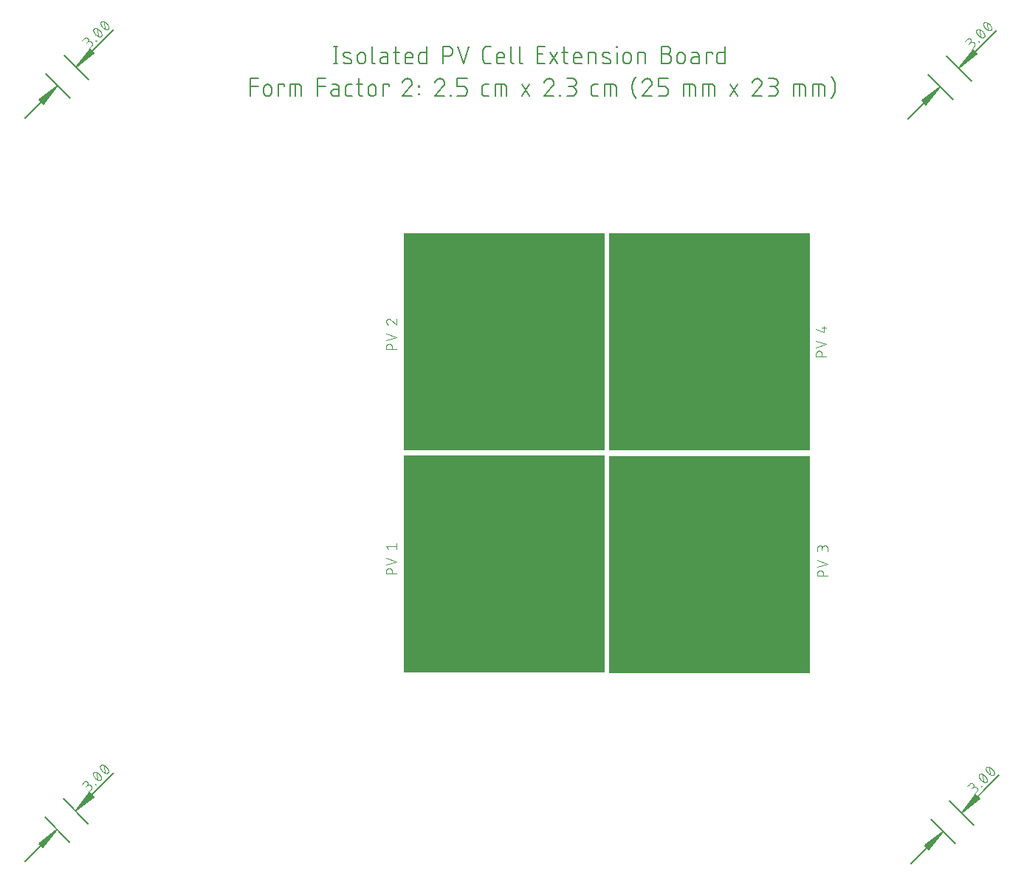
<source format=gto>
G04 EAGLE Gerber RS-274X export*
G75*
%MOMM*%
%FSLAX34Y34*%
%LPD*%
%INSilkscreen Top*%
%IPPOS*%
%AMOC8*
5,1,8,0,0,1.08239X$1,22.5*%
G01*
%ADD10R,23.000000X25.000000*%
%ADD11C,0.177800*%
%ADD12C,0.101600*%
%ADD13C,0.076200*%
%ADD14C,0.130000*%


D10*
X629496Y688013D03*
X864402Y688036D03*
X629717Y432852D03*
X864599Y432817D03*
D11*
X436002Y1006983D02*
X436002Y1027049D01*
X433772Y1006983D02*
X438232Y1006983D01*
X438232Y1027049D02*
X433772Y1027049D01*
X446810Y1014786D02*
X452384Y1012557D01*
X446810Y1014787D02*
X446711Y1014828D01*
X446614Y1014873D01*
X446519Y1014922D01*
X446426Y1014974D01*
X446334Y1015030D01*
X446245Y1015089D01*
X446158Y1015151D01*
X446074Y1015217D01*
X445991Y1015285D01*
X445912Y1015357D01*
X445835Y1015431D01*
X445761Y1015508D01*
X445690Y1015588D01*
X445622Y1015670D01*
X445557Y1015755D01*
X445495Y1015842D01*
X445436Y1015932D01*
X445381Y1016023D01*
X445329Y1016117D01*
X445281Y1016212D01*
X445236Y1016310D01*
X445195Y1016408D01*
X445158Y1016508D01*
X445124Y1016610D01*
X445094Y1016713D01*
X445068Y1016816D01*
X445046Y1016921D01*
X445027Y1017026D01*
X445013Y1017132D01*
X445002Y1017239D01*
X444996Y1017345D01*
X444993Y1017452D01*
X444994Y1017559D01*
X445000Y1017666D01*
X445009Y1017773D01*
X445022Y1017879D01*
X445039Y1017984D01*
X445060Y1018089D01*
X445085Y1018193D01*
X445114Y1018296D01*
X445146Y1018398D01*
X445182Y1018499D01*
X445222Y1018598D01*
X445266Y1018696D01*
X445313Y1018792D01*
X445364Y1018886D01*
X445418Y1018978D01*
X445475Y1019068D01*
X445536Y1019156D01*
X445600Y1019242D01*
X445667Y1019325D01*
X445737Y1019406D01*
X445810Y1019484D01*
X445886Y1019559D01*
X445965Y1019632D01*
X446046Y1019701D01*
X446130Y1019768D01*
X446216Y1019831D01*
X446305Y1019891D01*
X446395Y1019948D01*
X446488Y1020001D01*
X446582Y1020051D01*
X446679Y1020097D01*
X446777Y1020140D01*
X446876Y1020179D01*
X446977Y1020214D01*
X447079Y1020246D01*
X447183Y1020274D01*
X447287Y1020298D01*
X447392Y1020318D01*
X447498Y1020334D01*
X447604Y1020346D01*
X447710Y1020355D01*
X447817Y1020359D01*
X447924Y1020360D01*
X447925Y1020360D02*
X448229Y1020352D01*
X448533Y1020336D01*
X448837Y1020314D01*
X449140Y1020284D01*
X449442Y1020247D01*
X449743Y1020202D01*
X450043Y1020151D01*
X450341Y1020092D01*
X450639Y1020026D01*
X450934Y1019952D01*
X451228Y1019872D01*
X451519Y1019785D01*
X451809Y1019691D01*
X452096Y1019590D01*
X452380Y1019481D01*
X452662Y1019367D01*
X452941Y1019245D01*
X452383Y1012556D02*
X452482Y1012515D01*
X452579Y1012470D01*
X452674Y1012421D01*
X452767Y1012369D01*
X452859Y1012313D01*
X452948Y1012254D01*
X453035Y1012192D01*
X453119Y1012126D01*
X453202Y1012058D01*
X453281Y1011986D01*
X453358Y1011912D01*
X453432Y1011835D01*
X453503Y1011755D01*
X453571Y1011673D01*
X453636Y1011588D01*
X453698Y1011501D01*
X453757Y1011411D01*
X453812Y1011320D01*
X453864Y1011226D01*
X453912Y1011131D01*
X453957Y1011033D01*
X453998Y1010935D01*
X454035Y1010835D01*
X454069Y1010733D01*
X454099Y1010630D01*
X454125Y1010527D01*
X454147Y1010422D01*
X454166Y1010317D01*
X454180Y1010211D01*
X454191Y1010104D01*
X454197Y1009998D01*
X454200Y1009891D01*
X454199Y1009784D01*
X454193Y1009677D01*
X454184Y1009570D01*
X454171Y1009464D01*
X454154Y1009359D01*
X454133Y1009254D01*
X454108Y1009150D01*
X454079Y1009047D01*
X454047Y1008945D01*
X454011Y1008844D01*
X453971Y1008745D01*
X453927Y1008647D01*
X453880Y1008551D01*
X453829Y1008457D01*
X453775Y1008365D01*
X453718Y1008275D01*
X453657Y1008187D01*
X453593Y1008101D01*
X453526Y1008018D01*
X453456Y1007937D01*
X453383Y1007859D01*
X453307Y1007784D01*
X453228Y1007711D01*
X453147Y1007642D01*
X453063Y1007575D01*
X452977Y1007512D01*
X452888Y1007452D01*
X452798Y1007395D01*
X452705Y1007342D01*
X452611Y1007292D01*
X452514Y1007246D01*
X452416Y1007203D01*
X452317Y1007164D01*
X452216Y1007129D01*
X452114Y1007097D01*
X452010Y1007069D01*
X451906Y1007045D01*
X451801Y1007025D01*
X451695Y1007009D01*
X451589Y1006997D01*
X451483Y1006988D01*
X451376Y1006984D01*
X451269Y1006983D01*
X450822Y1006995D01*
X450375Y1007017D01*
X449929Y1007050D01*
X449484Y1007093D01*
X449040Y1007147D01*
X448598Y1007211D01*
X448157Y1007286D01*
X447718Y1007371D01*
X447281Y1007467D01*
X446847Y1007573D01*
X446415Y1007689D01*
X445986Y1007815D01*
X445560Y1007951D01*
X445138Y1008098D01*
X461204Y1011442D02*
X461204Y1015901D01*
X461206Y1016033D01*
X461212Y1016165D01*
X461222Y1016297D01*
X461235Y1016428D01*
X461253Y1016559D01*
X461274Y1016690D01*
X461300Y1016819D01*
X461329Y1016948D01*
X461362Y1017076D01*
X461398Y1017203D01*
X461439Y1017329D01*
X461483Y1017454D01*
X461531Y1017577D01*
X461582Y1017699D01*
X461637Y1017819D01*
X461696Y1017937D01*
X461758Y1018054D01*
X461824Y1018169D01*
X461892Y1018281D01*
X461965Y1018392D01*
X462040Y1018501D01*
X462119Y1018607D01*
X462200Y1018711D01*
X462285Y1018812D01*
X462373Y1018911D01*
X462464Y1019007D01*
X462557Y1019100D01*
X462653Y1019191D01*
X462752Y1019279D01*
X462853Y1019364D01*
X462957Y1019445D01*
X463063Y1019524D01*
X463172Y1019599D01*
X463283Y1019672D01*
X463395Y1019740D01*
X463510Y1019806D01*
X463627Y1019868D01*
X463745Y1019927D01*
X463865Y1019982D01*
X463987Y1020033D01*
X464110Y1020081D01*
X464235Y1020125D01*
X464361Y1020166D01*
X464488Y1020202D01*
X464616Y1020235D01*
X464745Y1020264D01*
X464874Y1020290D01*
X465005Y1020311D01*
X465136Y1020329D01*
X465267Y1020342D01*
X465399Y1020352D01*
X465531Y1020358D01*
X465663Y1020360D01*
X465795Y1020358D01*
X465927Y1020352D01*
X466059Y1020342D01*
X466190Y1020329D01*
X466321Y1020311D01*
X466452Y1020290D01*
X466581Y1020264D01*
X466710Y1020235D01*
X466838Y1020202D01*
X466965Y1020166D01*
X467091Y1020125D01*
X467216Y1020081D01*
X467339Y1020033D01*
X467461Y1019982D01*
X467581Y1019927D01*
X467699Y1019868D01*
X467816Y1019806D01*
X467931Y1019740D01*
X468043Y1019672D01*
X468154Y1019599D01*
X468263Y1019524D01*
X468369Y1019445D01*
X468473Y1019364D01*
X468574Y1019279D01*
X468673Y1019191D01*
X468769Y1019100D01*
X468862Y1019007D01*
X468953Y1018911D01*
X469041Y1018812D01*
X469126Y1018711D01*
X469207Y1018607D01*
X469286Y1018501D01*
X469361Y1018392D01*
X469434Y1018281D01*
X469502Y1018169D01*
X469568Y1018054D01*
X469630Y1017937D01*
X469689Y1017819D01*
X469744Y1017699D01*
X469795Y1017577D01*
X469843Y1017454D01*
X469887Y1017329D01*
X469928Y1017203D01*
X469964Y1017076D01*
X469997Y1016948D01*
X470026Y1016819D01*
X470052Y1016690D01*
X470073Y1016559D01*
X470091Y1016428D01*
X470104Y1016297D01*
X470114Y1016165D01*
X470120Y1016033D01*
X470122Y1015901D01*
X470122Y1011442D01*
X470120Y1011310D01*
X470114Y1011178D01*
X470104Y1011046D01*
X470091Y1010915D01*
X470073Y1010784D01*
X470052Y1010653D01*
X470026Y1010524D01*
X469997Y1010395D01*
X469964Y1010267D01*
X469928Y1010140D01*
X469887Y1010014D01*
X469843Y1009889D01*
X469795Y1009766D01*
X469744Y1009644D01*
X469689Y1009524D01*
X469630Y1009406D01*
X469568Y1009289D01*
X469502Y1009174D01*
X469434Y1009062D01*
X469361Y1008951D01*
X469286Y1008842D01*
X469207Y1008736D01*
X469126Y1008632D01*
X469041Y1008531D01*
X468953Y1008432D01*
X468862Y1008336D01*
X468769Y1008243D01*
X468673Y1008152D01*
X468574Y1008064D01*
X468473Y1007979D01*
X468369Y1007898D01*
X468263Y1007819D01*
X468154Y1007744D01*
X468043Y1007671D01*
X467931Y1007603D01*
X467816Y1007537D01*
X467699Y1007475D01*
X467581Y1007416D01*
X467461Y1007361D01*
X467339Y1007310D01*
X467216Y1007262D01*
X467091Y1007218D01*
X466965Y1007177D01*
X466838Y1007141D01*
X466710Y1007108D01*
X466581Y1007079D01*
X466452Y1007053D01*
X466321Y1007032D01*
X466190Y1007014D01*
X466059Y1007001D01*
X465927Y1006991D01*
X465795Y1006985D01*
X465663Y1006983D01*
X465531Y1006985D01*
X465399Y1006991D01*
X465267Y1007001D01*
X465136Y1007014D01*
X465005Y1007032D01*
X464874Y1007053D01*
X464745Y1007079D01*
X464616Y1007108D01*
X464488Y1007141D01*
X464361Y1007177D01*
X464235Y1007218D01*
X464110Y1007262D01*
X463987Y1007310D01*
X463865Y1007361D01*
X463745Y1007416D01*
X463627Y1007475D01*
X463510Y1007537D01*
X463395Y1007603D01*
X463283Y1007671D01*
X463172Y1007744D01*
X463063Y1007819D01*
X462957Y1007898D01*
X462853Y1007979D01*
X462752Y1008064D01*
X462653Y1008152D01*
X462557Y1008243D01*
X462464Y1008336D01*
X462373Y1008432D01*
X462285Y1008531D01*
X462200Y1008632D01*
X462119Y1008736D01*
X462040Y1008842D01*
X461965Y1008951D01*
X461892Y1009062D01*
X461824Y1009174D01*
X461758Y1009289D01*
X461696Y1009406D01*
X461637Y1009524D01*
X461582Y1009644D01*
X461531Y1009766D01*
X461483Y1009889D01*
X461439Y1010014D01*
X461398Y1010140D01*
X461362Y1010267D01*
X461329Y1010395D01*
X461300Y1010524D01*
X461274Y1010653D01*
X461253Y1010784D01*
X461235Y1010915D01*
X461222Y1011046D01*
X461212Y1011178D01*
X461206Y1011310D01*
X461204Y1011442D01*
X477642Y1010327D02*
X477642Y1027049D01*
X477642Y1010327D02*
X477644Y1010213D01*
X477650Y1010099D01*
X477660Y1009985D01*
X477673Y1009872D01*
X477691Y1009759D01*
X477712Y1009647D01*
X477737Y1009535D01*
X477766Y1009425D01*
X477799Y1009315D01*
X477835Y1009207D01*
X477875Y1009100D01*
X477919Y1008995D01*
X477966Y1008891D01*
X478017Y1008789D01*
X478071Y1008688D01*
X478129Y1008590D01*
X478190Y1008493D01*
X478254Y1008399D01*
X478321Y1008306D01*
X478392Y1008217D01*
X478466Y1008129D01*
X478542Y1008045D01*
X478621Y1007962D01*
X478704Y1007883D01*
X478788Y1007807D01*
X478876Y1007733D01*
X478965Y1007662D01*
X479058Y1007595D01*
X479152Y1007531D01*
X479249Y1007470D01*
X479347Y1007412D01*
X479448Y1007358D01*
X479550Y1007307D01*
X479654Y1007260D01*
X479759Y1007216D01*
X479866Y1007176D01*
X479974Y1007140D01*
X480084Y1007107D01*
X480194Y1007078D01*
X480306Y1007053D01*
X480418Y1007032D01*
X480531Y1007014D01*
X480644Y1007001D01*
X480758Y1006991D01*
X480872Y1006985D01*
X480986Y1006983D01*
X490995Y1014786D02*
X496011Y1014786D01*
X490995Y1014786D02*
X490871Y1014784D01*
X490748Y1014778D01*
X490624Y1014768D01*
X490501Y1014755D01*
X490378Y1014737D01*
X490257Y1014715D01*
X490135Y1014690D01*
X490015Y1014661D01*
X489896Y1014628D01*
X489777Y1014591D01*
X489660Y1014551D01*
X489545Y1014506D01*
X489431Y1014459D01*
X489318Y1014407D01*
X489207Y1014352D01*
X489098Y1014294D01*
X488991Y1014232D01*
X488885Y1014167D01*
X488782Y1014098D01*
X488681Y1014026D01*
X488583Y1013951D01*
X488487Y1013873D01*
X488393Y1013792D01*
X488302Y1013708D01*
X488214Y1013621D01*
X488129Y1013532D01*
X488046Y1013439D01*
X487966Y1013344D01*
X487890Y1013247D01*
X487817Y1013147D01*
X487746Y1013045D01*
X487679Y1012941D01*
X487616Y1012835D01*
X487556Y1012727D01*
X487499Y1012617D01*
X487446Y1012505D01*
X487396Y1012392D01*
X487350Y1012277D01*
X487308Y1012160D01*
X487269Y1012043D01*
X487234Y1011924D01*
X487203Y1011804D01*
X487176Y1011683D01*
X487152Y1011562D01*
X487133Y1011439D01*
X487117Y1011316D01*
X487105Y1011193D01*
X487097Y1011070D01*
X487093Y1010946D01*
X487093Y1010822D01*
X487097Y1010698D01*
X487105Y1010575D01*
X487117Y1010452D01*
X487133Y1010329D01*
X487152Y1010206D01*
X487176Y1010085D01*
X487203Y1009964D01*
X487234Y1009844D01*
X487269Y1009725D01*
X487308Y1009608D01*
X487350Y1009491D01*
X487396Y1009376D01*
X487446Y1009263D01*
X487499Y1009151D01*
X487556Y1009041D01*
X487616Y1008933D01*
X487679Y1008827D01*
X487746Y1008723D01*
X487817Y1008621D01*
X487890Y1008521D01*
X487966Y1008424D01*
X488046Y1008329D01*
X488129Y1008236D01*
X488214Y1008147D01*
X488302Y1008060D01*
X488393Y1007976D01*
X488487Y1007895D01*
X488583Y1007817D01*
X488681Y1007742D01*
X488782Y1007670D01*
X488885Y1007601D01*
X488991Y1007536D01*
X489098Y1007474D01*
X489207Y1007416D01*
X489318Y1007361D01*
X489431Y1007309D01*
X489545Y1007262D01*
X489660Y1007217D01*
X489777Y1007177D01*
X489896Y1007140D01*
X490015Y1007107D01*
X490135Y1007078D01*
X490257Y1007053D01*
X490378Y1007031D01*
X490501Y1007013D01*
X490624Y1007000D01*
X490748Y1006990D01*
X490871Y1006984D01*
X490995Y1006982D01*
X490995Y1006983D02*
X496011Y1006983D01*
X496011Y1017016D01*
X496009Y1017130D01*
X496003Y1017244D01*
X495993Y1017358D01*
X495980Y1017471D01*
X495962Y1017584D01*
X495941Y1017696D01*
X495916Y1017808D01*
X495887Y1017918D01*
X495854Y1018028D01*
X495818Y1018136D01*
X495778Y1018243D01*
X495734Y1018348D01*
X495687Y1018452D01*
X495636Y1018554D01*
X495582Y1018655D01*
X495524Y1018753D01*
X495463Y1018850D01*
X495399Y1018944D01*
X495332Y1019037D01*
X495261Y1019126D01*
X495187Y1019214D01*
X495111Y1019298D01*
X495032Y1019381D01*
X494949Y1019460D01*
X494865Y1019536D01*
X494777Y1019610D01*
X494688Y1019681D01*
X494595Y1019748D01*
X494501Y1019812D01*
X494404Y1019873D01*
X494306Y1019931D01*
X494205Y1019985D01*
X494103Y1020036D01*
X493999Y1020083D01*
X493894Y1020127D01*
X493787Y1020167D01*
X493679Y1020203D01*
X493569Y1020236D01*
X493459Y1020265D01*
X493347Y1020290D01*
X493235Y1020311D01*
X493122Y1020329D01*
X493009Y1020342D01*
X492895Y1020352D01*
X492781Y1020358D01*
X492667Y1020360D01*
X488208Y1020360D01*
X502381Y1020360D02*
X509069Y1020360D01*
X504610Y1027049D02*
X504610Y1010327D01*
X504612Y1010213D01*
X504618Y1010099D01*
X504628Y1009985D01*
X504641Y1009872D01*
X504659Y1009759D01*
X504680Y1009647D01*
X504705Y1009535D01*
X504734Y1009425D01*
X504767Y1009315D01*
X504803Y1009207D01*
X504843Y1009100D01*
X504887Y1008995D01*
X504934Y1008891D01*
X504985Y1008789D01*
X505039Y1008688D01*
X505097Y1008590D01*
X505158Y1008493D01*
X505222Y1008399D01*
X505289Y1008306D01*
X505360Y1008217D01*
X505434Y1008129D01*
X505510Y1008045D01*
X505589Y1007962D01*
X505672Y1007883D01*
X505756Y1007807D01*
X505844Y1007733D01*
X505933Y1007662D01*
X506026Y1007595D01*
X506120Y1007531D01*
X506217Y1007470D01*
X506315Y1007412D01*
X506416Y1007358D01*
X506518Y1007307D01*
X506622Y1007260D01*
X506727Y1007216D01*
X506834Y1007176D01*
X506942Y1007140D01*
X507052Y1007107D01*
X507162Y1007078D01*
X507274Y1007053D01*
X507386Y1007032D01*
X507499Y1007014D01*
X507612Y1007001D01*
X507726Y1006991D01*
X507840Y1006985D01*
X507954Y1006983D01*
X509069Y1006983D01*
X518928Y1006983D02*
X524502Y1006983D01*
X518928Y1006983D02*
X518814Y1006985D01*
X518700Y1006991D01*
X518586Y1007001D01*
X518473Y1007014D01*
X518360Y1007032D01*
X518248Y1007053D01*
X518136Y1007078D01*
X518026Y1007107D01*
X517916Y1007140D01*
X517808Y1007176D01*
X517701Y1007216D01*
X517596Y1007260D01*
X517492Y1007307D01*
X517390Y1007358D01*
X517289Y1007412D01*
X517191Y1007470D01*
X517094Y1007531D01*
X517000Y1007595D01*
X516907Y1007662D01*
X516818Y1007733D01*
X516730Y1007807D01*
X516646Y1007883D01*
X516563Y1007962D01*
X516484Y1008045D01*
X516408Y1008129D01*
X516334Y1008217D01*
X516263Y1008306D01*
X516196Y1008399D01*
X516132Y1008493D01*
X516071Y1008590D01*
X516013Y1008688D01*
X515959Y1008789D01*
X515908Y1008891D01*
X515861Y1008995D01*
X515817Y1009100D01*
X515777Y1009207D01*
X515741Y1009315D01*
X515708Y1009425D01*
X515679Y1009535D01*
X515654Y1009647D01*
X515633Y1009759D01*
X515615Y1009872D01*
X515602Y1009985D01*
X515592Y1010099D01*
X515586Y1010213D01*
X515584Y1010327D01*
X515583Y1010327D02*
X515583Y1015901D01*
X515585Y1016033D01*
X515591Y1016165D01*
X515601Y1016297D01*
X515614Y1016428D01*
X515632Y1016559D01*
X515653Y1016690D01*
X515679Y1016819D01*
X515708Y1016948D01*
X515741Y1017076D01*
X515777Y1017203D01*
X515818Y1017329D01*
X515862Y1017454D01*
X515910Y1017577D01*
X515961Y1017699D01*
X516016Y1017819D01*
X516075Y1017937D01*
X516137Y1018054D01*
X516203Y1018169D01*
X516271Y1018281D01*
X516344Y1018392D01*
X516419Y1018501D01*
X516498Y1018607D01*
X516579Y1018711D01*
X516664Y1018812D01*
X516752Y1018911D01*
X516843Y1019007D01*
X516936Y1019100D01*
X517032Y1019191D01*
X517131Y1019279D01*
X517232Y1019364D01*
X517336Y1019445D01*
X517442Y1019524D01*
X517551Y1019599D01*
X517662Y1019672D01*
X517774Y1019740D01*
X517889Y1019806D01*
X518006Y1019868D01*
X518124Y1019927D01*
X518244Y1019982D01*
X518366Y1020033D01*
X518489Y1020081D01*
X518614Y1020125D01*
X518740Y1020166D01*
X518867Y1020202D01*
X518995Y1020235D01*
X519124Y1020264D01*
X519253Y1020290D01*
X519384Y1020311D01*
X519515Y1020329D01*
X519646Y1020342D01*
X519778Y1020352D01*
X519910Y1020358D01*
X520042Y1020360D01*
X520174Y1020358D01*
X520306Y1020352D01*
X520438Y1020342D01*
X520569Y1020329D01*
X520700Y1020311D01*
X520831Y1020290D01*
X520960Y1020264D01*
X521089Y1020235D01*
X521217Y1020202D01*
X521344Y1020166D01*
X521470Y1020125D01*
X521595Y1020081D01*
X521718Y1020033D01*
X521840Y1019982D01*
X521960Y1019927D01*
X522078Y1019868D01*
X522195Y1019806D01*
X522310Y1019740D01*
X522422Y1019672D01*
X522533Y1019599D01*
X522642Y1019524D01*
X522748Y1019445D01*
X522852Y1019364D01*
X522953Y1019279D01*
X523052Y1019191D01*
X523148Y1019100D01*
X523241Y1019007D01*
X523332Y1018911D01*
X523420Y1018812D01*
X523505Y1018711D01*
X523586Y1018607D01*
X523665Y1018501D01*
X523740Y1018392D01*
X523813Y1018281D01*
X523881Y1018169D01*
X523947Y1018054D01*
X524009Y1017937D01*
X524068Y1017819D01*
X524123Y1017699D01*
X524174Y1017577D01*
X524222Y1017454D01*
X524266Y1017329D01*
X524307Y1017203D01*
X524343Y1017076D01*
X524376Y1016948D01*
X524405Y1016819D01*
X524431Y1016690D01*
X524452Y1016559D01*
X524470Y1016428D01*
X524483Y1016297D01*
X524493Y1016165D01*
X524499Y1016033D01*
X524501Y1015901D01*
X524502Y1015901D02*
X524502Y1013671D01*
X515583Y1013671D01*
X540503Y1006983D02*
X540503Y1027049D01*
X540503Y1006983D02*
X534929Y1006983D01*
X534815Y1006985D01*
X534701Y1006991D01*
X534587Y1007001D01*
X534474Y1007014D01*
X534361Y1007032D01*
X534249Y1007053D01*
X534137Y1007078D01*
X534027Y1007107D01*
X533917Y1007140D01*
X533809Y1007176D01*
X533702Y1007216D01*
X533597Y1007260D01*
X533493Y1007307D01*
X533391Y1007358D01*
X533290Y1007412D01*
X533192Y1007470D01*
X533095Y1007531D01*
X533001Y1007595D01*
X532908Y1007662D01*
X532819Y1007733D01*
X532731Y1007807D01*
X532647Y1007883D01*
X532564Y1007962D01*
X532485Y1008045D01*
X532409Y1008129D01*
X532335Y1008217D01*
X532264Y1008306D01*
X532197Y1008399D01*
X532133Y1008493D01*
X532072Y1008590D01*
X532014Y1008688D01*
X531960Y1008789D01*
X531909Y1008891D01*
X531862Y1008995D01*
X531818Y1009100D01*
X531778Y1009207D01*
X531742Y1009315D01*
X531709Y1009425D01*
X531680Y1009535D01*
X531655Y1009647D01*
X531634Y1009759D01*
X531616Y1009872D01*
X531603Y1009985D01*
X531593Y1010099D01*
X531587Y1010213D01*
X531585Y1010327D01*
X531585Y1017016D01*
X531587Y1017130D01*
X531593Y1017244D01*
X531603Y1017358D01*
X531616Y1017471D01*
X531634Y1017584D01*
X531655Y1017696D01*
X531680Y1017808D01*
X531709Y1017918D01*
X531742Y1018028D01*
X531778Y1018136D01*
X531818Y1018243D01*
X531862Y1018348D01*
X531909Y1018452D01*
X531960Y1018554D01*
X532014Y1018655D01*
X532072Y1018753D01*
X532133Y1018850D01*
X532197Y1018944D01*
X532264Y1019037D01*
X532335Y1019126D01*
X532409Y1019214D01*
X532485Y1019298D01*
X532564Y1019381D01*
X532647Y1019460D01*
X532731Y1019536D01*
X532819Y1019610D01*
X532908Y1019681D01*
X533001Y1019748D01*
X533095Y1019812D01*
X533192Y1019873D01*
X533290Y1019931D01*
X533391Y1019985D01*
X533493Y1020036D01*
X533597Y1020083D01*
X533702Y1020127D01*
X533809Y1020167D01*
X533917Y1020203D01*
X534027Y1020236D01*
X534137Y1020265D01*
X534249Y1020290D01*
X534361Y1020311D01*
X534474Y1020329D01*
X534587Y1020342D01*
X534701Y1020352D01*
X534815Y1020358D01*
X534929Y1020360D01*
X540503Y1020360D01*
X559148Y1027049D02*
X559148Y1006983D01*
X559148Y1027049D02*
X564722Y1027049D01*
X564870Y1027047D01*
X565019Y1027041D01*
X565167Y1027031D01*
X565314Y1027017D01*
X565462Y1027000D01*
X565609Y1026978D01*
X565755Y1026952D01*
X565900Y1026923D01*
X566045Y1026890D01*
X566189Y1026853D01*
X566331Y1026812D01*
X566473Y1026767D01*
X566613Y1026718D01*
X566752Y1026666D01*
X566889Y1026610D01*
X567025Y1026551D01*
X567160Y1026488D01*
X567292Y1026421D01*
X567423Y1026351D01*
X567552Y1026277D01*
X567679Y1026200D01*
X567803Y1026120D01*
X567926Y1026036D01*
X568046Y1025949D01*
X568164Y1025859D01*
X568280Y1025766D01*
X568393Y1025670D01*
X568503Y1025571D01*
X568611Y1025469D01*
X568716Y1025364D01*
X568818Y1025256D01*
X568917Y1025146D01*
X569013Y1025033D01*
X569106Y1024917D01*
X569196Y1024799D01*
X569283Y1024679D01*
X569367Y1024556D01*
X569447Y1024432D01*
X569524Y1024305D01*
X569598Y1024176D01*
X569668Y1024045D01*
X569735Y1023913D01*
X569798Y1023778D01*
X569857Y1023642D01*
X569913Y1023505D01*
X569965Y1023366D01*
X570014Y1023226D01*
X570059Y1023084D01*
X570100Y1022942D01*
X570137Y1022798D01*
X570170Y1022653D01*
X570199Y1022508D01*
X570225Y1022362D01*
X570247Y1022215D01*
X570264Y1022067D01*
X570278Y1021920D01*
X570288Y1021772D01*
X570294Y1021623D01*
X570296Y1021475D01*
X570294Y1021327D01*
X570288Y1021178D01*
X570278Y1021030D01*
X570264Y1020883D01*
X570247Y1020735D01*
X570225Y1020588D01*
X570199Y1020442D01*
X570170Y1020297D01*
X570137Y1020152D01*
X570100Y1020008D01*
X570059Y1019866D01*
X570014Y1019724D01*
X569965Y1019584D01*
X569913Y1019445D01*
X569857Y1019308D01*
X569798Y1019172D01*
X569735Y1019037D01*
X569668Y1018905D01*
X569598Y1018774D01*
X569524Y1018645D01*
X569447Y1018518D01*
X569367Y1018394D01*
X569283Y1018271D01*
X569196Y1018151D01*
X569106Y1018033D01*
X569013Y1017917D01*
X568917Y1017804D01*
X568818Y1017694D01*
X568716Y1017586D01*
X568611Y1017481D01*
X568503Y1017379D01*
X568393Y1017280D01*
X568280Y1017184D01*
X568164Y1017091D01*
X568046Y1017001D01*
X567926Y1016914D01*
X567803Y1016830D01*
X567679Y1016750D01*
X567552Y1016673D01*
X567423Y1016599D01*
X567292Y1016529D01*
X567160Y1016462D01*
X567025Y1016399D01*
X566889Y1016340D01*
X566752Y1016284D01*
X566613Y1016232D01*
X566473Y1016183D01*
X566331Y1016138D01*
X566189Y1016097D01*
X566045Y1016060D01*
X565900Y1016027D01*
X565755Y1015998D01*
X565609Y1015972D01*
X565462Y1015950D01*
X565314Y1015933D01*
X565167Y1015919D01*
X565019Y1015909D01*
X564870Y1015903D01*
X564722Y1015901D01*
X559148Y1015901D01*
X575766Y1027049D02*
X582455Y1006983D01*
X589143Y1027049D01*
X609733Y1006983D02*
X614192Y1006983D01*
X609733Y1006983D02*
X609601Y1006985D01*
X609469Y1006991D01*
X609337Y1007001D01*
X609206Y1007014D01*
X609075Y1007032D01*
X608944Y1007053D01*
X608815Y1007079D01*
X608686Y1007108D01*
X608558Y1007141D01*
X608431Y1007177D01*
X608305Y1007218D01*
X608180Y1007262D01*
X608057Y1007310D01*
X607935Y1007361D01*
X607815Y1007416D01*
X607697Y1007475D01*
X607580Y1007537D01*
X607465Y1007603D01*
X607353Y1007671D01*
X607242Y1007744D01*
X607133Y1007819D01*
X607027Y1007898D01*
X606923Y1007979D01*
X606822Y1008064D01*
X606723Y1008152D01*
X606627Y1008243D01*
X606534Y1008336D01*
X606443Y1008432D01*
X606355Y1008531D01*
X606270Y1008632D01*
X606189Y1008736D01*
X606110Y1008842D01*
X606035Y1008951D01*
X605962Y1009062D01*
X605894Y1009174D01*
X605828Y1009289D01*
X605766Y1009406D01*
X605707Y1009524D01*
X605652Y1009644D01*
X605601Y1009766D01*
X605553Y1009889D01*
X605509Y1010014D01*
X605468Y1010140D01*
X605432Y1010267D01*
X605399Y1010395D01*
X605370Y1010524D01*
X605344Y1010653D01*
X605323Y1010784D01*
X605305Y1010915D01*
X605292Y1011046D01*
X605282Y1011178D01*
X605276Y1011310D01*
X605274Y1011442D01*
X605274Y1022590D01*
X605276Y1022722D01*
X605282Y1022854D01*
X605292Y1022986D01*
X605305Y1023117D01*
X605323Y1023248D01*
X605344Y1023379D01*
X605370Y1023508D01*
X605399Y1023637D01*
X605432Y1023765D01*
X605468Y1023892D01*
X605509Y1024018D01*
X605553Y1024143D01*
X605601Y1024266D01*
X605652Y1024388D01*
X605707Y1024508D01*
X605766Y1024626D01*
X605828Y1024743D01*
X605894Y1024858D01*
X605962Y1024970D01*
X606035Y1025081D01*
X606110Y1025189D01*
X606189Y1025296D01*
X606270Y1025400D01*
X606355Y1025501D01*
X606443Y1025600D01*
X606534Y1025696D01*
X606627Y1025789D01*
X606723Y1025880D01*
X606822Y1025968D01*
X606923Y1026053D01*
X607027Y1026134D01*
X607133Y1026213D01*
X607242Y1026288D01*
X607353Y1026361D01*
X607465Y1026429D01*
X607580Y1026495D01*
X607697Y1026557D01*
X607815Y1026616D01*
X607935Y1026671D01*
X608057Y1026722D01*
X608180Y1026770D01*
X608305Y1026814D01*
X608431Y1026855D01*
X608558Y1026891D01*
X608686Y1026924D01*
X608815Y1026953D01*
X608944Y1026979D01*
X609075Y1027000D01*
X609206Y1027018D01*
X609337Y1027031D01*
X609469Y1027041D01*
X609601Y1027047D01*
X609733Y1027049D01*
X614192Y1027049D01*
X623978Y1006983D02*
X629552Y1006983D01*
X623978Y1006983D02*
X623864Y1006985D01*
X623750Y1006991D01*
X623636Y1007001D01*
X623523Y1007014D01*
X623410Y1007032D01*
X623298Y1007053D01*
X623186Y1007078D01*
X623076Y1007107D01*
X622966Y1007140D01*
X622858Y1007176D01*
X622751Y1007216D01*
X622646Y1007260D01*
X622542Y1007307D01*
X622440Y1007358D01*
X622339Y1007412D01*
X622241Y1007470D01*
X622144Y1007531D01*
X622050Y1007595D01*
X621957Y1007662D01*
X621868Y1007733D01*
X621780Y1007807D01*
X621696Y1007883D01*
X621613Y1007962D01*
X621534Y1008045D01*
X621458Y1008129D01*
X621384Y1008217D01*
X621313Y1008306D01*
X621246Y1008399D01*
X621182Y1008493D01*
X621121Y1008590D01*
X621063Y1008688D01*
X621009Y1008789D01*
X620958Y1008891D01*
X620911Y1008995D01*
X620867Y1009100D01*
X620827Y1009207D01*
X620791Y1009315D01*
X620758Y1009425D01*
X620729Y1009535D01*
X620704Y1009647D01*
X620683Y1009759D01*
X620665Y1009872D01*
X620652Y1009985D01*
X620642Y1010099D01*
X620636Y1010213D01*
X620634Y1010327D01*
X620634Y1015901D01*
X620636Y1016033D01*
X620642Y1016165D01*
X620652Y1016297D01*
X620665Y1016428D01*
X620683Y1016559D01*
X620704Y1016690D01*
X620730Y1016819D01*
X620759Y1016948D01*
X620792Y1017076D01*
X620828Y1017203D01*
X620869Y1017329D01*
X620913Y1017454D01*
X620961Y1017577D01*
X621012Y1017699D01*
X621067Y1017819D01*
X621126Y1017937D01*
X621188Y1018054D01*
X621254Y1018169D01*
X621322Y1018281D01*
X621395Y1018392D01*
X621470Y1018501D01*
X621549Y1018607D01*
X621630Y1018711D01*
X621715Y1018812D01*
X621803Y1018911D01*
X621894Y1019007D01*
X621987Y1019100D01*
X622083Y1019191D01*
X622182Y1019279D01*
X622283Y1019364D01*
X622387Y1019445D01*
X622493Y1019524D01*
X622602Y1019599D01*
X622713Y1019672D01*
X622825Y1019740D01*
X622940Y1019806D01*
X623057Y1019868D01*
X623175Y1019927D01*
X623295Y1019982D01*
X623417Y1020033D01*
X623540Y1020081D01*
X623665Y1020125D01*
X623791Y1020166D01*
X623918Y1020202D01*
X624046Y1020235D01*
X624175Y1020264D01*
X624304Y1020290D01*
X624435Y1020311D01*
X624566Y1020329D01*
X624697Y1020342D01*
X624829Y1020352D01*
X624961Y1020358D01*
X625093Y1020360D01*
X625225Y1020358D01*
X625357Y1020352D01*
X625489Y1020342D01*
X625620Y1020329D01*
X625751Y1020311D01*
X625882Y1020290D01*
X626011Y1020264D01*
X626140Y1020235D01*
X626268Y1020202D01*
X626395Y1020166D01*
X626521Y1020125D01*
X626646Y1020081D01*
X626769Y1020033D01*
X626891Y1019982D01*
X627011Y1019927D01*
X627129Y1019868D01*
X627246Y1019806D01*
X627361Y1019740D01*
X627473Y1019672D01*
X627584Y1019599D01*
X627693Y1019524D01*
X627799Y1019445D01*
X627903Y1019364D01*
X628004Y1019279D01*
X628103Y1019191D01*
X628199Y1019100D01*
X628292Y1019007D01*
X628383Y1018911D01*
X628471Y1018812D01*
X628556Y1018711D01*
X628637Y1018607D01*
X628716Y1018501D01*
X628791Y1018392D01*
X628864Y1018281D01*
X628932Y1018169D01*
X628998Y1018054D01*
X629060Y1017937D01*
X629119Y1017819D01*
X629174Y1017699D01*
X629225Y1017577D01*
X629273Y1017454D01*
X629317Y1017329D01*
X629358Y1017203D01*
X629394Y1017076D01*
X629427Y1016948D01*
X629456Y1016819D01*
X629482Y1016690D01*
X629503Y1016559D01*
X629521Y1016428D01*
X629534Y1016297D01*
X629544Y1016165D01*
X629550Y1016033D01*
X629552Y1015901D01*
X629552Y1013671D01*
X620634Y1013671D01*
X637072Y1010327D02*
X637072Y1027049D01*
X637072Y1010327D02*
X637074Y1010213D01*
X637080Y1010099D01*
X637090Y1009985D01*
X637103Y1009872D01*
X637121Y1009759D01*
X637142Y1009647D01*
X637167Y1009535D01*
X637196Y1009425D01*
X637229Y1009315D01*
X637265Y1009207D01*
X637305Y1009100D01*
X637349Y1008995D01*
X637396Y1008891D01*
X637447Y1008789D01*
X637501Y1008688D01*
X637559Y1008590D01*
X637620Y1008493D01*
X637684Y1008399D01*
X637751Y1008306D01*
X637822Y1008217D01*
X637896Y1008129D01*
X637972Y1008045D01*
X638051Y1007962D01*
X638134Y1007883D01*
X638218Y1007807D01*
X638306Y1007733D01*
X638395Y1007662D01*
X638488Y1007595D01*
X638582Y1007531D01*
X638679Y1007470D01*
X638777Y1007412D01*
X638878Y1007358D01*
X638980Y1007307D01*
X639084Y1007260D01*
X639189Y1007216D01*
X639296Y1007176D01*
X639404Y1007140D01*
X639514Y1007107D01*
X639624Y1007078D01*
X639736Y1007053D01*
X639848Y1007032D01*
X639961Y1007014D01*
X640074Y1007001D01*
X640188Y1006991D01*
X640302Y1006985D01*
X640416Y1006983D01*
X646959Y1010327D02*
X646959Y1027049D01*
X646959Y1010327D02*
X646961Y1010213D01*
X646967Y1010099D01*
X646977Y1009985D01*
X646990Y1009872D01*
X647008Y1009759D01*
X647029Y1009647D01*
X647054Y1009535D01*
X647083Y1009425D01*
X647116Y1009315D01*
X647152Y1009207D01*
X647192Y1009100D01*
X647236Y1008995D01*
X647283Y1008891D01*
X647334Y1008789D01*
X647388Y1008688D01*
X647446Y1008590D01*
X647507Y1008493D01*
X647571Y1008399D01*
X647638Y1008306D01*
X647709Y1008217D01*
X647783Y1008129D01*
X647859Y1008045D01*
X647938Y1007962D01*
X648021Y1007883D01*
X648105Y1007807D01*
X648193Y1007733D01*
X648282Y1007662D01*
X648375Y1007595D01*
X648469Y1007531D01*
X648566Y1007470D01*
X648664Y1007412D01*
X648765Y1007358D01*
X648867Y1007307D01*
X648971Y1007260D01*
X649076Y1007216D01*
X649183Y1007176D01*
X649291Y1007140D01*
X649401Y1007107D01*
X649511Y1007078D01*
X649623Y1007053D01*
X649735Y1007032D01*
X649848Y1007014D01*
X649961Y1007001D01*
X650075Y1006991D01*
X650189Y1006985D01*
X650303Y1006983D01*
X667129Y1006983D02*
X676048Y1006983D01*
X667129Y1006983D02*
X667129Y1027049D01*
X676048Y1027049D01*
X673818Y1018130D02*
X667129Y1018130D01*
X681810Y1006983D02*
X690728Y1020360D01*
X681810Y1020360D02*
X690728Y1006983D01*
X695797Y1020360D02*
X702486Y1020360D01*
X698026Y1027049D02*
X698026Y1010327D01*
X698027Y1010327D02*
X698029Y1010213D01*
X698035Y1010099D01*
X698045Y1009985D01*
X698058Y1009872D01*
X698076Y1009759D01*
X698097Y1009647D01*
X698122Y1009535D01*
X698151Y1009425D01*
X698184Y1009315D01*
X698220Y1009207D01*
X698260Y1009100D01*
X698304Y1008995D01*
X698351Y1008891D01*
X698402Y1008789D01*
X698456Y1008688D01*
X698514Y1008590D01*
X698575Y1008493D01*
X698639Y1008399D01*
X698706Y1008306D01*
X698777Y1008217D01*
X698851Y1008129D01*
X698927Y1008045D01*
X699006Y1007962D01*
X699089Y1007883D01*
X699173Y1007807D01*
X699261Y1007733D01*
X699350Y1007662D01*
X699443Y1007595D01*
X699537Y1007531D01*
X699634Y1007470D01*
X699732Y1007412D01*
X699833Y1007358D01*
X699935Y1007307D01*
X700039Y1007260D01*
X700144Y1007216D01*
X700251Y1007176D01*
X700359Y1007140D01*
X700469Y1007107D01*
X700579Y1007078D01*
X700691Y1007053D01*
X700803Y1007032D01*
X700916Y1007014D01*
X701029Y1007001D01*
X701143Y1006991D01*
X701257Y1006985D01*
X701371Y1006983D01*
X702486Y1006983D01*
X712344Y1006983D02*
X717918Y1006983D01*
X712344Y1006983D02*
X712230Y1006985D01*
X712116Y1006991D01*
X712002Y1007001D01*
X711889Y1007014D01*
X711776Y1007032D01*
X711664Y1007053D01*
X711552Y1007078D01*
X711442Y1007107D01*
X711332Y1007140D01*
X711224Y1007176D01*
X711117Y1007216D01*
X711012Y1007260D01*
X710908Y1007307D01*
X710806Y1007358D01*
X710705Y1007412D01*
X710607Y1007470D01*
X710510Y1007531D01*
X710416Y1007595D01*
X710323Y1007662D01*
X710234Y1007733D01*
X710146Y1007807D01*
X710062Y1007883D01*
X709979Y1007962D01*
X709900Y1008045D01*
X709824Y1008129D01*
X709750Y1008217D01*
X709679Y1008306D01*
X709612Y1008399D01*
X709548Y1008493D01*
X709487Y1008590D01*
X709429Y1008688D01*
X709375Y1008789D01*
X709324Y1008891D01*
X709277Y1008995D01*
X709233Y1009100D01*
X709193Y1009207D01*
X709157Y1009315D01*
X709124Y1009425D01*
X709095Y1009535D01*
X709070Y1009647D01*
X709049Y1009759D01*
X709031Y1009872D01*
X709018Y1009985D01*
X709008Y1010099D01*
X709002Y1010213D01*
X709000Y1010327D01*
X709000Y1015901D01*
X709002Y1016033D01*
X709008Y1016165D01*
X709018Y1016297D01*
X709031Y1016428D01*
X709049Y1016559D01*
X709070Y1016690D01*
X709096Y1016819D01*
X709125Y1016948D01*
X709158Y1017076D01*
X709194Y1017203D01*
X709235Y1017329D01*
X709279Y1017454D01*
X709327Y1017577D01*
X709378Y1017699D01*
X709433Y1017819D01*
X709492Y1017937D01*
X709554Y1018054D01*
X709620Y1018169D01*
X709688Y1018281D01*
X709761Y1018392D01*
X709836Y1018501D01*
X709915Y1018607D01*
X709996Y1018711D01*
X710081Y1018812D01*
X710169Y1018911D01*
X710260Y1019007D01*
X710353Y1019100D01*
X710449Y1019191D01*
X710548Y1019279D01*
X710649Y1019364D01*
X710753Y1019445D01*
X710859Y1019524D01*
X710968Y1019599D01*
X711079Y1019672D01*
X711191Y1019740D01*
X711306Y1019806D01*
X711423Y1019868D01*
X711541Y1019927D01*
X711661Y1019982D01*
X711783Y1020033D01*
X711906Y1020081D01*
X712031Y1020125D01*
X712157Y1020166D01*
X712284Y1020202D01*
X712412Y1020235D01*
X712541Y1020264D01*
X712670Y1020290D01*
X712801Y1020311D01*
X712932Y1020329D01*
X713063Y1020342D01*
X713195Y1020352D01*
X713327Y1020358D01*
X713459Y1020360D01*
X713591Y1020358D01*
X713723Y1020352D01*
X713855Y1020342D01*
X713986Y1020329D01*
X714117Y1020311D01*
X714248Y1020290D01*
X714377Y1020264D01*
X714506Y1020235D01*
X714634Y1020202D01*
X714761Y1020166D01*
X714887Y1020125D01*
X715012Y1020081D01*
X715135Y1020033D01*
X715257Y1019982D01*
X715377Y1019927D01*
X715495Y1019868D01*
X715612Y1019806D01*
X715727Y1019740D01*
X715839Y1019672D01*
X715950Y1019599D01*
X716059Y1019524D01*
X716165Y1019445D01*
X716269Y1019364D01*
X716370Y1019279D01*
X716469Y1019191D01*
X716565Y1019100D01*
X716658Y1019007D01*
X716749Y1018911D01*
X716837Y1018812D01*
X716922Y1018711D01*
X717003Y1018607D01*
X717082Y1018501D01*
X717157Y1018392D01*
X717230Y1018281D01*
X717298Y1018169D01*
X717364Y1018054D01*
X717426Y1017937D01*
X717485Y1017819D01*
X717540Y1017699D01*
X717591Y1017577D01*
X717639Y1017454D01*
X717683Y1017329D01*
X717724Y1017203D01*
X717760Y1017076D01*
X717793Y1016948D01*
X717822Y1016819D01*
X717848Y1016690D01*
X717869Y1016559D01*
X717887Y1016428D01*
X717900Y1016297D01*
X717910Y1016165D01*
X717916Y1016033D01*
X717918Y1015901D01*
X717918Y1013671D01*
X709000Y1013671D01*
X725684Y1006983D02*
X725684Y1020360D01*
X731258Y1020360D01*
X731372Y1020358D01*
X731486Y1020352D01*
X731600Y1020342D01*
X731713Y1020329D01*
X731826Y1020311D01*
X731938Y1020290D01*
X732050Y1020265D01*
X732160Y1020236D01*
X732270Y1020203D01*
X732378Y1020167D01*
X732485Y1020127D01*
X732590Y1020083D01*
X732694Y1020036D01*
X732796Y1019985D01*
X732897Y1019931D01*
X732995Y1019873D01*
X733092Y1019812D01*
X733186Y1019748D01*
X733279Y1019681D01*
X733368Y1019610D01*
X733456Y1019536D01*
X733540Y1019460D01*
X733623Y1019381D01*
X733702Y1019298D01*
X733778Y1019214D01*
X733852Y1019126D01*
X733923Y1019037D01*
X733990Y1018944D01*
X734054Y1018850D01*
X734115Y1018754D01*
X734173Y1018655D01*
X734227Y1018554D01*
X734278Y1018452D01*
X734325Y1018348D01*
X734369Y1018243D01*
X734409Y1018136D01*
X734445Y1018028D01*
X734478Y1017918D01*
X734507Y1017808D01*
X734532Y1017696D01*
X734553Y1017584D01*
X734571Y1017471D01*
X734584Y1017358D01*
X734594Y1017244D01*
X734600Y1017130D01*
X734602Y1017016D01*
X734602Y1006983D01*
X744041Y1014786D02*
X749615Y1012557D01*
X744041Y1014787D02*
X743942Y1014828D01*
X743845Y1014873D01*
X743750Y1014922D01*
X743657Y1014974D01*
X743565Y1015030D01*
X743476Y1015089D01*
X743389Y1015151D01*
X743305Y1015217D01*
X743222Y1015285D01*
X743143Y1015357D01*
X743066Y1015431D01*
X742992Y1015508D01*
X742921Y1015588D01*
X742853Y1015670D01*
X742788Y1015755D01*
X742726Y1015842D01*
X742667Y1015932D01*
X742612Y1016023D01*
X742560Y1016117D01*
X742512Y1016212D01*
X742467Y1016310D01*
X742426Y1016408D01*
X742389Y1016508D01*
X742355Y1016610D01*
X742325Y1016713D01*
X742299Y1016816D01*
X742277Y1016921D01*
X742258Y1017026D01*
X742244Y1017132D01*
X742233Y1017239D01*
X742227Y1017345D01*
X742224Y1017452D01*
X742225Y1017559D01*
X742231Y1017666D01*
X742240Y1017773D01*
X742253Y1017879D01*
X742270Y1017984D01*
X742291Y1018089D01*
X742316Y1018193D01*
X742345Y1018296D01*
X742377Y1018398D01*
X742413Y1018499D01*
X742453Y1018598D01*
X742497Y1018696D01*
X742544Y1018792D01*
X742595Y1018886D01*
X742649Y1018978D01*
X742706Y1019068D01*
X742767Y1019156D01*
X742831Y1019242D01*
X742898Y1019325D01*
X742968Y1019406D01*
X743041Y1019484D01*
X743117Y1019559D01*
X743196Y1019632D01*
X743277Y1019701D01*
X743361Y1019768D01*
X743447Y1019831D01*
X743536Y1019891D01*
X743626Y1019948D01*
X743719Y1020001D01*
X743813Y1020051D01*
X743910Y1020097D01*
X744008Y1020140D01*
X744107Y1020179D01*
X744208Y1020214D01*
X744310Y1020246D01*
X744414Y1020274D01*
X744518Y1020298D01*
X744623Y1020318D01*
X744729Y1020334D01*
X744835Y1020346D01*
X744941Y1020355D01*
X745048Y1020359D01*
X745155Y1020360D01*
X745156Y1020360D02*
X745460Y1020352D01*
X745764Y1020336D01*
X746068Y1020314D01*
X746371Y1020284D01*
X746673Y1020247D01*
X746974Y1020202D01*
X747274Y1020151D01*
X747572Y1020092D01*
X747870Y1020026D01*
X748165Y1019952D01*
X748459Y1019872D01*
X748750Y1019785D01*
X749040Y1019691D01*
X749327Y1019590D01*
X749611Y1019481D01*
X749893Y1019367D01*
X750172Y1019245D01*
X749614Y1012556D02*
X749713Y1012515D01*
X749810Y1012470D01*
X749905Y1012421D01*
X749998Y1012369D01*
X750090Y1012313D01*
X750179Y1012254D01*
X750266Y1012192D01*
X750350Y1012126D01*
X750433Y1012058D01*
X750512Y1011986D01*
X750589Y1011912D01*
X750663Y1011835D01*
X750734Y1011755D01*
X750802Y1011673D01*
X750867Y1011588D01*
X750929Y1011501D01*
X750988Y1011411D01*
X751043Y1011320D01*
X751095Y1011226D01*
X751143Y1011131D01*
X751188Y1011033D01*
X751229Y1010935D01*
X751266Y1010835D01*
X751300Y1010733D01*
X751330Y1010630D01*
X751356Y1010527D01*
X751378Y1010422D01*
X751397Y1010317D01*
X751411Y1010211D01*
X751422Y1010104D01*
X751428Y1009998D01*
X751431Y1009891D01*
X751430Y1009784D01*
X751424Y1009677D01*
X751415Y1009570D01*
X751402Y1009464D01*
X751385Y1009359D01*
X751364Y1009254D01*
X751339Y1009150D01*
X751310Y1009047D01*
X751278Y1008945D01*
X751242Y1008844D01*
X751202Y1008745D01*
X751158Y1008647D01*
X751111Y1008551D01*
X751060Y1008457D01*
X751006Y1008365D01*
X750949Y1008275D01*
X750888Y1008187D01*
X750824Y1008101D01*
X750757Y1008018D01*
X750687Y1007937D01*
X750614Y1007859D01*
X750538Y1007784D01*
X750459Y1007711D01*
X750378Y1007642D01*
X750294Y1007575D01*
X750208Y1007512D01*
X750119Y1007452D01*
X750029Y1007395D01*
X749936Y1007342D01*
X749842Y1007292D01*
X749745Y1007246D01*
X749647Y1007203D01*
X749548Y1007164D01*
X749447Y1007129D01*
X749345Y1007097D01*
X749241Y1007069D01*
X749137Y1007045D01*
X749032Y1007025D01*
X748926Y1007009D01*
X748820Y1006997D01*
X748714Y1006988D01*
X748607Y1006984D01*
X748500Y1006983D01*
X748053Y1006995D01*
X747606Y1007017D01*
X747160Y1007050D01*
X746715Y1007093D01*
X746271Y1007147D01*
X745829Y1007211D01*
X745388Y1007286D01*
X744949Y1007371D01*
X744512Y1007467D01*
X744078Y1007573D01*
X743646Y1007689D01*
X743217Y1007815D01*
X742791Y1007951D01*
X742369Y1008098D01*
X758569Y1006983D02*
X758569Y1020360D01*
X758011Y1025934D02*
X758011Y1027049D01*
X759126Y1027049D01*
X759126Y1025934D01*
X758011Y1025934D01*
X765851Y1015901D02*
X765851Y1011442D01*
X765851Y1015901D02*
X765853Y1016033D01*
X765859Y1016165D01*
X765869Y1016297D01*
X765882Y1016428D01*
X765900Y1016559D01*
X765921Y1016690D01*
X765947Y1016819D01*
X765976Y1016948D01*
X766009Y1017076D01*
X766045Y1017203D01*
X766086Y1017329D01*
X766130Y1017454D01*
X766178Y1017577D01*
X766229Y1017699D01*
X766284Y1017819D01*
X766343Y1017937D01*
X766405Y1018054D01*
X766471Y1018169D01*
X766539Y1018281D01*
X766612Y1018392D01*
X766687Y1018501D01*
X766766Y1018607D01*
X766847Y1018711D01*
X766932Y1018812D01*
X767020Y1018911D01*
X767111Y1019007D01*
X767204Y1019100D01*
X767300Y1019191D01*
X767399Y1019279D01*
X767500Y1019364D01*
X767604Y1019445D01*
X767710Y1019524D01*
X767819Y1019599D01*
X767930Y1019672D01*
X768042Y1019740D01*
X768157Y1019806D01*
X768274Y1019868D01*
X768392Y1019927D01*
X768512Y1019982D01*
X768634Y1020033D01*
X768757Y1020081D01*
X768882Y1020125D01*
X769008Y1020166D01*
X769135Y1020202D01*
X769263Y1020235D01*
X769392Y1020264D01*
X769521Y1020290D01*
X769652Y1020311D01*
X769783Y1020329D01*
X769914Y1020342D01*
X770046Y1020352D01*
X770178Y1020358D01*
X770310Y1020360D01*
X770442Y1020358D01*
X770574Y1020352D01*
X770706Y1020342D01*
X770837Y1020329D01*
X770968Y1020311D01*
X771099Y1020290D01*
X771228Y1020264D01*
X771357Y1020235D01*
X771485Y1020202D01*
X771612Y1020166D01*
X771738Y1020125D01*
X771863Y1020081D01*
X771986Y1020033D01*
X772108Y1019982D01*
X772228Y1019927D01*
X772346Y1019868D01*
X772463Y1019806D01*
X772578Y1019740D01*
X772690Y1019672D01*
X772801Y1019599D01*
X772910Y1019524D01*
X773016Y1019445D01*
X773120Y1019364D01*
X773221Y1019279D01*
X773320Y1019191D01*
X773416Y1019100D01*
X773509Y1019007D01*
X773600Y1018911D01*
X773688Y1018812D01*
X773773Y1018711D01*
X773854Y1018607D01*
X773933Y1018501D01*
X774008Y1018392D01*
X774081Y1018281D01*
X774149Y1018169D01*
X774215Y1018054D01*
X774277Y1017937D01*
X774336Y1017819D01*
X774391Y1017699D01*
X774442Y1017577D01*
X774490Y1017454D01*
X774534Y1017329D01*
X774575Y1017203D01*
X774611Y1017076D01*
X774644Y1016948D01*
X774673Y1016819D01*
X774699Y1016690D01*
X774720Y1016559D01*
X774738Y1016428D01*
X774751Y1016297D01*
X774761Y1016165D01*
X774767Y1016033D01*
X774769Y1015901D01*
X774769Y1011442D01*
X774767Y1011310D01*
X774761Y1011178D01*
X774751Y1011046D01*
X774738Y1010915D01*
X774720Y1010784D01*
X774699Y1010653D01*
X774673Y1010524D01*
X774644Y1010395D01*
X774611Y1010267D01*
X774575Y1010140D01*
X774534Y1010014D01*
X774490Y1009889D01*
X774442Y1009766D01*
X774391Y1009644D01*
X774336Y1009524D01*
X774277Y1009406D01*
X774215Y1009289D01*
X774149Y1009174D01*
X774081Y1009062D01*
X774008Y1008951D01*
X773933Y1008842D01*
X773854Y1008736D01*
X773773Y1008632D01*
X773688Y1008531D01*
X773600Y1008432D01*
X773509Y1008336D01*
X773416Y1008243D01*
X773320Y1008152D01*
X773221Y1008064D01*
X773120Y1007979D01*
X773016Y1007898D01*
X772910Y1007819D01*
X772801Y1007744D01*
X772690Y1007671D01*
X772578Y1007603D01*
X772463Y1007537D01*
X772346Y1007475D01*
X772228Y1007416D01*
X772108Y1007361D01*
X771986Y1007310D01*
X771863Y1007262D01*
X771738Y1007218D01*
X771612Y1007177D01*
X771485Y1007141D01*
X771357Y1007108D01*
X771228Y1007079D01*
X771099Y1007053D01*
X770968Y1007032D01*
X770837Y1007014D01*
X770706Y1007001D01*
X770574Y1006991D01*
X770442Y1006985D01*
X770310Y1006983D01*
X770178Y1006985D01*
X770046Y1006991D01*
X769914Y1007001D01*
X769783Y1007014D01*
X769652Y1007032D01*
X769521Y1007053D01*
X769392Y1007079D01*
X769263Y1007108D01*
X769135Y1007141D01*
X769008Y1007177D01*
X768882Y1007218D01*
X768757Y1007262D01*
X768634Y1007310D01*
X768512Y1007361D01*
X768392Y1007416D01*
X768274Y1007475D01*
X768157Y1007537D01*
X768042Y1007603D01*
X767930Y1007671D01*
X767819Y1007744D01*
X767710Y1007819D01*
X767604Y1007898D01*
X767500Y1007979D01*
X767399Y1008064D01*
X767300Y1008152D01*
X767204Y1008243D01*
X767111Y1008336D01*
X767020Y1008432D01*
X766932Y1008531D01*
X766847Y1008632D01*
X766766Y1008736D01*
X766687Y1008842D01*
X766612Y1008951D01*
X766539Y1009062D01*
X766471Y1009174D01*
X766405Y1009289D01*
X766343Y1009406D01*
X766284Y1009524D01*
X766229Y1009644D01*
X766178Y1009766D01*
X766130Y1009889D01*
X766086Y1010014D01*
X766045Y1010140D01*
X766009Y1010267D01*
X765976Y1010395D01*
X765947Y1010524D01*
X765921Y1010653D01*
X765900Y1010784D01*
X765882Y1010915D01*
X765869Y1011046D01*
X765859Y1011178D01*
X765853Y1011310D01*
X765851Y1011442D01*
X782535Y1006983D02*
X782535Y1020360D01*
X788109Y1020360D01*
X788223Y1020358D01*
X788337Y1020352D01*
X788451Y1020342D01*
X788564Y1020329D01*
X788677Y1020311D01*
X788789Y1020290D01*
X788901Y1020265D01*
X789011Y1020236D01*
X789121Y1020203D01*
X789229Y1020167D01*
X789336Y1020127D01*
X789441Y1020083D01*
X789545Y1020036D01*
X789647Y1019985D01*
X789748Y1019931D01*
X789846Y1019873D01*
X789943Y1019812D01*
X790037Y1019748D01*
X790130Y1019681D01*
X790219Y1019610D01*
X790307Y1019536D01*
X790391Y1019460D01*
X790474Y1019381D01*
X790553Y1019298D01*
X790629Y1019214D01*
X790703Y1019126D01*
X790774Y1019037D01*
X790841Y1018944D01*
X790905Y1018850D01*
X790966Y1018754D01*
X791024Y1018655D01*
X791078Y1018554D01*
X791129Y1018452D01*
X791176Y1018348D01*
X791220Y1018243D01*
X791260Y1018136D01*
X791296Y1018028D01*
X791329Y1017918D01*
X791358Y1017808D01*
X791383Y1017696D01*
X791404Y1017584D01*
X791422Y1017471D01*
X791435Y1017358D01*
X791445Y1017244D01*
X791451Y1017130D01*
X791453Y1017016D01*
X791453Y1006983D01*
X810033Y1018130D02*
X815607Y1018130D01*
X815607Y1018131D02*
X815755Y1018129D01*
X815904Y1018123D01*
X816052Y1018113D01*
X816199Y1018099D01*
X816347Y1018082D01*
X816494Y1018060D01*
X816640Y1018034D01*
X816785Y1018005D01*
X816930Y1017972D01*
X817074Y1017935D01*
X817216Y1017894D01*
X817358Y1017849D01*
X817498Y1017800D01*
X817637Y1017748D01*
X817774Y1017692D01*
X817910Y1017633D01*
X818045Y1017570D01*
X818177Y1017503D01*
X818308Y1017433D01*
X818437Y1017359D01*
X818564Y1017282D01*
X818688Y1017202D01*
X818811Y1017118D01*
X818931Y1017031D01*
X819049Y1016941D01*
X819165Y1016848D01*
X819278Y1016752D01*
X819388Y1016653D01*
X819496Y1016551D01*
X819601Y1016446D01*
X819703Y1016338D01*
X819802Y1016228D01*
X819898Y1016115D01*
X819991Y1015999D01*
X820081Y1015881D01*
X820168Y1015761D01*
X820252Y1015638D01*
X820332Y1015514D01*
X820409Y1015387D01*
X820483Y1015258D01*
X820553Y1015127D01*
X820620Y1014995D01*
X820683Y1014860D01*
X820742Y1014724D01*
X820798Y1014587D01*
X820850Y1014448D01*
X820899Y1014308D01*
X820944Y1014166D01*
X820985Y1014024D01*
X821022Y1013880D01*
X821055Y1013735D01*
X821084Y1013590D01*
X821110Y1013444D01*
X821132Y1013297D01*
X821149Y1013149D01*
X821163Y1013002D01*
X821173Y1012854D01*
X821179Y1012705D01*
X821181Y1012557D01*
X821179Y1012409D01*
X821173Y1012260D01*
X821163Y1012112D01*
X821149Y1011965D01*
X821132Y1011817D01*
X821110Y1011670D01*
X821084Y1011524D01*
X821055Y1011379D01*
X821022Y1011234D01*
X820985Y1011090D01*
X820944Y1010948D01*
X820899Y1010806D01*
X820850Y1010666D01*
X820798Y1010527D01*
X820742Y1010390D01*
X820683Y1010254D01*
X820620Y1010119D01*
X820553Y1009987D01*
X820483Y1009856D01*
X820409Y1009727D01*
X820332Y1009600D01*
X820252Y1009476D01*
X820168Y1009353D01*
X820081Y1009233D01*
X819991Y1009115D01*
X819898Y1008999D01*
X819802Y1008886D01*
X819703Y1008776D01*
X819601Y1008668D01*
X819496Y1008563D01*
X819388Y1008461D01*
X819278Y1008362D01*
X819165Y1008266D01*
X819049Y1008173D01*
X818931Y1008083D01*
X818811Y1007996D01*
X818688Y1007912D01*
X818564Y1007832D01*
X818437Y1007755D01*
X818308Y1007681D01*
X818177Y1007611D01*
X818045Y1007544D01*
X817910Y1007481D01*
X817774Y1007422D01*
X817637Y1007366D01*
X817498Y1007314D01*
X817358Y1007265D01*
X817216Y1007220D01*
X817074Y1007179D01*
X816930Y1007142D01*
X816785Y1007109D01*
X816640Y1007080D01*
X816494Y1007054D01*
X816347Y1007032D01*
X816199Y1007015D01*
X816052Y1007001D01*
X815904Y1006991D01*
X815755Y1006985D01*
X815607Y1006983D01*
X810033Y1006983D01*
X810033Y1027049D01*
X815607Y1027049D01*
X815739Y1027047D01*
X815871Y1027041D01*
X816003Y1027031D01*
X816134Y1027018D01*
X816265Y1027000D01*
X816396Y1026979D01*
X816525Y1026953D01*
X816654Y1026924D01*
X816782Y1026891D01*
X816909Y1026855D01*
X817035Y1026814D01*
X817160Y1026770D01*
X817283Y1026722D01*
X817405Y1026671D01*
X817525Y1026616D01*
X817643Y1026557D01*
X817760Y1026495D01*
X817875Y1026429D01*
X817987Y1026361D01*
X818098Y1026288D01*
X818207Y1026213D01*
X818313Y1026134D01*
X818417Y1026053D01*
X818518Y1025968D01*
X818617Y1025880D01*
X818713Y1025789D01*
X818806Y1025696D01*
X818897Y1025600D01*
X818985Y1025501D01*
X819070Y1025400D01*
X819151Y1025296D01*
X819230Y1025190D01*
X819305Y1025081D01*
X819378Y1024970D01*
X819446Y1024858D01*
X819512Y1024743D01*
X819574Y1024626D01*
X819633Y1024508D01*
X819688Y1024388D01*
X819739Y1024266D01*
X819787Y1024143D01*
X819831Y1024018D01*
X819872Y1023892D01*
X819908Y1023765D01*
X819941Y1023637D01*
X819970Y1023508D01*
X819996Y1023379D01*
X820017Y1023248D01*
X820035Y1023117D01*
X820048Y1022986D01*
X820058Y1022854D01*
X820064Y1022722D01*
X820066Y1022590D01*
X820064Y1022458D01*
X820058Y1022326D01*
X820048Y1022194D01*
X820035Y1022063D01*
X820017Y1021932D01*
X819996Y1021801D01*
X819970Y1021672D01*
X819941Y1021543D01*
X819908Y1021415D01*
X819872Y1021288D01*
X819831Y1021162D01*
X819787Y1021037D01*
X819739Y1020914D01*
X819688Y1020792D01*
X819633Y1020672D01*
X819574Y1020554D01*
X819512Y1020437D01*
X819446Y1020322D01*
X819378Y1020210D01*
X819305Y1020099D01*
X819230Y1019990D01*
X819151Y1019884D01*
X819070Y1019780D01*
X818985Y1019679D01*
X818897Y1019580D01*
X818806Y1019484D01*
X818713Y1019391D01*
X818617Y1019300D01*
X818518Y1019212D01*
X818417Y1019127D01*
X818313Y1019046D01*
X818207Y1018967D01*
X818098Y1018892D01*
X817987Y1018819D01*
X817875Y1018751D01*
X817760Y1018685D01*
X817643Y1018623D01*
X817525Y1018564D01*
X817405Y1018509D01*
X817283Y1018458D01*
X817160Y1018410D01*
X817035Y1018366D01*
X816909Y1018325D01*
X816782Y1018289D01*
X816654Y1018256D01*
X816525Y1018227D01*
X816396Y1018201D01*
X816265Y1018180D01*
X816134Y1018162D01*
X816003Y1018149D01*
X815871Y1018139D01*
X815739Y1018133D01*
X815607Y1018131D01*
X827645Y1015901D02*
X827645Y1011442D01*
X827645Y1015901D02*
X827647Y1016033D01*
X827653Y1016165D01*
X827663Y1016297D01*
X827676Y1016428D01*
X827694Y1016559D01*
X827715Y1016690D01*
X827741Y1016819D01*
X827770Y1016948D01*
X827803Y1017076D01*
X827839Y1017203D01*
X827880Y1017329D01*
X827924Y1017454D01*
X827972Y1017577D01*
X828023Y1017699D01*
X828078Y1017819D01*
X828137Y1017937D01*
X828199Y1018054D01*
X828265Y1018169D01*
X828333Y1018281D01*
X828406Y1018392D01*
X828481Y1018501D01*
X828560Y1018607D01*
X828641Y1018711D01*
X828726Y1018812D01*
X828814Y1018911D01*
X828905Y1019007D01*
X828998Y1019100D01*
X829094Y1019191D01*
X829193Y1019279D01*
X829294Y1019364D01*
X829398Y1019445D01*
X829504Y1019524D01*
X829613Y1019599D01*
X829724Y1019672D01*
X829836Y1019740D01*
X829951Y1019806D01*
X830068Y1019868D01*
X830186Y1019927D01*
X830306Y1019982D01*
X830428Y1020033D01*
X830551Y1020081D01*
X830676Y1020125D01*
X830802Y1020166D01*
X830929Y1020202D01*
X831057Y1020235D01*
X831186Y1020264D01*
X831315Y1020290D01*
X831446Y1020311D01*
X831577Y1020329D01*
X831708Y1020342D01*
X831840Y1020352D01*
X831972Y1020358D01*
X832104Y1020360D01*
X832236Y1020358D01*
X832368Y1020352D01*
X832500Y1020342D01*
X832631Y1020329D01*
X832762Y1020311D01*
X832893Y1020290D01*
X833022Y1020264D01*
X833151Y1020235D01*
X833279Y1020202D01*
X833406Y1020166D01*
X833532Y1020125D01*
X833657Y1020081D01*
X833780Y1020033D01*
X833902Y1019982D01*
X834022Y1019927D01*
X834140Y1019868D01*
X834257Y1019806D01*
X834372Y1019740D01*
X834484Y1019672D01*
X834595Y1019599D01*
X834704Y1019524D01*
X834810Y1019445D01*
X834914Y1019364D01*
X835015Y1019279D01*
X835114Y1019191D01*
X835210Y1019100D01*
X835303Y1019007D01*
X835394Y1018911D01*
X835482Y1018812D01*
X835567Y1018711D01*
X835648Y1018607D01*
X835727Y1018501D01*
X835802Y1018392D01*
X835875Y1018281D01*
X835943Y1018169D01*
X836009Y1018054D01*
X836071Y1017937D01*
X836130Y1017819D01*
X836185Y1017699D01*
X836236Y1017577D01*
X836284Y1017454D01*
X836328Y1017329D01*
X836369Y1017203D01*
X836405Y1017076D01*
X836438Y1016948D01*
X836467Y1016819D01*
X836493Y1016690D01*
X836514Y1016559D01*
X836532Y1016428D01*
X836545Y1016297D01*
X836555Y1016165D01*
X836561Y1016033D01*
X836563Y1015901D01*
X836563Y1011442D01*
X836561Y1011310D01*
X836555Y1011178D01*
X836545Y1011046D01*
X836532Y1010915D01*
X836514Y1010784D01*
X836493Y1010653D01*
X836467Y1010524D01*
X836438Y1010395D01*
X836405Y1010267D01*
X836369Y1010140D01*
X836328Y1010014D01*
X836284Y1009889D01*
X836236Y1009766D01*
X836185Y1009644D01*
X836130Y1009524D01*
X836071Y1009406D01*
X836009Y1009289D01*
X835943Y1009174D01*
X835875Y1009062D01*
X835802Y1008951D01*
X835727Y1008842D01*
X835648Y1008736D01*
X835567Y1008632D01*
X835482Y1008531D01*
X835394Y1008432D01*
X835303Y1008336D01*
X835210Y1008243D01*
X835114Y1008152D01*
X835015Y1008064D01*
X834914Y1007979D01*
X834810Y1007898D01*
X834704Y1007819D01*
X834595Y1007744D01*
X834484Y1007671D01*
X834372Y1007603D01*
X834257Y1007537D01*
X834140Y1007475D01*
X834022Y1007416D01*
X833902Y1007361D01*
X833780Y1007310D01*
X833657Y1007262D01*
X833532Y1007218D01*
X833406Y1007177D01*
X833279Y1007141D01*
X833151Y1007108D01*
X833022Y1007079D01*
X832893Y1007053D01*
X832762Y1007032D01*
X832631Y1007014D01*
X832500Y1007001D01*
X832368Y1006991D01*
X832236Y1006985D01*
X832104Y1006983D01*
X831972Y1006985D01*
X831840Y1006991D01*
X831708Y1007001D01*
X831577Y1007014D01*
X831446Y1007032D01*
X831315Y1007053D01*
X831186Y1007079D01*
X831057Y1007108D01*
X830929Y1007141D01*
X830802Y1007177D01*
X830676Y1007218D01*
X830551Y1007262D01*
X830428Y1007310D01*
X830306Y1007361D01*
X830186Y1007416D01*
X830068Y1007475D01*
X829951Y1007537D01*
X829836Y1007603D01*
X829724Y1007671D01*
X829613Y1007744D01*
X829504Y1007819D01*
X829398Y1007898D01*
X829294Y1007979D01*
X829193Y1008064D01*
X829094Y1008152D01*
X828998Y1008243D01*
X828905Y1008336D01*
X828814Y1008432D01*
X828726Y1008531D01*
X828641Y1008632D01*
X828560Y1008736D01*
X828481Y1008842D01*
X828406Y1008951D01*
X828333Y1009062D01*
X828265Y1009174D01*
X828199Y1009289D01*
X828137Y1009406D01*
X828078Y1009524D01*
X828023Y1009644D01*
X827972Y1009766D01*
X827924Y1009889D01*
X827880Y1010014D01*
X827839Y1010140D01*
X827803Y1010267D01*
X827770Y1010395D01*
X827741Y1010524D01*
X827715Y1010653D01*
X827694Y1010784D01*
X827676Y1010915D01*
X827663Y1011046D01*
X827653Y1011178D01*
X827647Y1011310D01*
X827645Y1011442D01*
X847548Y1014786D02*
X852565Y1014786D01*
X847548Y1014786D02*
X847424Y1014784D01*
X847301Y1014778D01*
X847177Y1014768D01*
X847054Y1014755D01*
X846931Y1014737D01*
X846810Y1014715D01*
X846688Y1014690D01*
X846568Y1014661D01*
X846449Y1014628D01*
X846330Y1014591D01*
X846213Y1014551D01*
X846098Y1014506D01*
X845984Y1014459D01*
X845871Y1014407D01*
X845760Y1014352D01*
X845651Y1014294D01*
X845544Y1014232D01*
X845438Y1014167D01*
X845335Y1014098D01*
X845234Y1014026D01*
X845136Y1013951D01*
X845040Y1013873D01*
X844946Y1013792D01*
X844855Y1013708D01*
X844767Y1013621D01*
X844682Y1013532D01*
X844599Y1013439D01*
X844519Y1013344D01*
X844443Y1013247D01*
X844370Y1013147D01*
X844299Y1013045D01*
X844232Y1012941D01*
X844169Y1012835D01*
X844109Y1012727D01*
X844052Y1012617D01*
X843999Y1012505D01*
X843949Y1012392D01*
X843903Y1012277D01*
X843861Y1012160D01*
X843822Y1012043D01*
X843787Y1011924D01*
X843756Y1011804D01*
X843729Y1011683D01*
X843705Y1011562D01*
X843686Y1011439D01*
X843670Y1011316D01*
X843658Y1011193D01*
X843650Y1011070D01*
X843646Y1010946D01*
X843646Y1010822D01*
X843650Y1010698D01*
X843658Y1010575D01*
X843670Y1010452D01*
X843686Y1010329D01*
X843705Y1010206D01*
X843729Y1010085D01*
X843756Y1009964D01*
X843787Y1009844D01*
X843822Y1009725D01*
X843861Y1009608D01*
X843903Y1009491D01*
X843949Y1009376D01*
X843999Y1009263D01*
X844052Y1009151D01*
X844109Y1009041D01*
X844169Y1008933D01*
X844232Y1008827D01*
X844299Y1008723D01*
X844370Y1008621D01*
X844443Y1008521D01*
X844519Y1008424D01*
X844599Y1008329D01*
X844682Y1008236D01*
X844767Y1008147D01*
X844855Y1008060D01*
X844946Y1007976D01*
X845040Y1007895D01*
X845136Y1007817D01*
X845234Y1007742D01*
X845335Y1007670D01*
X845438Y1007601D01*
X845544Y1007536D01*
X845651Y1007474D01*
X845760Y1007416D01*
X845871Y1007361D01*
X845984Y1007309D01*
X846098Y1007262D01*
X846213Y1007217D01*
X846330Y1007177D01*
X846449Y1007140D01*
X846568Y1007107D01*
X846688Y1007078D01*
X846810Y1007053D01*
X846931Y1007031D01*
X847054Y1007013D01*
X847177Y1007000D01*
X847301Y1006990D01*
X847424Y1006984D01*
X847548Y1006982D01*
X847548Y1006983D02*
X852565Y1006983D01*
X852565Y1017016D01*
X852564Y1017016D02*
X852562Y1017130D01*
X852556Y1017244D01*
X852546Y1017358D01*
X852533Y1017471D01*
X852515Y1017584D01*
X852494Y1017696D01*
X852469Y1017808D01*
X852440Y1017918D01*
X852407Y1018028D01*
X852371Y1018136D01*
X852331Y1018243D01*
X852287Y1018348D01*
X852240Y1018452D01*
X852189Y1018554D01*
X852135Y1018655D01*
X852077Y1018753D01*
X852016Y1018850D01*
X851952Y1018944D01*
X851885Y1019037D01*
X851814Y1019126D01*
X851740Y1019214D01*
X851664Y1019298D01*
X851585Y1019381D01*
X851502Y1019460D01*
X851418Y1019536D01*
X851330Y1019610D01*
X851241Y1019681D01*
X851148Y1019748D01*
X851054Y1019812D01*
X850957Y1019873D01*
X850859Y1019931D01*
X850758Y1019985D01*
X850656Y1020036D01*
X850552Y1020083D01*
X850447Y1020127D01*
X850340Y1020167D01*
X850232Y1020203D01*
X850122Y1020236D01*
X850012Y1020265D01*
X849900Y1020290D01*
X849788Y1020311D01*
X849675Y1020329D01*
X849562Y1020342D01*
X849448Y1020352D01*
X849334Y1020358D01*
X849220Y1020360D01*
X844761Y1020360D01*
X861092Y1020360D02*
X861092Y1006983D01*
X861092Y1020360D02*
X867781Y1020360D01*
X867781Y1018130D01*
X882226Y1027049D02*
X882226Y1006983D01*
X876652Y1006983D01*
X876538Y1006985D01*
X876424Y1006991D01*
X876310Y1007001D01*
X876197Y1007014D01*
X876084Y1007032D01*
X875972Y1007053D01*
X875860Y1007078D01*
X875750Y1007107D01*
X875640Y1007140D01*
X875532Y1007176D01*
X875425Y1007216D01*
X875320Y1007260D01*
X875216Y1007307D01*
X875114Y1007358D01*
X875013Y1007412D01*
X874915Y1007470D01*
X874818Y1007531D01*
X874724Y1007595D01*
X874631Y1007662D01*
X874542Y1007733D01*
X874454Y1007807D01*
X874370Y1007883D01*
X874287Y1007962D01*
X874208Y1008045D01*
X874132Y1008129D01*
X874058Y1008217D01*
X873987Y1008306D01*
X873920Y1008399D01*
X873856Y1008493D01*
X873795Y1008590D01*
X873737Y1008688D01*
X873683Y1008789D01*
X873632Y1008891D01*
X873585Y1008995D01*
X873541Y1009100D01*
X873501Y1009207D01*
X873465Y1009315D01*
X873432Y1009425D01*
X873403Y1009535D01*
X873378Y1009647D01*
X873357Y1009759D01*
X873339Y1009872D01*
X873326Y1009985D01*
X873316Y1010099D01*
X873310Y1010213D01*
X873308Y1010327D01*
X873308Y1017016D01*
X873310Y1017130D01*
X873316Y1017244D01*
X873326Y1017358D01*
X873339Y1017471D01*
X873357Y1017584D01*
X873378Y1017696D01*
X873403Y1017808D01*
X873432Y1017918D01*
X873465Y1018028D01*
X873501Y1018136D01*
X873541Y1018243D01*
X873585Y1018348D01*
X873632Y1018452D01*
X873683Y1018554D01*
X873737Y1018655D01*
X873795Y1018753D01*
X873856Y1018850D01*
X873920Y1018944D01*
X873987Y1019037D01*
X874058Y1019126D01*
X874132Y1019214D01*
X874208Y1019298D01*
X874287Y1019381D01*
X874370Y1019460D01*
X874454Y1019536D01*
X874542Y1019610D01*
X874631Y1019681D01*
X874724Y1019748D01*
X874818Y1019812D01*
X874915Y1019873D01*
X875013Y1019931D01*
X875114Y1019985D01*
X875216Y1020036D01*
X875320Y1020083D01*
X875425Y1020127D01*
X875532Y1020167D01*
X875640Y1020203D01*
X875750Y1020236D01*
X875860Y1020265D01*
X875972Y1020290D01*
X876084Y1020311D01*
X876197Y1020329D01*
X876310Y1020342D01*
X876424Y1020352D01*
X876538Y1020358D01*
X876652Y1020360D01*
X882226Y1020360D01*
X338297Y990037D02*
X338297Y969971D01*
X338297Y990037D02*
X347216Y990037D01*
X347216Y981118D02*
X338297Y981118D01*
X353596Y978889D02*
X353596Y974430D01*
X353596Y978889D02*
X353598Y979021D01*
X353604Y979153D01*
X353614Y979285D01*
X353627Y979416D01*
X353645Y979547D01*
X353666Y979678D01*
X353692Y979807D01*
X353721Y979936D01*
X353754Y980064D01*
X353790Y980191D01*
X353831Y980317D01*
X353875Y980442D01*
X353923Y980565D01*
X353974Y980687D01*
X354029Y980807D01*
X354088Y980925D01*
X354150Y981042D01*
X354216Y981157D01*
X354284Y981269D01*
X354357Y981380D01*
X354432Y981489D01*
X354511Y981595D01*
X354592Y981699D01*
X354677Y981800D01*
X354765Y981899D01*
X354856Y981995D01*
X354949Y982088D01*
X355045Y982179D01*
X355144Y982267D01*
X355245Y982352D01*
X355349Y982433D01*
X355455Y982512D01*
X355564Y982587D01*
X355675Y982660D01*
X355787Y982728D01*
X355902Y982794D01*
X356019Y982856D01*
X356137Y982915D01*
X356257Y982970D01*
X356379Y983021D01*
X356502Y983069D01*
X356627Y983113D01*
X356753Y983154D01*
X356880Y983190D01*
X357008Y983223D01*
X357137Y983252D01*
X357266Y983278D01*
X357397Y983299D01*
X357528Y983317D01*
X357659Y983330D01*
X357791Y983340D01*
X357923Y983346D01*
X358055Y983348D01*
X358187Y983346D01*
X358319Y983340D01*
X358451Y983330D01*
X358582Y983317D01*
X358713Y983299D01*
X358844Y983278D01*
X358973Y983252D01*
X359102Y983223D01*
X359230Y983190D01*
X359357Y983154D01*
X359483Y983113D01*
X359608Y983069D01*
X359731Y983021D01*
X359853Y982970D01*
X359973Y982915D01*
X360091Y982856D01*
X360208Y982794D01*
X360323Y982728D01*
X360435Y982660D01*
X360546Y982587D01*
X360655Y982512D01*
X360761Y982433D01*
X360865Y982352D01*
X360966Y982267D01*
X361065Y982179D01*
X361161Y982088D01*
X361254Y981995D01*
X361345Y981899D01*
X361433Y981800D01*
X361518Y981699D01*
X361599Y981595D01*
X361678Y981489D01*
X361753Y981380D01*
X361826Y981269D01*
X361894Y981157D01*
X361960Y981042D01*
X362022Y980925D01*
X362081Y980807D01*
X362136Y980687D01*
X362187Y980565D01*
X362235Y980442D01*
X362279Y980317D01*
X362320Y980191D01*
X362356Y980064D01*
X362389Y979936D01*
X362418Y979807D01*
X362444Y979678D01*
X362465Y979547D01*
X362483Y979416D01*
X362496Y979285D01*
X362506Y979153D01*
X362512Y979021D01*
X362514Y978889D01*
X362514Y974430D01*
X362512Y974298D01*
X362506Y974166D01*
X362496Y974034D01*
X362483Y973903D01*
X362465Y973772D01*
X362444Y973641D01*
X362418Y973512D01*
X362389Y973383D01*
X362356Y973255D01*
X362320Y973128D01*
X362279Y973002D01*
X362235Y972877D01*
X362187Y972754D01*
X362136Y972632D01*
X362081Y972512D01*
X362022Y972394D01*
X361960Y972277D01*
X361894Y972162D01*
X361826Y972050D01*
X361753Y971939D01*
X361678Y971830D01*
X361599Y971724D01*
X361518Y971620D01*
X361433Y971519D01*
X361345Y971420D01*
X361254Y971324D01*
X361161Y971231D01*
X361065Y971140D01*
X360966Y971052D01*
X360865Y970967D01*
X360761Y970886D01*
X360655Y970807D01*
X360546Y970732D01*
X360435Y970659D01*
X360323Y970591D01*
X360208Y970525D01*
X360091Y970463D01*
X359973Y970404D01*
X359853Y970349D01*
X359731Y970298D01*
X359608Y970250D01*
X359483Y970206D01*
X359357Y970165D01*
X359230Y970129D01*
X359102Y970096D01*
X358973Y970067D01*
X358844Y970041D01*
X358713Y970020D01*
X358582Y970002D01*
X358451Y969989D01*
X358319Y969979D01*
X358187Y969973D01*
X358055Y969971D01*
X357923Y969973D01*
X357791Y969979D01*
X357659Y969989D01*
X357528Y970002D01*
X357397Y970020D01*
X357266Y970041D01*
X357137Y970067D01*
X357008Y970096D01*
X356880Y970129D01*
X356753Y970165D01*
X356627Y970206D01*
X356502Y970250D01*
X356379Y970298D01*
X356257Y970349D01*
X356137Y970404D01*
X356019Y970463D01*
X355902Y970525D01*
X355787Y970591D01*
X355675Y970659D01*
X355564Y970732D01*
X355455Y970807D01*
X355349Y970886D01*
X355245Y970967D01*
X355144Y971052D01*
X355045Y971140D01*
X354949Y971231D01*
X354856Y971324D01*
X354765Y971420D01*
X354677Y971519D01*
X354592Y971620D01*
X354511Y971724D01*
X354432Y971830D01*
X354357Y971939D01*
X354284Y972050D01*
X354216Y972162D01*
X354150Y972277D01*
X354088Y972394D01*
X354029Y972512D01*
X353974Y972632D01*
X353923Y972754D01*
X353875Y972877D01*
X353831Y973002D01*
X353790Y973128D01*
X353754Y973255D01*
X353721Y973383D01*
X353692Y973512D01*
X353666Y973641D01*
X353645Y973772D01*
X353627Y973903D01*
X353614Y974034D01*
X353604Y974166D01*
X353598Y974298D01*
X353596Y974430D01*
X370359Y969971D02*
X370359Y983348D01*
X377048Y983348D01*
X377048Y981118D01*
X383500Y983348D02*
X383500Y969971D01*
X383500Y983348D02*
X393533Y983348D01*
X393647Y983346D01*
X393761Y983340D01*
X393875Y983330D01*
X393988Y983317D01*
X394101Y983299D01*
X394213Y983278D01*
X394325Y983253D01*
X394435Y983224D01*
X394545Y983191D01*
X394653Y983155D01*
X394760Y983115D01*
X394865Y983071D01*
X394969Y983024D01*
X395071Y982973D01*
X395172Y982919D01*
X395270Y982861D01*
X395367Y982800D01*
X395461Y982736D01*
X395554Y982669D01*
X395643Y982598D01*
X395731Y982524D01*
X395815Y982448D01*
X395898Y982369D01*
X395977Y982286D01*
X396053Y982202D01*
X396127Y982114D01*
X396198Y982025D01*
X396265Y981932D01*
X396329Y981838D01*
X396390Y981741D01*
X396448Y981643D01*
X396502Y981542D01*
X396553Y981440D01*
X396600Y981336D01*
X396644Y981231D01*
X396684Y981124D01*
X396720Y981016D01*
X396753Y980906D01*
X396782Y980796D01*
X396807Y980684D01*
X396828Y980572D01*
X396846Y980459D01*
X396859Y980346D01*
X396869Y980232D01*
X396875Y980118D01*
X396877Y980004D01*
X396877Y969971D01*
X390188Y969971D02*
X390188Y983348D01*
X415540Y990037D02*
X415540Y969971D01*
X415540Y990037D02*
X424459Y990037D01*
X424459Y981118D02*
X415540Y981118D01*
X434676Y977774D02*
X439693Y977774D01*
X434676Y977774D02*
X434552Y977772D01*
X434429Y977766D01*
X434305Y977756D01*
X434182Y977743D01*
X434059Y977725D01*
X433938Y977703D01*
X433816Y977678D01*
X433696Y977649D01*
X433577Y977616D01*
X433458Y977579D01*
X433341Y977539D01*
X433226Y977494D01*
X433112Y977447D01*
X432999Y977395D01*
X432888Y977340D01*
X432779Y977282D01*
X432672Y977220D01*
X432566Y977155D01*
X432463Y977086D01*
X432362Y977014D01*
X432264Y976939D01*
X432168Y976861D01*
X432074Y976780D01*
X431983Y976696D01*
X431895Y976609D01*
X431810Y976520D01*
X431727Y976427D01*
X431647Y976332D01*
X431571Y976235D01*
X431498Y976135D01*
X431427Y976033D01*
X431360Y975929D01*
X431297Y975823D01*
X431237Y975715D01*
X431180Y975605D01*
X431127Y975493D01*
X431077Y975380D01*
X431031Y975265D01*
X430989Y975148D01*
X430950Y975031D01*
X430915Y974912D01*
X430884Y974792D01*
X430857Y974671D01*
X430833Y974550D01*
X430814Y974427D01*
X430798Y974304D01*
X430786Y974181D01*
X430778Y974058D01*
X430774Y973934D01*
X430774Y973810D01*
X430778Y973686D01*
X430786Y973563D01*
X430798Y973440D01*
X430814Y973317D01*
X430833Y973194D01*
X430857Y973073D01*
X430884Y972952D01*
X430915Y972832D01*
X430950Y972713D01*
X430989Y972596D01*
X431031Y972479D01*
X431077Y972364D01*
X431127Y972251D01*
X431180Y972139D01*
X431237Y972029D01*
X431297Y971921D01*
X431360Y971815D01*
X431427Y971711D01*
X431498Y971609D01*
X431571Y971509D01*
X431647Y971412D01*
X431727Y971317D01*
X431810Y971224D01*
X431895Y971135D01*
X431983Y971048D01*
X432074Y970964D01*
X432168Y970883D01*
X432264Y970805D01*
X432362Y970730D01*
X432463Y970658D01*
X432566Y970589D01*
X432672Y970524D01*
X432779Y970462D01*
X432888Y970404D01*
X432999Y970349D01*
X433112Y970297D01*
X433226Y970250D01*
X433341Y970205D01*
X433458Y970165D01*
X433577Y970128D01*
X433696Y970095D01*
X433816Y970066D01*
X433938Y970041D01*
X434059Y970019D01*
X434182Y970001D01*
X434305Y969988D01*
X434429Y969978D01*
X434552Y969972D01*
X434676Y969970D01*
X434676Y969971D02*
X439693Y969971D01*
X439693Y980004D01*
X439692Y980004D02*
X439690Y980118D01*
X439684Y980232D01*
X439674Y980346D01*
X439661Y980459D01*
X439643Y980572D01*
X439622Y980684D01*
X439597Y980796D01*
X439568Y980906D01*
X439535Y981016D01*
X439499Y981124D01*
X439459Y981231D01*
X439415Y981336D01*
X439368Y981440D01*
X439317Y981542D01*
X439263Y981643D01*
X439205Y981741D01*
X439144Y981838D01*
X439080Y981932D01*
X439013Y982025D01*
X438942Y982114D01*
X438868Y982202D01*
X438792Y982286D01*
X438713Y982369D01*
X438630Y982448D01*
X438546Y982524D01*
X438458Y982598D01*
X438369Y982669D01*
X438276Y982736D01*
X438182Y982800D01*
X438085Y982861D01*
X437987Y982919D01*
X437886Y982973D01*
X437784Y983024D01*
X437680Y983071D01*
X437575Y983115D01*
X437468Y983155D01*
X437360Y983191D01*
X437250Y983224D01*
X437140Y983253D01*
X437028Y983278D01*
X436916Y983299D01*
X436803Y983317D01*
X436690Y983330D01*
X436576Y983340D01*
X436462Y983346D01*
X436348Y983348D01*
X431889Y983348D01*
X450885Y969971D02*
X455344Y969971D01*
X450885Y969971D02*
X450771Y969973D01*
X450657Y969979D01*
X450543Y969989D01*
X450430Y970002D01*
X450317Y970020D01*
X450205Y970041D01*
X450093Y970066D01*
X449983Y970095D01*
X449873Y970128D01*
X449765Y970164D01*
X449658Y970204D01*
X449553Y970248D01*
X449449Y970295D01*
X449347Y970346D01*
X449246Y970400D01*
X449148Y970458D01*
X449051Y970519D01*
X448957Y970583D01*
X448864Y970650D01*
X448775Y970721D01*
X448687Y970795D01*
X448603Y970871D01*
X448520Y970950D01*
X448441Y971033D01*
X448365Y971117D01*
X448291Y971205D01*
X448220Y971294D01*
X448153Y971387D01*
X448089Y971481D01*
X448028Y971578D01*
X447970Y971676D01*
X447916Y971777D01*
X447865Y971879D01*
X447818Y971983D01*
X447774Y972088D01*
X447734Y972195D01*
X447698Y972303D01*
X447665Y972413D01*
X447636Y972523D01*
X447611Y972635D01*
X447590Y972747D01*
X447572Y972860D01*
X447559Y972973D01*
X447549Y973087D01*
X447543Y973201D01*
X447541Y973315D01*
X447541Y980004D01*
X447543Y980118D01*
X447549Y980232D01*
X447559Y980346D01*
X447572Y980459D01*
X447590Y980572D01*
X447611Y980684D01*
X447636Y980796D01*
X447665Y980906D01*
X447698Y981016D01*
X447734Y981124D01*
X447774Y981231D01*
X447818Y981336D01*
X447865Y981440D01*
X447916Y981542D01*
X447970Y981643D01*
X448028Y981741D01*
X448089Y981838D01*
X448153Y981932D01*
X448220Y982025D01*
X448291Y982114D01*
X448365Y982202D01*
X448441Y982286D01*
X448520Y982369D01*
X448603Y982448D01*
X448687Y982524D01*
X448775Y982598D01*
X448864Y982669D01*
X448957Y982736D01*
X449051Y982800D01*
X449148Y982861D01*
X449246Y982919D01*
X449347Y982973D01*
X449449Y983024D01*
X449553Y983071D01*
X449658Y983115D01*
X449765Y983155D01*
X449873Y983191D01*
X449983Y983224D01*
X450093Y983253D01*
X450205Y983278D01*
X450317Y983299D01*
X450430Y983317D01*
X450543Y983330D01*
X450657Y983340D01*
X450771Y983346D01*
X450885Y983348D01*
X455344Y983348D01*
X460275Y983348D02*
X466963Y983348D01*
X462504Y990037D02*
X462504Y973315D01*
X462506Y973201D01*
X462512Y973087D01*
X462522Y972973D01*
X462535Y972860D01*
X462553Y972747D01*
X462574Y972635D01*
X462599Y972523D01*
X462628Y972413D01*
X462661Y972303D01*
X462697Y972195D01*
X462737Y972088D01*
X462781Y971983D01*
X462828Y971879D01*
X462879Y971777D01*
X462933Y971676D01*
X462991Y971578D01*
X463052Y971481D01*
X463116Y971387D01*
X463183Y971294D01*
X463254Y971205D01*
X463328Y971117D01*
X463404Y971033D01*
X463483Y970950D01*
X463566Y970871D01*
X463650Y970795D01*
X463738Y970721D01*
X463827Y970650D01*
X463920Y970583D01*
X464014Y970519D01*
X464111Y970458D01*
X464209Y970400D01*
X464310Y970346D01*
X464412Y970295D01*
X464516Y970248D01*
X464621Y970204D01*
X464728Y970164D01*
X464836Y970128D01*
X464946Y970095D01*
X465056Y970066D01*
X465168Y970041D01*
X465280Y970020D01*
X465393Y970002D01*
X465506Y969989D01*
X465620Y969979D01*
X465734Y969973D01*
X465848Y969971D01*
X466963Y969971D01*
X473477Y974430D02*
X473477Y978889D01*
X473479Y979021D01*
X473485Y979153D01*
X473495Y979285D01*
X473508Y979416D01*
X473526Y979547D01*
X473547Y979678D01*
X473573Y979807D01*
X473602Y979936D01*
X473635Y980064D01*
X473671Y980191D01*
X473712Y980317D01*
X473756Y980442D01*
X473804Y980565D01*
X473855Y980687D01*
X473910Y980807D01*
X473969Y980925D01*
X474031Y981042D01*
X474097Y981157D01*
X474165Y981269D01*
X474238Y981380D01*
X474313Y981489D01*
X474392Y981595D01*
X474473Y981699D01*
X474558Y981800D01*
X474646Y981899D01*
X474737Y981995D01*
X474830Y982088D01*
X474926Y982179D01*
X475025Y982267D01*
X475126Y982352D01*
X475230Y982433D01*
X475336Y982512D01*
X475445Y982587D01*
X475556Y982660D01*
X475668Y982728D01*
X475783Y982794D01*
X475900Y982856D01*
X476018Y982915D01*
X476138Y982970D01*
X476260Y983021D01*
X476383Y983069D01*
X476508Y983113D01*
X476634Y983154D01*
X476761Y983190D01*
X476889Y983223D01*
X477018Y983252D01*
X477147Y983278D01*
X477278Y983299D01*
X477409Y983317D01*
X477540Y983330D01*
X477672Y983340D01*
X477804Y983346D01*
X477936Y983348D01*
X478068Y983346D01*
X478200Y983340D01*
X478332Y983330D01*
X478463Y983317D01*
X478594Y983299D01*
X478725Y983278D01*
X478854Y983252D01*
X478983Y983223D01*
X479111Y983190D01*
X479238Y983154D01*
X479364Y983113D01*
X479489Y983069D01*
X479612Y983021D01*
X479734Y982970D01*
X479854Y982915D01*
X479972Y982856D01*
X480089Y982794D01*
X480204Y982728D01*
X480316Y982660D01*
X480427Y982587D01*
X480536Y982512D01*
X480642Y982433D01*
X480746Y982352D01*
X480847Y982267D01*
X480946Y982179D01*
X481042Y982088D01*
X481135Y981995D01*
X481226Y981899D01*
X481314Y981800D01*
X481399Y981699D01*
X481480Y981595D01*
X481559Y981489D01*
X481634Y981380D01*
X481707Y981269D01*
X481775Y981157D01*
X481841Y981042D01*
X481903Y980925D01*
X481962Y980807D01*
X482017Y980687D01*
X482068Y980565D01*
X482116Y980442D01*
X482160Y980317D01*
X482201Y980191D01*
X482237Y980064D01*
X482270Y979936D01*
X482299Y979807D01*
X482325Y979678D01*
X482346Y979547D01*
X482364Y979416D01*
X482377Y979285D01*
X482387Y979153D01*
X482393Y979021D01*
X482395Y978889D01*
X482396Y978889D02*
X482396Y974430D01*
X482395Y974430D02*
X482393Y974298D01*
X482387Y974166D01*
X482377Y974034D01*
X482364Y973903D01*
X482346Y973772D01*
X482325Y973641D01*
X482299Y973512D01*
X482270Y973383D01*
X482237Y973255D01*
X482201Y973128D01*
X482160Y973002D01*
X482116Y972877D01*
X482068Y972754D01*
X482017Y972632D01*
X481962Y972512D01*
X481903Y972394D01*
X481841Y972277D01*
X481775Y972162D01*
X481707Y972050D01*
X481634Y971939D01*
X481559Y971830D01*
X481480Y971724D01*
X481399Y971620D01*
X481314Y971519D01*
X481226Y971420D01*
X481135Y971324D01*
X481042Y971231D01*
X480946Y971140D01*
X480847Y971052D01*
X480746Y970967D01*
X480642Y970886D01*
X480536Y970807D01*
X480427Y970732D01*
X480316Y970659D01*
X480204Y970591D01*
X480089Y970525D01*
X479972Y970463D01*
X479854Y970404D01*
X479734Y970349D01*
X479612Y970298D01*
X479489Y970250D01*
X479364Y970206D01*
X479238Y970165D01*
X479111Y970129D01*
X478983Y970096D01*
X478854Y970067D01*
X478725Y970041D01*
X478594Y970020D01*
X478463Y970002D01*
X478332Y969989D01*
X478200Y969979D01*
X478068Y969973D01*
X477936Y969971D01*
X477804Y969973D01*
X477672Y969979D01*
X477540Y969989D01*
X477409Y970002D01*
X477278Y970020D01*
X477147Y970041D01*
X477018Y970067D01*
X476889Y970096D01*
X476761Y970129D01*
X476634Y970165D01*
X476508Y970206D01*
X476383Y970250D01*
X476260Y970298D01*
X476138Y970349D01*
X476018Y970404D01*
X475900Y970463D01*
X475783Y970525D01*
X475668Y970591D01*
X475556Y970659D01*
X475445Y970732D01*
X475336Y970807D01*
X475230Y970886D01*
X475126Y970967D01*
X475025Y971052D01*
X474926Y971140D01*
X474830Y971231D01*
X474737Y971324D01*
X474646Y971420D01*
X474558Y971519D01*
X474473Y971620D01*
X474392Y971724D01*
X474313Y971830D01*
X474238Y971939D01*
X474165Y972050D01*
X474097Y972162D01*
X474031Y972277D01*
X473969Y972394D01*
X473910Y972512D01*
X473855Y972632D01*
X473804Y972754D01*
X473756Y972877D01*
X473712Y973002D01*
X473671Y973128D01*
X473635Y973255D01*
X473602Y973383D01*
X473573Y973512D01*
X473547Y973641D01*
X473526Y973772D01*
X473508Y973903D01*
X473495Y974034D01*
X473485Y974166D01*
X473479Y974298D01*
X473477Y974430D01*
X490240Y969971D02*
X490240Y983348D01*
X496929Y983348D01*
X496929Y981118D01*
X518660Y990037D02*
X518801Y990035D01*
X518941Y990029D01*
X519082Y990019D01*
X519222Y990005D01*
X519361Y989988D01*
X519500Y989966D01*
X519639Y989941D01*
X519776Y989911D01*
X519913Y989878D01*
X520049Y989841D01*
X520184Y989800D01*
X520317Y989755D01*
X520449Y989707D01*
X520580Y989655D01*
X520709Y989599D01*
X520837Y989540D01*
X520963Y989477D01*
X521087Y989411D01*
X521209Y989341D01*
X521329Y989268D01*
X521447Y989191D01*
X521563Y989112D01*
X521677Y989029D01*
X521788Y988942D01*
X521897Y988853D01*
X522003Y988761D01*
X522107Y988666D01*
X522208Y988568D01*
X522306Y988467D01*
X522401Y988363D01*
X522493Y988257D01*
X522582Y988148D01*
X522669Y988037D01*
X522752Y987923D01*
X522831Y987807D01*
X522908Y987689D01*
X522981Y987569D01*
X523051Y987447D01*
X523117Y987323D01*
X523180Y987197D01*
X523239Y987069D01*
X523295Y986940D01*
X523347Y986809D01*
X523395Y986677D01*
X523440Y986544D01*
X523481Y986409D01*
X523518Y986273D01*
X523551Y986136D01*
X523581Y985999D01*
X523606Y985860D01*
X523628Y985721D01*
X523645Y985582D01*
X523659Y985442D01*
X523669Y985301D01*
X523675Y985161D01*
X523677Y985020D01*
X518660Y990037D02*
X518501Y990035D01*
X518342Y990029D01*
X518184Y990019D01*
X518025Y990006D01*
X517867Y989988D01*
X517710Y989967D01*
X517553Y989941D01*
X517397Y989912D01*
X517241Y989879D01*
X517087Y989842D01*
X516933Y989801D01*
X516781Y989757D01*
X516629Y989709D01*
X516479Y989657D01*
X516330Y989601D01*
X516183Y989542D01*
X516037Y989479D01*
X515892Y989412D01*
X515750Y989342D01*
X515609Y989269D01*
X515470Y989192D01*
X515333Y989112D01*
X515198Y989028D01*
X515065Y988941D01*
X514934Y988851D01*
X514805Y988757D01*
X514679Y988661D01*
X514555Y988561D01*
X514434Y988458D01*
X514315Y988352D01*
X514199Y988244D01*
X514086Y988132D01*
X513975Y988018D01*
X513868Y987901D01*
X513763Y987782D01*
X513661Y987660D01*
X513562Y987535D01*
X513467Y987409D01*
X513374Y987279D01*
X513285Y987148D01*
X513199Y987014D01*
X513116Y986879D01*
X513037Y986741D01*
X512961Y986601D01*
X512888Y986460D01*
X512819Y986317D01*
X512754Y986172D01*
X512692Y986025D01*
X512634Y985878D01*
X512579Y985728D01*
X512529Y985578D01*
X522004Y981118D02*
X522108Y981220D01*
X522209Y981325D01*
X522307Y981432D01*
X522403Y981542D01*
X522495Y981654D01*
X522584Y981769D01*
X522671Y981886D01*
X522754Y982005D01*
X522833Y982127D01*
X522910Y982251D01*
X522983Y982376D01*
X523052Y982504D01*
X523119Y982633D01*
X523181Y982765D01*
X523240Y982898D01*
X523296Y983032D01*
X523348Y983168D01*
X523396Y983305D01*
X523440Y983444D01*
X523481Y983583D01*
X523518Y983724D01*
X523551Y983866D01*
X523580Y984008D01*
X523605Y984151D01*
X523627Y984295D01*
X523645Y984439D01*
X523658Y984584D01*
X523668Y984729D01*
X523674Y984875D01*
X523676Y985020D01*
X522005Y981118D02*
X512529Y969971D01*
X523677Y969971D01*
X531140Y971643D02*
X531140Y972757D01*
X532255Y972757D01*
X532255Y971643D01*
X531140Y971643D01*
X531140Y980561D02*
X531140Y981676D01*
X532255Y981676D01*
X532255Y980561D01*
X531140Y980561D01*
X555737Y990037D02*
X555878Y990035D01*
X556018Y990029D01*
X556159Y990019D01*
X556299Y990005D01*
X556438Y989988D01*
X556577Y989966D01*
X556716Y989941D01*
X556853Y989911D01*
X556990Y989878D01*
X557126Y989841D01*
X557261Y989800D01*
X557394Y989755D01*
X557526Y989707D01*
X557657Y989655D01*
X557786Y989599D01*
X557914Y989540D01*
X558040Y989477D01*
X558164Y989411D01*
X558286Y989341D01*
X558406Y989268D01*
X558524Y989191D01*
X558640Y989112D01*
X558754Y989029D01*
X558865Y988942D01*
X558974Y988853D01*
X559080Y988761D01*
X559184Y988666D01*
X559285Y988568D01*
X559383Y988467D01*
X559478Y988363D01*
X559570Y988257D01*
X559659Y988148D01*
X559746Y988037D01*
X559829Y987923D01*
X559908Y987807D01*
X559985Y987689D01*
X560058Y987569D01*
X560128Y987447D01*
X560194Y987323D01*
X560257Y987197D01*
X560316Y987069D01*
X560372Y986940D01*
X560424Y986809D01*
X560472Y986677D01*
X560517Y986544D01*
X560558Y986409D01*
X560595Y986273D01*
X560628Y986136D01*
X560658Y985999D01*
X560683Y985860D01*
X560705Y985721D01*
X560722Y985582D01*
X560736Y985442D01*
X560746Y985301D01*
X560752Y985161D01*
X560754Y985020D01*
X555737Y990037D02*
X555578Y990035D01*
X555419Y990029D01*
X555261Y990019D01*
X555102Y990006D01*
X554944Y989988D01*
X554787Y989967D01*
X554630Y989941D01*
X554474Y989912D01*
X554318Y989879D01*
X554164Y989842D01*
X554010Y989801D01*
X553858Y989757D01*
X553706Y989709D01*
X553556Y989657D01*
X553407Y989601D01*
X553260Y989542D01*
X553114Y989479D01*
X552969Y989412D01*
X552827Y989342D01*
X552686Y989269D01*
X552547Y989192D01*
X552410Y989112D01*
X552275Y989028D01*
X552142Y988941D01*
X552011Y988851D01*
X551882Y988757D01*
X551756Y988661D01*
X551632Y988561D01*
X551511Y988458D01*
X551392Y988352D01*
X551276Y988244D01*
X551163Y988132D01*
X551052Y988018D01*
X550945Y987901D01*
X550840Y987782D01*
X550738Y987660D01*
X550639Y987535D01*
X550544Y987409D01*
X550451Y987279D01*
X550362Y987148D01*
X550276Y987014D01*
X550193Y986879D01*
X550114Y986741D01*
X550038Y986601D01*
X549965Y986460D01*
X549896Y986317D01*
X549831Y986172D01*
X549769Y986025D01*
X549711Y985878D01*
X549656Y985728D01*
X549606Y985578D01*
X559081Y981118D02*
X559185Y981220D01*
X559286Y981325D01*
X559384Y981432D01*
X559480Y981542D01*
X559572Y981654D01*
X559661Y981769D01*
X559748Y981886D01*
X559831Y982005D01*
X559910Y982127D01*
X559987Y982251D01*
X560060Y982376D01*
X560129Y982504D01*
X560196Y982633D01*
X560258Y982765D01*
X560317Y982898D01*
X560373Y983032D01*
X560425Y983168D01*
X560473Y983305D01*
X560517Y983444D01*
X560558Y983583D01*
X560595Y983724D01*
X560628Y983866D01*
X560657Y984008D01*
X560682Y984151D01*
X560704Y984295D01*
X560722Y984439D01*
X560735Y984584D01*
X560745Y984729D01*
X560751Y984875D01*
X560753Y985020D01*
X559081Y981118D02*
X549606Y969971D01*
X560753Y969971D01*
X567599Y969971D02*
X567599Y971085D01*
X568714Y971085D01*
X568714Y969971D01*
X567599Y969971D01*
X575559Y969971D02*
X582248Y969971D01*
X582380Y969973D01*
X582512Y969979D01*
X582644Y969989D01*
X582775Y970002D01*
X582906Y970020D01*
X583037Y970041D01*
X583166Y970067D01*
X583295Y970096D01*
X583423Y970129D01*
X583550Y970165D01*
X583676Y970206D01*
X583801Y970250D01*
X583924Y970298D01*
X584046Y970349D01*
X584166Y970404D01*
X584284Y970463D01*
X584401Y970525D01*
X584516Y970591D01*
X584628Y970659D01*
X584739Y970732D01*
X584848Y970807D01*
X584954Y970886D01*
X585058Y970967D01*
X585159Y971052D01*
X585258Y971140D01*
X585354Y971231D01*
X585447Y971324D01*
X585538Y971420D01*
X585626Y971519D01*
X585711Y971620D01*
X585792Y971724D01*
X585871Y971831D01*
X585946Y971939D01*
X586019Y972050D01*
X586087Y972162D01*
X586153Y972277D01*
X586215Y972394D01*
X586274Y972512D01*
X586329Y972632D01*
X586380Y972754D01*
X586428Y972877D01*
X586472Y973002D01*
X586513Y973128D01*
X586549Y973255D01*
X586582Y973383D01*
X586611Y973512D01*
X586637Y973641D01*
X586658Y973772D01*
X586676Y973903D01*
X586689Y974034D01*
X586699Y974166D01*
X586705Y974298D01*
X586707Y974430D01*
X586707Y976659D01*
X586705Y976791D01*
X586699Y976923D01*
X586689Y977055D01*
X586676Y977186D01*
X586658Y977317D01*
X586637Y977448D01*
X586611Y977577D01*
X586582Y977706D01*
X586549Y977834D01*
X586513Y977961D01*
X586472Y978087D01*
X586428Y978212D01*
X586380Y978335D01*
X586329Y978457D01*
X586274Y978577D01*
X586215Y978695D01*
X586153Y978812D01*
X586087Y978927D01*
X586019Y979039D01*
X585946Y979150D01*
X585871Y979259D01*
X585792Y979365D01*
X585711Y979469D01*
X585626Y979570D01*
X585538Y979669D01*
X585447Y979765D01*
X585354Y979858D01*
X585258Y979949D01*
X585159Y980037D01*
X585058Y980122D01*
X584954Y980203D01*
X584848Y980282D01*
X584739Y980357D01*
X584628Y980430D01*
X584516Y980498D01*
X584401Y980564D01*
X584284Y980626D01*
X584166Y980685D01*
X584046Y980740D01*
X583924Y980791D01*
X583801Y980839D01*
X583676Y980883D01*
X583550Y980924D01*
X583423Y980960D01*
X583295Y980993D01*
X583166Y981022D01*
X583037Y981048D01*
X582906Y981069D01*
X582775Y981087D01*
X582644Y981100D01*
X582512Y981110D01*
X582380Y981116D01*
X582248Y981118D01*
X575559Y981118D01*
X575559Y990037D01*
X586707Y990037D01*
X607225Y969971D02*
X611684Y969971D01*
X607225Y969971D02*
X607111Y969973D01*
X606997Y969979D01*
X606883Y969989D01*
X606770Y970002D01*
X606657Y970020D01*
X606545Y970041D01*
X606433Y970066D01*
X606323Y970095D01*
X606213Y970128D01*
X606105Y970164D01*
X605998Y970204D01*
X605893Y970248D01*
X605789Y970295D01*
X605687Y970346D01*
X605586Y970400D01*
X605488Y970458D01*
X605391Y970519D01*
X605297Y970583D01*
X605204Y970650D01*
X605115Y970721D01*
X605027Y970795D01*
X604943Y970871D01*
X604860Y970950D01*
X604781Y971033D01*
X604705Y971117D01*
X604631Y971205D01*
X604560Y971294D01*
X604493Y971387D01*
X604429Y971481D01*
X604368Y971578D01*
X604310Y971676D01*
X604256Y971777D01*
X604205Y971879D01*
X604158Y971983D01*
X604114Y972088D01*
X604074Y972195D01*
X604038Y972303D01*
X604005Y972413D01*
X603976Y972523D01*
X603951Y972635D01*
X603930Y972747D01*
X603912Y972860D01*
X603899Y972973D01*
X603889Y973087D01*
X603883Y973201D01*
X603881Y973315D01*
X603880Y973315D02*
X603880Y980004D01*
X603881Y980004D02*
X603883Y980118D01*
X603889Y980232D01*
X603899Y980346D01*
X603912Y980459D01*
X603930Y980572D01*
X603951Y980684D01*
X603976Y980796D01*
X604005Y980906D01*
X604038Y981016D01*
X604074Y981124D01*
X604114Y981231D01*
X604158Y981336D01*
X604205Y981440D01*
X604256Y981542D01*
X604310Y981643D01*
X604368Y981741D01*
X604429Y981838D01*
X604493Y981932D01*
X604560Y982025D01*
X604631Y982114D01*
X604705Y982202D01*
X604781Y982286D01*
X604860Y982369D01*
X604943Y982448D01*
X605027Y982524D01*
X605115Y982598D01*
X605204Y982669D01*
X605297Y982736D01*
X605391Y982800D01*
X605488Y982861D01*
X605586Y982919D01*
X605687Y982973D01*
X605789Y983024D01*
X605893Y983071D01*
X605998Y983115D01*
X606105Y983155D01*
X606213Y983191D01*
X606323Y983224D01*
X606433Y983253D01*
X606545Y983278D01*
X606657Y983299D01*
X606770Y983317D01*
X606883Y983330D01*
X606997Y983340D01*
X607111Y983346D01*
X607225Y983348D01*
X611684Y983348D01*
X618936Y983348D02*
X618936Y969971D01*
X618936Y983348D02*
X628969Y983348D01*
X629083Y983346D01*
X629197Y983340D01*
X629311Y983330D01*
X629424Y983317D01*
X629537Y983299D01*
X629649Y983278D01*
X629761Y983253D01*
X629871Y983224D01*
X629981Y983191D01*
X630089Y983155D01*
X630196Y983115D01*
X630301Y983071D01*
X630405Y983024D01*
X630507Y982973D01*
X630608Y982919D01*
X630706Y982861D01*
X630803Y982800D01*
X630897Y982736D01*
X630990Y982669D01*
X631079Y982598D01*
X631167Y982524D01*
X631251Y982448D01*
X631334Y982369D01*
X631413Y982286D01*
X631489Y982202D01*
X631563Y982114D01*
X631634Y982025D01*
X631701Y981932D01*
X631765Y981838D01*
X631826Y981741D01*
X631884Y981643D01*
X631938Y981542D01*
X631989Y981440D01*
X632036Y981336D01*
X632080Y981231D01*
X632120Y981124D01*
X632156Y981016D01*
X632189Y980906D01*
X632218Y980796D01*
X632243Y980684D01*
X632264Y980572D01*
X632282Y980459D01*
X632295Y980346D01*
X632305Y980232D01*
X632311Y980118D01*
X632313Y980004D01*
X632314Y980004D02*
X632314Y969971D01*
X625625Y969971D02*
X625625Y983348D01*
X649591Y969971D02*
X658509Y983348D01*
X649591Y983348D02*
X658509Y969971D01*
X681179Y990037D02*
X681320Y990035D01*
X681460Y990029D01*
X681601Y990019D01*
X681741Y990005D01*
X681880Y989988D01*
X682019Y989966D01*
X682158Y989941D01*
X682295Y989911D01*
X682432Y989878D01*
X682568Y989841D01*
X682703Y989800D01*
X682836Y989755D01*
X682968Y989707D01*
X683099Y989655D01*
X683228Y989599D01*
X683356Y989540D01*
X683482Y989477D01*
X683606Y989411D01*
X683728Y989341D01*
X683848Y989268D01*
X683966Y989191D01*
X684082Y989112D01*
X684196Y989029D01*
X684307Y988942D01*
X684416Y988853D01*
X684522Y988761D01*
X684626Y988666D01*
X684727Y988568D01*
X684825Y988467D01*
X684920Y988363D01*
X685012Y988257D01*
X685101Y988148D01*
X685188Y988037D01*
X685271Y987923D01*
X685350Y987807D01*
X685427Y987689D01*
X685500Y987569D01*
X685570Y987447D01*
X685636Y987323D01*
X685699Y987197D01*
X685758Y987069D01*
X685814Y986940D01*
X685866Y986809D01*
X685914Y986677D01*
X685959Y986544D01*
X686000Y986409D01*
X686037Y986273D01*
X686070Y986136D01*
X686100Y985999D01*
X686125Y985860D01*
X686147Y985721D01*
X686164Y985582D01*
X686178Y985442D01*
X686188Y985301D01*
X686194Y985161D01*
X686196Y985020D01*
X681179Y990037D02*
X681020Y990035D01*
X680861Y990029D01*
X680703Y990019D01*
X680544Y990006D01*
X680386Y989988D01*
X680229Y989967D01*
X680072Y989941D01*
X679916Y989912D01*
X679760Y989879D01*
X679606Y989842D01*
X679452Y989801D01*
X679300Y989757D01*
X679148Y989709D01*
X678998Y989657D01*
X678849Y989601D01*
X678702Y989542D01*
X678556Y989479D01*
X678411Y989412D01*
X678269Y989342D01*
X678128Y989269D01*
X677989Y989192D01*
X677852Y989112D01*
X677717Y989028D01*
X677584Y988941D01*
X677453Y988851D01*
X677324Y988757D01*
X677198Y988661D01*
X677074Y988561D01*
X676953Y988458D01*
X676834Y988352D01*
X676718Y988244D01*
X676605Y988132D01*
X676494Y988018D01*
X676387Y987901D01*
X676282Y987782D01*
X676180Y987660D01*
X676081Y987535D01*
X675986Y987409D01*
X675893Y987279D01*
X675804Y987148D01*
X675718Y987014D01*
X675635Y986879D01*
X675556Y986741D01*
X675480Y986601D01*
X675407Y986460D01*
X675338Y986317D01*
X675273Y986172D01*
X675211Y986025D01*
X675153Y985878D01*
X675098Y985728D01*
X675048Y985578D01*
X684524Y981118D02*
X684628Y981220D01*
X684729Y981325D01*
X684827Y981432D01*
X684923Y981542D01*
X685015Y981654D01*
X685104Y981769D01*
X685191Y981886D01*
X685274Y982005D01*
X685353Y982127D01*
X685430Y982251D01*
X685503Y982376D01*
X685572Y982504D01*
X685639Y982633D01*
X685701Y982765D01*
X685760Y982898D01*
X685816Y983032D01*
X685868Y983168D01*
X685916Y983305D01*
X685960Y983444D01*
X686001Y983583D01*
X686038Y983724D01*
X686071Y983866D01*
X686100Y984008D01*
X686125Y984151D01*
X686147Y984295D01*
X686165Y984439D01*
X686178Y984584D01*
X686188Y984729D01*
X686194Y984875D01*
X686196Y985020D01*
X684524Y981118D02*
X675048Y969971D01*
X686196Y969971D01*
X693041Y969971D02*
X693041Y971085D01*
X694156Y971085D01*
X694156Y969971D01*
X693041Y969971D01*
X701002Y969971D02*
X706576Y969971D01*
X706576Y969970D02*
X706724Y969972D01*
X706873Y969978D01*
X707021Y969988D01*
X707168Y970002D01*
X707316Y970019D01*
X707463Y970041D01*
X707609Y970067D01*
X707754Y970096D01*
X707899Y970129D01*
X708043Y970166D01*
X708185Y970207D01*
X708327Y970252D01*
X708467Y970301D01*
X708606Y970353D01*
X708743Y970409D01*
X708879Y970468D01*
X709014Y970531D01*
X709146Y970598D01*
X709277Y970668D01*
X709406Y970742D01*
X709533Y970819D01*
X709657Y970899D01*
X709780Y970983D01*
X709900Y971070D01*
X710018Y971160D01*
X710134Y971253D01*
X710247Y971349D01*
X710357Y971448D01*
X710465Y971550D01*
X710570Y971655D01*
X710672Y971763D01*
X710771Y971873D01*
X710867Y971986D01*
X710960Y972102D01*
X711050Y972220D01*
X711137Y972340D01*
X711221Y972463D01*
X711301Y972587D01*
X711378Y972714D01*
X711452Y972843D01*
X711522Y972974D01*
X711589Y973106D01*
X711652Y973241D01*
X711711Y973377D01*
X711767Y973514D01*
X711819Y973653D01*
X711868Y973793D01*
X711913Y973935D01*
X711954Y974077D01*
X711991Y974221D01*
X712024Y974366D01*
X712053Y974511D01*
X712079Y974657D01*
X712101Y974804D01*
X712118Y974952D01*
X712132Y975099D01*
X712142Y975247D01*
X712148Y975396D01*
X712150Y975544D01*
X712148Y975692D01*
X712142Y975841D01*
X712132Y975989D01*
X712118Y976136D01*
X712101Y976284D01*
X712079Y976431D01*
X712053Y976577D01*
X712024Y976722D01*
X711991Y976867D01*
X711954Y977011D01*
X711913Y977153D01*
X711868Y977295D01*
X711819Y977435D01*
X711767Y977574D01*
X711711Y977711D01*
X711652Y977847D01*
X711589Y977982D01*
X711522Y978114D01*
X711452Y978245D01*
X711378Y978374D01*
X711301Y978501D01*
X711221Y978625D01*
X711137Y978748D01*
X711050Y978868D01*
X710960Y978986D01*
X710867Y979102D01*
X710771Y979215D01*
X710672Y979325D01*
X710570Y979433D01*
X710465Y979538D01*
X710357Y979640D01*
X710247Y979739D01*
X710134Y979835D01*
X710018Y979928D01*
X709900Y980018D01*
X709780Y980105D01*
X709657Y980189D01*
X709533Y980269D01*
X709406Y980346D01*
X709277Y980420D01*
X709146Y980490D01*
X709014Y980557D01*
X708879Y980620D01*
X708743Y980679D01*
X708606Y980735D01*
X708467Y980787D01*
X708327Y980836D01*
X708185Y980881D01*
X708043Y980922D01*
X707899Y980959D01*
X707754Y980992D01*
X707609Y981021D01*
X707463Y981047D01*
X707316Y981069D01*
X707168Y981086D01*
X707021Y981100D01*
X706873Y981110D01*
X706724Y981116D01*
X706576Y981118D01*
X707690Y990037D02*
X701002Y990037D01*
X707690Y990036D02*
X707822Y990034D01*
X707954Y990028D01*
X708086Y990018D01*
X708217Y990005D01*
X708348Y989987D01*
X708479Y989966D01*
X708608Y989940D01*
X708737Y989911D01*
X708865Y989878D01*
X708992Y989842D01*
X709118Y989801D01*
X709243Y989757D01*
X709366Y989709D01*
X709488Y989658D01*
X709608Y989603D01*
X709726Y989544D01*
X709843Y989482D01*
X709958Y989416D01*
X710070Y989348D01*
X710181Y989275D01*
X710290Y989200D01*
X710396Y989121D01*
X710500Y989040D01*
X710601Y988955D01*
X710700Y988867D01*
X710796Y988776D01*
X710889Y988683D01*
X710980Y988587D01*
X711068Y988488D01*
X711153Y988387D01*
X711234Y988283D01*
X711313Y988177D01*
X711388Y988068D01*
X711461Y987957D01*
X711529Y987845D01*
X711595Y987730D01*
X711657Y987613D01*
X711716Y987495D01*
X711771Y987375D01*
X711822Y987253D01*
X711870Y987130D01*
X711914Y987005D01*
X711955Y986879D01*
X711991Y986752D01*
X712024Y986624D01*
X712053Y986495D01*
X712079Y986366D01*
X712100Y986235D01*
X712118Y986104D01*
X712131Y985973D01*
X712141Y985841D01*
X712147Y985709D01*
X712149Y985577D01*
X712147Y985445D01*
X712141Y985313D01*
X712131Y985181D01*
X712118Y985050D01*
X712100Y984919D01*
X712079Y984788D01*
X712053Y984659D01*
X712024Y984530D01*
X711991Y984402D01*
X711955Y984275D01*
X711914Y984149D01*
X711870Y984024D01*
X711822Y983901D01*
X711771Y983779D01*
X711716Y983659D01*
X711657Y983541D01*
X711595Y983424D01*
X711529Y983309D01*
X711461Y983197D01*
X711388Y983086D01*
X711313Y982977D01*
X711234Y982871D01*
X711153Y982767D01*
X711068Y982666D01*
X710980Y982567D01*
X710889Y982471D01*
X710796Y982378D01*
X710700Y982287D01*
X710601Y982199D01*
X710500Y982114D01*
X710396Y982033D01*
X710290Y981954D01*
X710181Y981879D01*
X710070Y981806D01*
X709958Y981738D01*
X709843Y981672D01*
X709726Y981610D01*
X709608Y981551D01*
X709488Y981496D01*
X709366Y981445D01*
X709243Y981397D01*
X709118Y981353D01*
X708992Y981312D01*
X708865Y981276D01*
X708737Y981243D01*
X708608Y981214D01*
X708479Y981188D01*
X708348Y981167D01*
X708217Y981149D01*
X708086Y981136D01*
X707954Y981126D01*
X707822Y981120D01*
X707690Y981118D01*
X703231Y981118D01*
X732667Y969971D02*
X737126Y969971D01*
X732667Y969971D02*
X732553Y969973D01*
X732439Y969979D01*
X732325Y969989D01*
X732212Y970002D01*
X732099Y970020D01*
X731987Y970041D01*
X731875Y970066D01*
X731765Y970095D01*
X731655Y970128D01*
X731547Y970164D01*
X731440Y970204D01*
X731335Y970248D01*
X731231Y970295D01*
X731129Y970346D01*
X731028Y970400D01*
X730930Y970458D01*
X730833Y970519D01*
X730739Y970583D01*
X730646Y970650D01*
X730557Y970721D01*
X730469Y970795D01*
X730385Y970871D01*
X730302Y970950D01*
X730223Y971033D01*
X730147Y971117D01*
X730073Y971205D01*
X730002Y971294D01*
X729935Y971387D01*
X729871Y971481D01*
X729810Y971578D01*
X729752Y971676D01*
X729698Y971777D01*
X729647Y971879D01*
X729600Y971983D01*
X729556Y972088D01*
X729516Y972195D01*
X729480Y972303D01*
X729447Y972413D01*
X729418Y972523D01*
X729393Y972635D01*
X729372Y972747D01*
X729354Y972860D01*
X729341Y972973D01*
X729331Y973087D01*
X729325Y973201D01*
X729323Y973315D01*
X729323Y980004D01*
X729325Y980118D01*
X729331Y980232D01*
X729341Y980346D01*
X729354Y980459D01*
X729372Y980572D01*
X729393Y980684D01*
X729418Y980796D01*
X729447Y980906D01*
X729480Y981016D01*
X729516Y981124D01*
X729556Y981231D01*
X729600Y981336D01*
X729647Y981440D01*
X729698Y981542D01*
X729752Y981643D01*
X729810Y981741D01*
X729871Y981838D01*
X729935Y981932D01*
X730002Y982025D01*
X730073Y982114D01*
X730147Y982202D01*
X730223Y982286D01*
X730302Y982369D01*
X730385Y982448D01*
X730469Y982524D01*
X730557Y982598D01*
X730646Y982669D01*
X730739Y982736D01*
X730833Y982800D01*
X730930Y982861D01*
X731028Y982919D01*
X731129Y982973D01*
X731231Y983024D01*
X731335Y983071D01*
X731440Y983115D01*
X731547Y983155D01*
X731655Y983191D01*
X731765Y983224D01*
X731875Y983253D01*
X731987Y983278D01*
X732099Y983299D01*
X732212Y983317D01*
X732325Y983330D01*
X732439Y983340D01*
X732553Y983346D01*
X732667Y983348D01*
X737126Y983348D01*
X744379Y983348D02*
X744379Y969971D01*
X744379Y983348D02*
X754412Y983348D01*
X754526Y983346D01*
X754640Y983340D01*
X754754Y983330D01*
X754867Y983317D01*
X754980Y983299D01*
X755092Y983278D01*
X755204Y983253D01*
X755314Y983224D01*
X755424Y983191D01*
X755532Y983155D01*
X755639Y983115D01*
X755744Y983071D01*
X755848Y983024D01*
X755950Y982973D01*
X756051Y982919D01*
X756149Y982861D01*
X756246Y982800D01*
X756340Y982736D01*
X756433Y982669D01*
X756522Y982598D01*
X756610Y982524D01*
X756694Y982448D01*
X756777Y982369D01*
X756856Y982286D01*
X756932Y982202D01*
X757006Y982114D01*
X757077Y982025D01*
X757144Y981932D01*
X757208Y981838D01*
X757269Y981741D01*
X757327Y981643D01*
X757381Y981542D01*
X757432Y981440D01*
X757479Y981336D01*
X757523Y981231D01*
X757563Y981124D01*
X757599Y981016D01*
X757632Y980906D01*
X757661Y980796D01*
X757686Y980684D01*
X757707Y980572D01*
X757725Y980459D01*
X757738Y980346D01*
X757748Y980232D01*
X757754Y980118D01*
X757756Y980004D01*
X757756Y969971D01*
X751068Y969971D02*
X751068Y983348D01*
X776059Y980004D02*
X776065Y980463D01*
X776081Y980922D01*
X776109Y981380D01*
X776147Y981838D01*
X776197Y982294D01*
X776257Y982750D01*
X776329Y983203D01*
X776411Y983655D01*
X776505Y984105D01*
X776609Y984552D01*
X776723Y984996D01*
X776849Y985438D01*
X776985Y985877D01*
X777131Y986312D01*
X777288Y986744D01*
X777455Y987171D01*
X777633Y987595D01*
X777821Y988014D01*
X778018Y988428D01*
X778226Y988838D01*
X778443Y989242D01*
X778670Y989641D01*
X778907Y990035D01*
X779153Y990423D01*
X779408Y990805D01*
X779672Y991180D01*
X779945Y991549D01*
X780228Y991911D01*
X780518Y992267D01*
X776060Y980004D02*
X776066Y979545D01*
X776082Y979086D01*
X776110Y978628D01*
X776148Y978170D01*
X776198Y977714D01*
X776258Y977258D01*
X776330Y976805D01*
X776412Y976353D01*
X776506Y975903D01*
X776610Y975456D01*
X776724Y975012D01*
X776850Y974570D01*
X776986Y974131D01*
X777132Y973696D01*
X777289Y973265D01*
X777456Y972837D01*
X777634Y972413D01*
X777822Y971994D01*
X778019Y971580D01*
X778227Y971170D01*
X778444Y970766D01*
X778671Y970367D01*
X778908Y969973D01*
X779154Y969585D01*
X779409Y969204D01*
X779673Y968828D01*
X779946Y968459D01*
X780228Y968097D01*
X780519Y967741D01*
X798662Y985020D02*
X798660Y985161D01*
X798654Y985301D01*
X798644Y985442D01*
X798630Y985582D01*
X798613Y985721D01*
X798591Y985860D01*
X798566Y985999D01*
X798536Y986136D01*
X798503Y986273D01*
X798466Y986409D01*
X798425Y986544D01*
X798380Y986677D01*
X798332Y986809D01*
X798280Y986940D01*
X798224Y987069D01*
X798165Y987197D01*
X798102Y987323D01*
X798036Y987447D01*
X797966Y987569D01*
X797893Y987689D01*
X797816Y987807D01*
X797737Y987923D01*
X797654Y988037D01*
X797567Y988148D01*
X797478Y988257D01*
X797386Y988363D01*
X797291Y988467D01*
X797193Y988568D01*
X797092Y988666D01*
X796988Y988761D01*
X796882Y988853D01*
X796773Y988942D01*
X796662Y989029D01*
X796548Y989112D01*
X796432Y989191D01*
X796314Y989268D01*
X796194Y989341D01*
X796072Y989411D01*
X795948Y989477D01*
X795822Y989540D01*
X795694Y989599D01*
X795565Y989655D01*
X795434Y989707D01*
X795302Y989755D01*
X795169Y989800D01*
X795034Y989841D01*
X794898Y989878D01*
X794761Y989911D01*
X794624Y989941D01*
X794485Y989966D01*
X794346Y989988D01*
X794207Y990005D01*
X794067Y990019D01*
X793926Y990029D01*
X793786Y990035D01*
X793645Y990037D01*
X793486Y990035D01*
X793327Y990029D01*
X793169Y990019D01*
X793010Y990006D01*
X792852Y989988D01*
X792695Y989967D01*
X792538Y989941D01*
X792382Y989912D01*
X792226Y989879D01*
X792072Y989842D01*
X791918Y989801D01*
X791766Y989757D01*
X791614Y989709D01*
X791464Y989657D01*
X791315Y989601D01*
X791168Y989542D01*
X791022Y989479D01*
X790877Y989412D01*
X790735Y989342D01*
X790594Y989269D01*
X790455Y989192D01*
X790318Y989112D01*
X790183Y989028D01*
X790050Y988941D01*
X789919Y988851D01*
X789790Y988757D01*
X789664Y988661D01*
X789540Y988561D01*
X789419Y988458D01*
X789300Y988352D01*
X789184Y988244D01*
X789071Y988132D01*
X788960Y988018D01*
X788853Y987901D01*
X788748Y987782D01*
X788646Y987660D01*
X788547Y987535D01*
X788452Y987409D01*
X788359Y987279D01*
X788270Y987148D01*
X788184Y987014D01*
X788101Y986879D01*
X788022Y986741D01*
X787946Y986601D01*
X787873Y986460D01*
X787804Y986317D01*
X787739Y986172D01*
X787677Y986025D01*
X787619Y985878D01*
X787564Y985728D01*
X787514Y985578D01*
X796989Y981118D02*
X797093Y981220D01*
X797194Y981325D01*
X797292Y981432D01*
X797388Y981542D01*
X797480Y981654D01*
X797569Y981769D01*
X797656Y981886D01*
X797739Y982005D01*
X797818Y982127D01*
X797895Y982251D01*
X797968Y982376D01*
X798037Y982504D01*
X798104Y982633D01*
X798166Y982765D01*
X798225Y982898D01*
X798281Y983032D01*
X798333Y983168D01*
X798381Y983305D01*
X798425Y983444D01*
X798466Y983583D01*
X798503Y983724D01*
X798536Y983866D01*
X798565Y984008D01*
X798590Y984151D01*
X798612Y984295D01*
X798630Y984439D01*
X798643Y984584D01*
X798653Y984729D01*
X798659Y984875D01*
X798661Y985020D01*
X796989Y981118D02*
X787514Y969971D01*
X798662Y969971D01*
X806052Y969971D02*
X812741Y969971D01*
X812873Y969973D01*
X813005Y969979D01*
X813137Y969989D01*
X813268Y970002D01*
X813399Y970020D01*
X813530Y970041D01*
X813659Y970067D01*
X813788Y970096D01*
X813916Y970129D01*
X814043Y970165D01*
X814169Y970206D01*
X814294Y970250D01*
X814417Y970298D01*
X814539Y970349D01*
X814659Y970404D01*
X814777Y970463D01*
X814894Y970525D01*
X815009Y970591D01*
X815121Y970659D01*
X815232Y970732D01*
X815341Y970807D01*
X815447Y970886D01*
X815551Y970967D01*
X815652Y971052D01*
X815751Y971140D01*
X815847Y971231D01*
X815940Y971324D01*
X816031Y971420D01*
X816119Y971519D01*
X816204Y971620D01*
X816285Y971724D01*
X816364Y971831D01*
X816439Y971939D01*
X816512Y972050D01*
X816580Y972162D01*
X816646Y972277D01*
X816708Y972394D01*
X816767Y972512D01*
X816822Y972632D01*
X816873Y972754D01*
X816921Y972877D01*
X816965Y973002D01*
X817006Y973128D01*
X817042Y973255D01*
X817075Y973383D01*
X817104Y973512D01*
X817130Y973641D01*
X817151Y973772D01*
X817169Y973903D01*
X817182Y974034D01*
X817192Y974166D01*
X817198Y974298D01*
X817200Y974430D01*
X817200Y976659D01*
X817198Y976791D01*
X817192Y976923D01*
X817182Y977055D01*
X817169Y977186D01*
X817151Y977317D01*
X817130Y977448D01*
X817104Y977577D01*
X817075Y977706D01*
X817042Y977834D01*
X817006Y977961D01*
X816965Y978087D01*
X816921Y978212D01*
X816873Y978335D01*
X816822Y978457D01*
X816767Y978577D01*
X816708Y978695D01*
X816646Y978812D01*
X816580Y978927D01*
X816512Y979039D01*
X816439Y979150D01*
X816364Y979259D01*
X816285Y979365D01*
X816204Y979469D01*
X816119Y979570D01*
X816031Y979669D01*
X815940Y979765D01*
X815847Y979858D01*
X815751Y979949D01*
X815652Y980037D01*
X815551Y980122D01*
X815447Y980203D01*
X815341Y980282D01*
X815232Y980357D01*
X815121Y980430D01*
X815009Y980498D01*
X814894Y980564D01*
X814777Y980626D01*
X814659Y980685D01*
X814539Y980740D01*
X814417Y980791D01*
X814294Y980839D01*
X814169Y980883D01*
X814043Y980924D01*
X813916Y980960D01*
X813788Y980993D01*
X813659Y981022D01*
X813530Y981048D01*
X813399Y981069D01*
X813268Y981087D01*
X813137Y981100D01*
X813005Y981110D01*
X812873Y981116D01*
X812741Y981118D01*
X806052Y981118D01*
X806052Y990037D01*
X817200Y990037D01*
X835217Y983348D02*
X835217Y969971D01*
X835217Y983348D02*
X845250Y983348D01*
X845364Y983346D01*
X845478Y983340D01*
X845592Y983330D01*
X845705Y983317D01*
X845818Y983299D01*
X845930Y983278D01*
X846042Y983253D01*
X846152Y983224D01*
X846262Y983191D01*
X846370Y983155D01*
X846477Y983115D01*
X846582Y983071D01*
X846686Y983024D01*
X846788Y982973D01*
X846889Y982919D01*
X846987Y982861D01*
X847084Y982800D01*
X847178Y982736D01*
X847271Y982669D01*
X847360Y982598D01*
X847448Y982524D01*
X847532Y982448D01*
X847615Y982369D01*
X847694Y982286D01*
X847770Y982202D01*
X847844Y982114D01*
X847915Y982025D01*
X847982Y981932D01*
X848046Y981838D01*
X848107Y981741D01*
X848165Y981643D01*
X848219Y981542D01*
X848270Y981440D01*
X848317Y981336D01*
X848361Y981231D01*
X848401Y981124D01*
X848437Y981016D01*
X848470Y980906D01*
X848499Y980796D01*
X848524Y980684D01*
X848545Y980572D01*
X848563Y980459D01*
X848576Y980346D01*
X848586Y980232D01*
X848592Y980118D01*
X848594Y980004D01*
X848594Y969971D01*
X841905Y969971D02*
X841905Y983348D01*
X857463Y983348D02*
X857463Y969971D01*
X857463Y983348D02*
X867496Y983348D01*
X867610Y983346D01*
X867724Y983340D01*
X867838Y983330D01*
X867951Y983317D01*
X868064Y983299D01*
X868176Y983278D01*
X868288Y983253D01*
X868398Y983224D01*
X868508Y983191D01*
X868616Y983155D01*
X868723Y983115D01*
X868828Y983071D01*
X868932Y983024D01*
X869034Y982973D01*
X869135Y982919D01*
X869233Y982861D01*
X869330Y982800D01*
X869424Y982736D01*
X869517Y982669D01*
X869606Y982598D01*
X869694Y982524D01*
X869778Y982448D01*
X869861Y982369D01*
X869940Y982286D01*
X870016Y982202D01*
X870090Y982114D01*
X870161Y982025D01*
X870228Y981932D01*
X870292Y981838D01*
X870353Y981741D01*
X870411Y981643D01*
X870465Y981542D01*
X870516Y981440D01*
X870563Y981336D01*
X870607Y981231D01*
X870647Y981124D01*
X870683Y981016D01*
X870716Y980906D01*
X870745Y980796D01*
X870770Y980684D01*
X870791Y980572D01*
X870809Y980459D01*
X870822Y980346D01*
X870832Y980232D01*
X870838Y980118D01*
X870840Y980004D01*
X870840Y969971D01*
X864151Y969971D02*
X864151Y983348D01*
X888118Y969971D02*
X897036Y983348D01*
X888118Y983348D02*
X897036Y969971D01*
X919706Y990037D02*
X919847Y990035D01*
X919987Y990029D01*
X920128Y990019D01*
X920268Y990005D01*
X920407Y989988D01*
X920546Y989966D01*
X920685Y989941D01*
X920822Y989911D01*
X920959Y989878D01*
X921095Y989841D01*
X921230Y989800D01*
X921363Y989755D01*
X921495Y989707D01*
X921626Y989655D01*
X921755Y989599D01*
X921883Y989540D01*
X922009Y989477D01*
X922133Y989411D01*
X922255Y989341D01*
X922375Y989268D01*
X922493Y989191D01*
X922609Y989112D01*
X922723Y989029D01*
X922834Y988942D01*
X922943Y988853D01*
X923049Y988761D01*
X923153Y988666D01*
X923254Y988568D01*
X923352Y988467D01*
X923447Y988363D01*
X923539Y988257D01*
X923628Y988148D01*
X923715Y988037D01*
X923798Y987923D01*
X923877Y987807D01*
X923954Y987689D01*
X924027Y987569D01*
X924097Y987447D01*
X924163Y987323D01*
X924226Y987197D01*
X924285Y987069D01*
X924341Y986940D01*
X924393Y986809D01*
X924441Y986677D01*
X924486Y986544D01*
X924527Y986409D01*
X924564Y986273D01*
X924597Y986136D01*
X924627Y985999D01*
X924652Y985860D01*
X924674Y985721D01*
X924691Y985582D01*
X924705Y985442D01*
X924715Y985301D01*
X924721Y985161D01*
X924723Y985020D01*
X919706Y990037D02*
X919547Y990035D01*
X919388Y990029D01*
X919230Y990019D01*
X919071Y990006D01*
X918913Y989988D01*
X918756Y989967D01*
X918599Y989941D01*
X918443Y989912D01*
X918287Y989879D01*
X918133Y989842D01*
X917979Y989801D01*
X917827Y989757D01*
X917675Y989709D01*
X917525Y989657D01*
X917376Y989601D01*
X917229Y989542D01*
X917083Y989479D01*
X916938Y989412D01*
X916796Y989342D01*
X916655Y989269D01*
X916516Y989192D01*
X916379Y989112D01*
X916244Y989028D01*
X916111Y988941D01*
X915980Y988851D01*
X915851Y988757D01*
X915725Y988661D01*
X915601Y988561D01*
X915480Y988458D01*
X915361Y988352D01*
X915245Y988244D01*
X915132Y988132D01*
X915021Y988018D01*
X914914Y987901D01*
X914809Y987782D01*
X914707Y987660D01*
X914608Y987535D01*
X914513Y987409D01*
X914420Y987279D01*
X914331Y987148D01*
X914245Y987014D01*
X914162Y986879D01*
X914083Y986741D01*
X914007Y986601D01*
X913934Y986460D01*
X913865Y986317D01*
X913800Y986172D01*
X913738Y986025D01*
X913680Y985878D01*
X913625Y985728D01*
X913575Y985578D01*
X923050Y981118D02*
X923154Y981220D01*
X923255Y981325D01*
X923353Y981432D01*
X923449Y981542D01*
X923541Y981654D01*
X923630Y981769D01*
X923717Y981886D01*
X923800Y982005D01*
X923879Y982127D01*
X923956Y982251D01*
X924029Y982376D01*
X924098Y982504D01*
X924165Y982633D01*
X924227Y982765D01*
X924286Y982898D01*
X924342Y983032D01*
X924394Y983168D01*
X924442Y983305D01*
X924486Y983444D01*
X924527Y983583D01*
X924564Y983724D01*
X924597Y983866D01*
X924626Y984008D01*
X924651Y984151D01*
X924673Y984295D01*
X924691Y984439D01*
X924704Y984584D01*
X924714Y984729D01*
X924720Y984875D01*
X924722Y985020D01*
X923050Y981118D02*
X913574Y969971D01*
X924722Y969971D01*
X932113Y969971D02*
X937687Y969971D01*
X937687Y969970D02*
X937835Y969972D01*
X937984Y969978D01*
X938132Y969988D01*
X938279Y970002D01*
X938427Y970019D01*
X938574Y970041D01*
X938720Y970067D01*
X938865Y970096D01*
X939010Y970129D01*
X939154Y970166D01*
X939296Y970207D01*
X939438Y970252D01*
X939578Y970301D01*
X939717Y970353D01*
X939854Y970409D01*
X939990Y970468D01*
X940125Y970531D01*
X940257Y970598D01*
X940388Y970668D01*
X940517Y970742D01*
X940644Y970819D01*
X940768Y970899D01*
X940891Y970983D01*
X941011Y971070D01*
X941129Y971160D01*
X941245Y971253D01*
X941358Y971349D01*
X941468Y971448D01*
X941576Y971550D01*
X941681Y971655D01*
X941783Y971763D01*
X941882Y971873D01*
X941978Y971986D01*
X942071Y972102D01*
X942161Y972220D01*
X942248Y972340D01*
X942332Y972463D01*
X942412Y972587D01*
X942489Y972714D01*
X942563Y972843D01*
X942633Y972974D01*
X942700Y973106D01*
X942763Y973241D01*
X942822Y973377D01*
X942878Y973514D01*
X942930Y973653D01*
X942979Y973793D01*
X943024Y973935D01*
X943065Y974077D01*
X943102Y974221D01*
X943135Y974366D01*
X943164Y974511D01*
X943190Y974657D01*
X943212Y974804D01*
X943229Y974952D01*
X943243Y975099D01*
X943253Y975247D01*
X943259Y975396D01*
X943261Y975544D01*
X943259Y975692D01*
X943253Y975841D01*
X943243Y975989D01*
X943229Y976136D01*
X943212Y976284D01*
X943190Y976431D01*
X943164Y976577D01*
X943135Y976722D01*
X943102Y976867D01*
X943065Y977011D01*
X943024Y977153D01*
X942979Y977295D01*
X942930Y977435D01*
X942878Y977574D01*
X942822Y977711D01*
X942763Y977847D01*
X942700Y977982D01*
X942633Y978114D01*
X942563Y978245D01*
X942489Y978374D01*
X942412Y978501D01*
X942332Y978625D01*
X942248Y978748D01*
X942161Y978868D01*
X942071Y978986D01*
X941978Y979102D01*
X941882Y979215D01*
X941783Y979325D01*
X941681Y979433D01*
X941576Y979538D01*
X941468Y979640D01*
X941358Y979739D01*
X941245Y979835D01*
X941129Y979928D01*
X941011Y980018D01*
X940891Y980105D01*
X940768Y980189D01*
X940644Y980269D01*
X940517Y980346D01*
X940388Y980420D01*
X940257Y980490D01*
X940125Y980557D01*
X939990Y980620D01*
X939854Y980679D01*
X939717Y980735D01*
X939578Y980787D01*
X939438Y980836D01*
X939296Y980881D01*
X939154Y980922D01*
X939010Y980959D01*
X938865Y980992D01*
X938720Y981021D01*
X938574Y981047D01*
X938427Y981069D01*
X938279Y981086D01*
X938132Y981100D01*
X937984Y981110D01*
X937835Y981116D01*
X937687Y981118D01*
X938801Y990037D02*
X932113Y990037D01*
X938801Y990036D02*
X938933Y990034D01*
X939065Y990028D01*
X939197Y990018D01*
X939328Y990005D01*
X939459Y989987D01*
X939590Y989966D01*
X939719Y989940D01*
X939848Y989911D01*
X939976Y989878D01*
X940103Y989842D01*
X940229Y989801D01*
X940354Y989757D01*
X940477Y989709D01*
X940599Y989658D01*
X940719Y989603D01*
X940837Y989544D01*
X940954Y989482D01*
X941069Y989416D01*
X941181Y989348D01*
X941292Y989275D01*
X941401Y989200D01*
X941507Y989121D01*
X941611Y989040D01*
X941712Y988955D01*
X941811Y988867D01*
X941907Y988776D01*
X942000Y988683D01*
X942091Y988587D01*
X942179Y988488D01*
X942264Y988387D01*
X942345Y988283D01*
X942424Y988177D01*
X942499Y988068D01*
X942572Y987957D01*
X942640Y987845D01*
X942706Y987730D01*
X942768Y987613D01*
X942827Y987495D01*
X942882Y987375D01*
X942933Y987253D01*
X942981Y987130D01*
X943025Y987005D01*
X943066Y986879D01*
X943102Y986752D01*
X943135Y986624D01*
X943164Y986495D01*
X943190Y986366D01*
X943211Y986235D01*
X943229Y986104D01*
X943242Y985973D01*
X943252Y985841D01*
X943258Y985709D01*
X943260Y985577D01*
X943258Y985445D01*
X943252Y985313D01*
X943242Y985181D01*
X943229Y985050D01*
X943211Y984919D01*
X943190Y984788D01*
X943164Y984659D01*
X943135Y984530D01*
X943102Y984402D01*
X943066Y984275D01*
X943025Y984149D01*
X942981Y984024D01*
X942933Y983901D01*
X942882Y983779D01*
X942827Y983659D01*
X942768Y983541D01*
X942706Y983424D01*
X942640Y983309D01*
X942572Y983197D01*
X942499Y983086D01*
X942424Y982977D01*
X942345Y982871D01*
X942264Y982767D01*
X942179Y982666D01*
X942091Y982567D01*
X942000Y982471D01*
X941907Y982378D01*
X941811Y982287D01*
X941712Y982199D01*
X941611Y982114D01*
X941507Y982033D01*
X941401Y981954D01*
X941292Y981879D01*
X941181Y981806D01*
X941069Y981738D01*
X940954Y981672D01*
X940837Y981610D01*
X940719Y981551D01*
X940599Y981496D01*
X940477Y981445D01*
X940354Y981397D01*
X940229Y981353D01*
X940103Y981312D01*
X939976Y981276D01*
X939848Y981243D01*
X939719Y981214D01*
X939590Y981188D01*
X939459Y981167D01*
X939328Y981149D01*
X939197Y981136D01*
X939065Y981126D01*
X938933Y981120D01*
X938801Y981118D01*
X934342Y981118D01*
X961277Y983348D02*
X961277Y969971D01*
X961277Y983348D02*
X971310Y983348D01*
X971424Y983346D01*
X971538Y983340D01*
X971652Y983330D01*
X971765Y983317D01*
X971878Y983299D01*
X971990Y983278D01*
X972102Y983253D01*
X972212Y983224D01*
X972322Y983191D01*
X972430Y983155D01*
X972537Y983115D01*
X972642Y983071D01*
X972746Y983024D01*
X972848Y982973D01*
X972949Y982919D01*
X973047Y982861D01*
X973144Y982800D01*
X973238Y982736D01*
X973331Y982669D01*
X973420Y982598D01*
X973508Y982524D01*
X973592Y982448D01*
X973675Y982369D01*
X973754Y982286D01*
X973830Y982202D01*
X973904Y982114D01*
X973975Y982025D01*
X974042Y981932D01*
X974106Y981838D01*
X974167Y981741D01*
X974225Y981643D01*
X974279Y981542D01*
X974330Y981440D01*
X974377Y981336D01*
X974421Y981231D01*
X974461Y981124D01*
X974497Y981016D01*
X974530Y980906D01*
X974559Y980796D01*
X974584Y980684D01*
X974605Y980572D01*
X974623Y980459D01*
X974636Y980346D01*
X974646Y980232D01*
X974652Y980118D01*
X974654Y980004D01*
X974654Y969971D01*
X967966Y969971D02*
X967966Y983348D01*
X983523Y983348D02*
X983523Y969971D01*
X983523Y983348D02*
X993556Y983348D01*
X993670Y983346D01*
X993784Y983340D01*
X993898Y983330D01*
X994011Y983317D01*
X994124Y983299D01*
X994236Y983278D01*
X994348Y983253D01*
X994458Y983224D01*
X994568Y983191D01*
X994676Y983155D01*
X994783Y983115D01*
X994888Y983071D01*
X994992Y983024D01*
X995094Y982973D01*
X995195Y982919D01*
X995293Y982861D01*
X995390Y982800D01*
X995484Y982736D01*
X995577Y982669D01*
X995666Y982598D01*
X995754Y982524D01*
X995838Y982448D01*
X995921Y982369D01*
X996000Y982286D01*
X996076Y982202D01*
X996150Y982114D01*
X996221Y982025D01*
X996288Y981932D01*
X996352Y981838D01*
X996413Y981741D01*
X996471Y981643D01*
X996525Y981542D01*
X996576Y981440D01*
X996623Y981336D01*
X996667Y981231D01*
X996707Y981124D01*
X996743Y981016D01*
X996776Y980906D01*
X996805Y980796D01*
X996830Y980684D01*
X996851Y980572D01*
X996869Y980459D01*
X996882Y980346D01*
X996892Y980232D01*
X996898Y980118D01*
X996900Y980004D01*
X996900Y969971D01*
X990212Y969971D02*
X990212Y983348D01*
X1009094Y980004D02*
X1009088Y979545D01*
X1009072Y979086D01*
X1009044Y978628D01*
X1009006Y978170D01*
X1008956Y977714D01*
X1008896Y977258D01*
X1008824Y976805D01*
X1008742Y976353D01*
X1008648Y975903D01*
X1008544Y975456D01*
X1008430Y975012D01*
X1008304Y974570D01*
X1008168Y974131D01*
X1008022Y973696D01*
X1007865Y973265D01*
X1007698Y972837D01*
X1007520Y972413D01*
X1007332Y971994D01*
X1007135Y971580D01*
X1006927Y971170D01*
X1006710Y970766D01*
X1006483Y970367D01*
X1006246Y969973D01*
X1006000Y969585D01*
X1005745Y969204D01*
X1005481Y968828D01*
X1005208Y968459D01*
X1004926Y968097D01*
X1004635Y967741D01*
X1009094Y980004D02*
X1009088Y980463D01*
X1009072Y980922D01*
X1009044Y981380D01*
X1009006Y981838D01*
X1008956Y982294D01*
X1008896Y982750D01*
X1008824Y983203D01*
X1008742Y983655D01*
X1008648Y984105D01*
X1008544Y984552D01*
X1008430Y984996D01*
X1008304Y985438D01*
X1008168Y985877D01*
X1008022Y986312D01*
X1007865Y986744D01*
X1007698Y987171D01*
X1007520Y987595D01*
X1007332Y988014D01*
X1007135Y988428D01*
X1006927Y988838D01*
X1006710Y989242D01*
X1006483Y989641D01*
X1006246Y990035D01*
X1006000Y990423D01*
X1005745Y990805D01*
X1005481Y991180D01*
X1005208Y991549D01*
X1004925Y991911D01*
X1004635Y992267D01*
D12*
X505729Y421874D02*
X494045Y421874D01*
X494045Y425120D01*
X494044Y425120D02*
X494046Y425233D01*
X494052Y425346D01*
X494062Y425459D01*
X494076Y425572D01*
X494093Y425684D01*
X494115Y425795D01*
X494140Y425905D01*
X494170Y426015D01*
X494203Y426123D01*
X494240Y426230D01*
X494280Y426336D01*
X494325Y426440D01*
X494373Y426543D01*
X494424Y426644D01*
X494479Y426743D01*
X494537Y426840D01*
X494599Y426935D01*
X494664Y427028D01*
X494732Y427118D01*
X494803Y427206D01*
X494878Y427292D01*
X494955Y427375D01*
X495035Y427455D01*
X495118Y427532D01*
X495204Y427607D01*
X495292Y427678D01*
X495382Y427746D01*
X495475Y427811D01*
X495570Y427873D01*
X495667Y427931D01*
X495766Y427986D01*
X495867Y428037D01*
X495970Y428085D01*
X496074Y428130D01*
X496180Y428170D01*
X496287Y428207D01*
X496395Y428240D01*
X496505Y428270D01*
X496615Y428295D01*
X496726Y428317D01*
X496838Y428334D01*
X496951Y428348D01*
X497064Y428358D01*
X497177Y428364D01*
X497290Y428366D01*
X497403Y428364D01*
X497516Y428358D01*
X497629Y428348D01*
X497742Y428334D01*
X497854Y428317D01*
X497965Y428295D01*
X498075Y428270D01*
X498185Y428240D01*
X498293Y428207D01*
X498400Y428170D01*
X498506Y428130D01*
X498610Y428085D01*
X498713Y428037D01*
X498814Y427986D01*
X498913Y427931D01*
X499010Y427873D01*
X499105Y427811D01*
X499198Y427746D01*
X499288Y427678D01*
X499376Y427607D01*
X499462Y427532D01*
X499545Y427455D01*
X499625Y427375D01*
X499702Y427292D01*
X499777Y427206D01*
X499848Y427118D01*
X499916Y427028D01*
X499981Y426935D01*
X500043Y426840D01*
X500101Y426743D01*
X500156Y426644D01*
X500207Y426543D01*
X500255Y426440D01*
X500300Y426336D01*
X500340Y426230D01*
X500377Y426123D01*
X500410Y426015D01*
X500440Y425905D01*
X500465Y425795D01*
X500487Y425684D01*
X500504Y425572D01*
X500518Y425459D01*
X500528Y425346D01*
X500534Y425233D01*
X500536Y425120D01*
X500536Y421874D01*
X494045Y432105D02*
X505729Y435999D01*
X494045Y439894D01*
X496641Y450280D02*
X494045Y453525D01*
X505729Y453525D01*
X505729Y450280D02*
X505729Y456771D01*
X505805Y679241D02*
X494121Y679241D01*
X494121Y682487D01*
X494123Y682600D01*
X494129Y682713D01*
X494139Y682826D01*
X494153Y682939D01*
X494170Y683051D01*
X494192Y683162D01*
X494217Y683272D01*
X494247Y683382D01*
X494280Y683490D01*
X494317Y683597D01*
X494357Y683703D01*
X494402Y683807D01*
X494450Y683910D01*
X494501Y684011D01*
X494556Y684110D01*
X494614Y684207D01*
X494676Y684302D01*
X494741Y684395D01*
X494809Y684485D01*
X494880Y684573D01*
X494955Y684659D01*
X495032Y684742D01*
X495112Y684822D01*
X495195Y684899D01*
X495281Y684974D01*
X495369Y685045D01*
X495459Y685113D01*
X495552Y685178D01*
X495647Y685240D01*
X495744Y685298D01*
X495843Y685353D01*
X495944Y685404D01*
X496047Y685452D01*
X496151Y685497D01*
X496257Y685537D01*
X496364Y685574D01*
X496472Y685607D01*
X496582Y685637D01*
X496692Y685662D01*
X496803Y685684D01*
X496915Y685701D01*
X497028Y685715D01*
X497141Y685725D01*
X497254Y685731D01*
X497367Y685733D01*
X497480Y685731D01*
X497593Y685725D01*
X497706Y685715D01*
X497819Y685701D01*
X497931Y685684D01*
X498042Y685662D01*
X498152Y685637D01*
X498262Y685607D01*
X498370Y685574D01*
X498477Y685537D01*
X498583Y685497D01*
X498687Y685452D01*
X498790Y685404D01*
X498891Y685353D01*
X498990Y685298D01*
X499087Y685240D01*
X499182Y685178D01*
X499275Y685113D01*
X499365Y685045D01*
X499453Y684974D01*
X499539Y684899D01*
X499622Y684822D01*
X499702Y684742D01*
X499779Y684659D01*
X499854Y684573D01*
X499925Y684485D01*
X499993Y684395D01*
X500058Y684302D01*
X500120Y684207D01*
X500178Y684110D01*
X500233Y684011D01*
X500284Y683910D01*
X500332Y683807D01*
X500377Y683703D01*
X500417Y683597D01*
X500454Y683490D01*
X500487Y683382D01*
X500517Y683272D01*
X500542Y683162D01*
X500564Y683051D01*
X500581Y682939D01*
X500595Y682826D01*
X500605Y682713D01*
X500611Y682600D01*
X500613Y682487D01*
X500612Y682487D02*
X500612Y679241D01*
X494121Y689472D02*
X505805Y693367D01*
X494121Y697261D01*
X494121Y711217D02*
X494123Y711324D01*
X494129Y711430D01*
X494139Y711536D01*
X494152Y711642D01*
X494170Y711748D01*
X494191Y711852D01*
X494216Y711956D01*
X494245Y712059D01*
X494277Y712160D01*
X494314Y712260D01*
X494354Y712359D01*
X494397Y712457D01*
X494444Y712553D01*
X494495Y712647D01*
X494549Y712739D01*
X494606Y712829D01*
X494666Y712917D01*
X494730Y713002D01*
X494797Y713085D01*
X494867Y713166D01*
X494939Y713244D01*
X495015Y713320D01*
X495093Y713392D01*
X495174Y713462D01*
X495257Y713529D01*
X495342Y713593D01*
X495430Y713653D01*
X495520Y713710D01*
X495612Y713764D01*
X495706Y713815D01*
X495802Y713862D01*
X495900Y713905D01*
X495999Y713945D01*
X496099Y713982D01*
X496200Y714014D01*
X496303Y714043D01*
X496407Y714068D01*
X496511Y714089D01*
X496617Y714107D01*
X496723Y714120D01*
X496829Y714130D01*
X496935Y714136D01*
X497042Y714138D01*
X494121Y711217D02*
X494123Y711096D01*
X494129Y710975D01*
X494139Y710855D01*
X494152Y710734D01*
X494170Y710615D01*
X494191Y710495D01*
X494216Y710377D01*
X494245Y710260D01*
X494278Y710143D01*
X494314Y710028D01*
X494355Y709914D01*
X494398Y709801D01*
X494446Y709689D01*
X494497Y709580D01*
X494552Y709472D01*
X494610Y709365D01*
X494671Y709261D01*
X494736Y709159D01*
X494804Y709059D01*
X494875Y708961D01*
X494949Y708865D01*
X495026Y708772D01*
X495107Y708682D01*
X495190Y708594D01*
X495276Y708509D01*
X495365Y708426D01*
X495456Y708347D01*
X495550Y708270D01*
X495646Y708197D01*
X495744Y708127D01*
X495845Y708060D01*
X495948Y707996D01*
X496053Y707936D01*
X496160Y707878D01*
X496268Y707825D01*
X496378Y707775D01*
X496490Y707729D01*
X496603Y707686D01*
X496718Y707647D01*
X499314Y713164D02*
X499236Y713243D01*
X499156Y713319D01*
X499073Y713392D01*
X498987Y713462D01*
X498900Y713529D01*
X498809Y713593D01*
X498717Y713653D01*
X498623Y713711D01*
X498526Y713765D01*
X498428Y713815D01*
X498328Y713862D01*
X498227Y713906D01*
X498124Y713946D01*
X498019Y713982D01*
X497914Y714014D01*
X497807Y714043D01*
X497700Y714068D01*
X497591Y714090D01*
X497482Y714107D01*
X497373Y714121D01*
X497263Y714130D01*
X497152Y714136D01*
X497042Y714138D01*
X499314Y713165D02*
X505805Y707647D01*
X505805Y714138D01*
X988523Y419373D02*
X1000207Y419373D01*
X988523Y419373D02*
X988523Y422618D01*
X988522Y422618D02*
X988524Y422731D01*
X988530Y422844D01*
X988540Y422957D01*
X988554Y423070D01*
X988571Y423182D01*
X988593Y423293D01*
X988618Y423403D01*
X988648Y423513D01*
X988681Y423621D01*
X988718Y423728D01*
X988758Y423834D01*
X988803Y423938D01*
X988851Y424041D01*
X988902Y424142D01*
X988957Y424241D01*
X989015Y424338D01*
X989077Y424433D01*
X989142Y424526D01*
X989210Y424616D01*
X989281Y424704D01*
X989356Y424790D01*
X989433Y424873D01*
X989513Y424953D01*
X989596Y425030D01*
X989682Y425105D01*
X989770Y425176D01*
X989860Y425244D01*
X989953Y425309D01*
X990048Y425371D01*
X990145Y425429D01*
X990244Y425484D01*
X990345Y425535D01*
X990448Y425583D01*
X990552Y425628D01*
X990658Y425668D01*
X990765Y425705D01*
X990873Y425738D01*
X990983Y425768D01*
X991093Y425793D01*
X991204Y425815D01*
X991316Y425832D01*
X991429Y425846D01*
X991542Y425856D01*
X991655Y425862D01*
X991768Y425864D01*
X991881Y425862D01*
X991994Y425856D01*
X992107Y425846D01*
X992220Y425832D01*
X992332Y425815D01*
X992443Y425793D01*
X992553Y425768D01*
X992663Y425738D01*
X992771Y425705D01*
X992878Y425668D01*
X992984Y425628D01*
X993088Y425583D01*
X993191Y425535D01*
X993292Y425484D01*
X993391Y425429D01*
X993488Y425371D01*
X993583Y425309D01*
X993676Y425244D01*
X993766Y425176D01*
X993854Y425105D01*
X993940Y425030D01*
X994023Y424953D01*
X994103Y424873D01*
X994180Y424790D01*
X994255Y424704D01*
X994326Y424616D01*
X994394Y424526D01*
X994459Y424433D01*
X994521Y424338D01*
X994579Y424241D01*
X994634Y424142D01*
X994685Y424041D01*
X994733Y423938D01*
X994778Y423834D01*
X994818Y423728D01*
X994855Y423621D01*
X994888Y423513D01*
X994918Y423403D01*
X994943Y423293D01*
X994965Y423182D01*
X994982Y423070D01*
X994996Y422957D01*
X995006Y422844D01*
X995012Y422731D01*
X995014Y422618D01*
X995014Y419373D01*
X988523Y429603D02*
X1000207Y433498D01*
X988523Y437393D01*
X1000207Y447779D02*
X1000207Y451024D01*
X1000205Y451137D01*
X1000199Y451250D01*
X1000189Y451363D01*
X1000175Y451476D01*
X1000158Y451588D01*
X1000136Y451699D01*
X1000111Y451809D01*
X1000081Y451919D01*
X1000048Y452027D01*
X1000011Y452134D01*
X999971Y452240D01*
X999926Y452344D01*
X999878Y452447D01*
X999827Y452548D01*
X999772Y452647D01*
X999714Y452744D01*
X999652Y452839D01*
X999587Y452932D01*
X999519Y453022D01*
X999448Y453110D01*
X999373Y453196D01*
X999296Y453279D01*
X999216Y453359D01*
X999133Y453436D01*
X999047Y453511D01*
X998959Y453582D01*
X998869Y453650D01*
X998776Y453715D01*
X998681Y453777D01*
X998584Y453835D01*
X998485Y453890D01*
X998384Y453941D01*
X998281Y453989D01*
X998177Y454034D01*
X998071Y454074D01*
X997964Y454111D01*
X997856Y454144D01*
X997746Y454174D01*
X997636Y454199D01*
X997525Y454221D01*
X997413Y454238D01*
X997300Y454252D01*
X997187Y454262D01*
X997074Y454268D01*
X996961Y454270D01*
X996848Y454268D01*
X996735Y454262D01*
X996622Y454252D01*
X996509Y454238D01*
X996397Y454221D01*
X996286Y454199D01*
X996176Y454174D01*
X996066Y454144D01*
X995958Y454111D01*
X995851Y454074D01*
X995745Y454034D01*
X995641Y453989D01*
X995538Y453941D01*
X995437Y453890D01*
X995338Y453835D01*
X995241Y453777D01*
X995146Y453715D01*
X995053Y453650D01*
X994963Y453582D01*
X994875Y453511D01*
X994789Y453436D01*
X994706Y453359D01*
X994626Y453279D01*
X994549Y453196D01*
X994474Y453110D01*
X994403Y453022D01*
X994335Y452932D01*
X994270Y452839D01*
X994208Y452744D01*
X994150Y452647D01*
X994095Y452548D01*
X994044Y452447D01*
X993996Y452344D01*
X993951Y452240D01*
X993911Y452134D01*
X993874Y452027D01*
X993841Y451919D01*
X993811Y451809D01*
X993786Y451699D01*
X993764Y451588D01*
X993747Y451476D01*
X993733Y451363D01*
X993723Y451250D01*
X993717Y451137D01*
X993715Y451024D01*
X988523Y451673D02*
X988523Y447779D01*
X988523Y451673D02*
X988525Y451774D01*
X988531Y451874D01*
X988541Y451974D01*
X988554Y452074D01*
X988572Y452173D01*
X988593Y452272D01*
X988618Y452369D01*
X988647Y452466D01*
X988680Y452561D01*
X988716Y452655D01*
X988756Y452747D01*
X988799Y452838D01*
X988846Y452927D01*
X988896Y453014D01*
X988950Y453100D01*
X989007Y453183D01*
X989067Y453263D01*
X989130Y453342D01*
X989197Y453418D01*
X989266Y453491D01*
X989338Y453561D01*
X989412Y453629D01*
X989489Y453694D01*
X989569Y453755D01*
X989651Y453814D01*
X989735Y453869D01*
X989821Y453921D01*
X989909Y453970D01*
X989999Y454015D01*
X990091Y454057D01*
X990184Y454095D01*
X990279Y454129D01*
X990374Y454160D01*
X990471Y454187D01*
X990569Y454210D01*
X990668Y454230D01*
X990768Y454245D01*
X990868Y454257D01*
X990968Y454265D01*
X991069Y454269D01*
X991169Y454269D01*
X991270Y454265D01*
X991370Y454257D01*
X991470Y454245D01*
X991570Y454230D01*
X991669Y454210D01*
X991767Y454187D01*
X991864Y454160D01*
X991959Y454129D01*
X992054Y454095D01*
X992147Y454057D01*
X992239Y454015D01*
X992329Y453970D01*
X992417Y453921D01*
X992503Y453869D01*
X992587Y453814D01*
X992669Y453755D01*
X992749Y453694D01*
X992826Y453629D01*
X992900Y453561D01*
X992972Y453491D01*
X993041Y453418D01*
X993108Y453342D01*
X993171Y453263D01*
X993231Y453183D01*
X993288Y453100D01*
X993342Y453014D01*
X993392Y452927D01*
X993439Y452838D01*
X993482Y452747D01*
X993522Y452655D01*
X993558Y452561D01*
X993591Y452466D01*
X993620Y452369D01*
X993645Y452272D01*
X993666Y452173D01*
X993684Y452074D01*
X993697Y451974D01*
X993707Y451874D01*
X993713Y451774D01*
X993715Y451673D01*
X993716Y451673D02*
X993716Y449077D01*
X998758Y671129D02*
X987074Y671129D01*
X987074Y674375D01*
X987076Y674488D01*
X987082Y674601D01*
X987092Y674714D01*
X987106Y674827D01*
X987123Y674939D01*
X987145Y675050D01*
X987170Y675160D01*
X987200Y675270D01*
X987233Y675378D01*
X987270Y675485D01*
X987310Y675591D01*
X987355Y675695D01*
X987403Y675798D01*
X987454Y675899D01*
X987509Y675998D01*
X987567Y676095D01*
X987629Y676190D01*
X987694Y676283D01*
X987762Y676373D01*
X987833Y676461D01*
X987908Y676547D01*
X987985Y676630D01*
X988065Y676710D01*
X988148Y676787D01*
X988234Y676862D01*
X988322Y676933D01*
X988412Y677001D01*
X988505Y677066D01*
X988600Y677128D01*
X988697Y677186D01*
X988796Y677241D01*
X988897Y677292D01*
X989000Y677340D01*
X989104Y677385D01*
X989210Y677425D01*
X989317Y677462D01*
X989425Y677495D01*
X989535Y677525D01*
X989645Y677550D01*
X989756Y677572D01*
X989868Y677589D01*
X989981Y677603D01*
X990094Y677613D01*
X990207Y677619D01*
X990320Y677621D01*
X990433Y677619D01*
X990546Y677613D01*
X990659Y677603D01*
X990772Y677589D01*
X990884Y677572D01*
X990995Y677550D01*
X991105Y677525D01*
X991215Y677495D01*
X991323Y677462D01*
X991430Y677425D01*
X991536Y677385D01*
X991640Y677340D01*
X991743Y677292D01*
X991844Y677241D01*
X991943Y677186D01*
X992040Y677128D01*
X992135Y677066D01*
X992228Y677001D01*
X992318Y676933D01*
X992406Y676862D01*
X992492Y676787D01*
X992575Y676710D01*
X992655Y676630D01*
X992732Y676547D01*
X992807Y676461D01*
X992878Y676373D01*
X992946Y676283D01*
X993011Y676190D01*
X993073Y676095D01*
X993131Y675998D01*
X993186Y675899D01*
X993237Y675798D01*
X993285Y675695D01*
X993330Y675591D01*
X993370Y675485D01*
X993407Y675378D01*
X993440Y675270D01*
X993470Y675160D01*
X993495Y675050D01*
X993517Y674939D01*
X993534Y674827D01*
X993548Y674714D01*
X993558Y674601D01*
X993564Y674488D01*
X993566Y674375D01*
X993565Y674375D02*
X993565Y671129D01*
X987074Y681360D02*
X998758Y685254D01*
X987074Y689149D01*
X987074Y702131D02*
X996162Y699535D01*
X996162Y706026D01*
X993565Y704079D02*
X998758Y704079D01*
D13*
X624944Y347562D02*
X624808Y347396D01*
X624676Y347226D01*
X624548Y347053D01*
X624424Y346877D01*
X624305Y346699D01*
X624190Y346517D01*
X624079Y346333D01*
X623973Y346146D01*
X623871Y345956D01*
X623774Y345764D01*
X623681Y345570D01*
X623593Y345374D01*
X623510Y345176D01*
X623432Y344975D01*
X623358Y344773D01*
X623290Y344569D01*
X623226Y344364D01*
X623167Y344157D01*
X623113Y343949D01*
X623065Y343739D01*
X623021Y343529D01*
X622982Y343317D01*
X622949Y343105D01*
X622921Y342892D01*
X622897Y342678D01*
X622879Y342464D01*
X622866Y342249D01*
X622859Y342034D01*
X622856Y341819D01*
X622859Y341604D01*
X622866Y341389D01*
X622879Y341174D01*
X622897Y340960D01*
X622921Y340746D01*
X622949Y340533D01*
X622982Y340321D01*
X623021Y340109D01*
X623065Y339899D01*
X623113Y339689D01*
X623167Y339481D01*
X623226Y339274D01*
X623290Y339069D01*
X623358Y338865D01*
X623432Y338663D01*
X623510Y338462D01*
X623593Y338264D01*
X623681Y338068D01*
X623774Y337874D01*
X623871Y337682D01*
X623973Y337492D01*
X624079Y337305D01*
X624190Y337121D01*
X624305Y336940D01*
X624424Y336761D01*
X624548Y336585D01*
X624676Y336412D01*
X624808Y336242D01*
X624944Y336076D01*
X628669Y340775D02*
X634934Y340775D01*
X640748Y341819D02*
X640745Y341604D01*
X640738Y341389D01*
X640725Y341174D01*
X640707Y340960D01*
X640683Y340746D01*
X640655Y340533D01*
X640622Y340321D01*
X640583Y340109D01*
X640539Y339899D01*
X640491Y339689D01*
X640437Y339481D01*
X640378Y339274D01*
X640314Y339069D01*
X640246Y338865D01*
X640172Y338663D01*
X640094Y338462D01*
X640011Y338264D01*
X639923Y338068D01*
X639830Y337874D01*
X639733Y337682D01*
X639631Y337492D01*
X639525Y337305D01*
X639414Y337121D01*
X639299Y336940D01*
X639180Y336761D01*
X639056Y336585D01*
X638928Y336412D01*
X638796Y336242D01*
X638660Y336076D01*
X640748Y341819D02*
X640745Y342034D01*
X640738Y342249D01*
X640725Y342464D01*
X640707Y342678D01*
X640683Y342892D01*
X640655Y343105D01*
X640622Y343317D01*
X640583Y343529D01*
X640539Y343739D01*
X640491Y343949D01*
X640437Y344157D01*
X640378Y344364D01*
X640314Y344569D01*
X640246Y344773D01*
X640172Y344975D01*
X640094Y345176D01*
X640011Y345374D01*
X639923Y345570D01*
X639830Y345764D01*
X639733Y345956D01*
X639631Y346146D01*
X639525Y346333D01*
X639414Y346517D01*
X639299Y346699D01*
X639180Y346877D01*
X639056Y347053D01*
X638928Y347226D01*
X638796Y347396D01*
X638660Y347562D01*
X857218Y342349D02*
X857221Y342564D01*
X857228Y342779D01*
X857241Y342994D01*
X857259Y343208D01*
X857283Y343422D01*
X857311Y343635D01*
X857344Y343847D01*
X857383Y344059D01*
X857427Y344269D01*
X857475Y344479D01*
X857529Y344687D01*
X857588Y344894D01*
X857652Y345099D01*
X857720Y345303D01*
X857794Y345505D01*
X857872Y345706D01*
X857955Y345904D01*
X858043Y346100D01*
X858136Y346294D01*
X858233Y346486D01*
X858335Y346676D01*
X858441Y346863D01*
X858552Y347047D01*
X858667Y347229D01*
X858786Y347407D01*
X858910Y347583D01*
X859038Y347756D01*
X859170Y347926D01*
X859306Y348092D01*
X857218Y342349D02*
X857221Y342134D01*
X857228Y341919D01*
X857241Y341704D01*
X857259Y341490D01*
X857283Y341276D01*
X857311Y341063D01*
X857344Y340851D01*
X857383Y340639D01*
X857427Y340429D01*
X857475Y340219D01*
X857529Y340011D01*
X857588Y339804D01*
X857652Y339599D01*
X857720Y339395D01*
X857794Y339193D01*
X857872Y338992D01*
X857955Y338794D01*
X858043Y338598D01*
X858136Y338404D01*
X858233Y338212D01*
X858335Y338022D01*
X858441Y337835D01*
X858552Y337651D01*
X858667Y337470D01*
X858786Y337291D01*
X858910Y337115D01*
X859038Y336942D01*
X859170Y336772D01*
X859306Y336606D01*
X863031Y341305D02*
X869296Y341305D01*
X875110Y342349D02*
X875107Y342134D01*
X875100Y341919D01*
X875087Y341704D01*
X875069Y341490D01*
X875045Y341276D01*
X875017Y341063D01*
X874984Y340851D01*
X874945Y340639D01*
X874901Y340429D01*
X874853Y340219D01*
X874799Y340011D01*
X874740Y339804D01*
X874676Y339599D01*
X874608Y339395D01*
X874534Y339193D01*
X874456Y338992D01*
X874373Y338794D01*
X874285Y338598D01*
X874192Y338404D01*
X874095Y338212D01*
X873993Y338022D01*
X873887Y337835D01*
X873776Y337651D01*
X873661Y337470D01*
X873542Y337291D01*
X873418Y337115D01*
X873290Y336942D01*
X873158Y336772D01*
X873022Y336606D01*
X875110Y342349D02*
X875107Y342564D01*
X875100Y342779D01*
X875087Y342994D01*
X875069Y343208D01*
X875045Y343422D01*
X875017Y343635D01*
X874984Y343847D01*
X874945Y344059D01*
X874901Y344269D01*
X874853Y344479D01*
X874799Y344687D01*
X874740Y344894D01*
X874676Y345099D01*
X874608Y345303D01*
X874534Y345505D01*
X874456Y345706D01*
X874373Y345904D01*
X874285Y346100D01*
X874192Y346294D01*
X874095Y346486D01*
X873993Y346676D01*
X873887Y346863D01*
X873776Y347047D01*
X873661Y347229D01*
X873542Y347407D01*
X873418Y347583D01*
X873290Y347756D01*
X873158Y347926D01*
X873022Y348092D01*
X620317Y596758D02*
X620320Y596973D01*
X620327Y597188D01*
X620340Y597403D01*
X620358Y597617D01*
X620382Y597831D01*
X620410Y598044D01*
X620443Y598256D01*
X620482Y598468D01*
X620526Y598678D01*
X620574Y598888D01*
X620628Y599096D01*
X620687Y599303D01*
X620751Y599508D01*
X620819Y599712D01*
X620893Y599914D01*
X620971Y600115D01*
X621054Y600313D01*
X621142Y600509D01*
X621235Y600703D01*
X621332Y600895D01*
X621434Y601085D01*
X621540Y601272D01*
X621651Y601456D01*
X621766Y601638D01*
X621885Y601816D01*
X622009Y601992D01*
X622137Y602165D01*
X622269Y602335D01*
X622405Y602501D01*
X620317Y596758D02*
X620320Y596543D01*
X620327Y596328D01*
X620340Y596113D01*
X620358Y595899D01*
X620382Y595685D01*
X620410Y595472D01*
X620443Y595260D01*
X620482Y595048D01*
X620526Y594838D01*
X620574Y594628D01*
X620628Y594420D01*
X620687Y594213D01*
X620751Y594008D01*
X620819Y593804D01*
X620893Y593602D01*
X620971Y593401D01*
X621054Y593203D01*
X621142Y593007D01*
X621235Y592813D01*
X621332Y592621D01*
X621434Y592431D01*
X621540Y592244D01*
X621651Y592060D01*
X621766Y591879D01*
X621885Y591700D01*
X622009Y591524D01*
X622137Y591351D01*
X622269Y591181D01*
X622405Y591015D01*
X626130Y595714D02*
X632396Y595714D01*
X638209Y596758D02*
X638206Y596543D01*
X638199Y596328D01*
X638186Y596113D01*
X638168Y595899D01*
X638144Y595685D01*
X638116Y595472D01*
X638083Y595260D01*
X638044Y595048D01*
X638000Y594838D01*
X637952Y594628D01*
X637898Y594420D01*
X637839Y594213D01*
X637775Y594008D01*
X637707Y593804D01*
X637633Y593602D01*
X637555Y593401D01*
X637472Y593203D01*
X637384Y593007D01*
X637291Y592813D01*
X637194Y592621D01*
X637092Y592431D01*
X636986Y592244D01*
X636875Y592060D01*
X636760Y591879D01*
X636641Y591700D01*
X636517Y591524D01*
X636389Y591351D01*
X636257Y591181D01*
X636121Y591015D01*
X638209Y596758D02*
X638206Y596973D01*
X638199Y597188D01*
X638186Y597403D01*
X638168Y597617D01*
X638144Y597831D01*
X638116Y598044D01*
X638083Y598256D01*
X638044Y598468D01*
X638000Y598678D01*
X637952Y598888D01*
X637898Y599096D01*
X637839Y599303D01*
X637775Y599508D01*
X637707Y599712D01*
X637633Y599914D01*
X637555Y600115D01*
X637472Y600313D01*
X637384Y600509D01*
X637291Y600703D01*
X637194Y600895D01*
X637092Y601085D01*
X636986Y601272D01*
X636875Y601456D01*
X636760Y601638D01*
X636641Y601816D01*
X636517Y601992D01*
X636389Y602165D01*
X636257Y602335D01*
X636121Y602501D01*
X860262Y597635D02*
X860265Y597850D01*
X860272Y598065D01*
X860285Y598280D01*
X860303Y598494D01*
X860327Y598708D01*
X860355Y598921D01*
X860388Y599133D01*
X860427Y599345D01*
X860471Y599555D01*
X860519Y599765D01*
X860573Y599973D01*
X860632Y600180D01*
X860696Y600385D01*
X860764Y600589D01*
X860838Y600791D01*
X860916Y600992D01*
X860999Y601190D01*
X861087Y601386D01*
X861180Y601580D01*
X861277Y601772D01*
X861379Y601962D01*
X861485Y602149D01*
X861596Y602333D01*
X861711Y602515D01*
X861830Y602693D01*
X861954Y602869D01*
X862082Y603042D01*
X862214Y603212D01*
X862350Y603378D01*
X860262Y597635D02*
X860265Y597420D01*
X860272Y597205D01*
X860285Y596990D01*
X860303Y596776D01*
X860327Y596562D01*
X860355Y596349D01*
X860388Y596137D01*
X860427Y595925D01*
X860471Y595715D01*
X860519Y595505D01*
X860573Y595297D01*
X860632Y595090D01*
X860696Y594885D01*
X860764Y594681D01*
X860838Y594479D01*
X860916Y594278D01*
X860999Y594080D01*
X861087Y593884D01*
X861180Y593690D01*
X861277Y593498D01*
X861379Y593308D01*
X861485Y593121D01*
X861596Y592937D01*
X861711Y592756D01*
X861830Y592577D01*
X861954Y592401D01*
X862082Y592228D01*
X862214Y592058D01*
X862350Y591892D01*
X866076Y596591D02*
X872341Y596591D01*
X878154Y597635D02*
X878151Y597420D01*
X878144Y597205D01*
X878131Y596990D01*
X878113Y596776D01*
X878089Y596562D01*
X878061Y596349D01*
X878028Y596137D01*
X877989Y595925D01*
X877945Y595715D01*
X877897Y595505D01*
X877843Y595297D01*
X877784Y595090D01*
X877720Y594885D01*
X877652Y594681D01*
X877578Y594479D01*
X877500Y594278D01*
X877417Y594080D01*
X877329Y593884D01*
X877236Y593690D01*
X877139Y593498D01*
X877037Y593308D01*
X876931Y593121D01*
X876820Y592937D01*
X876705Y592756D01*
X876586Y592577D01*
X876462Y592401D01*
X876334Y592228D01*
X876202Y592058D01*
X876066Y591892D01*
X878154Y597635D02*
X878151Y597850D01*
X878144Y598065D01*
X878131Y598280D01*
X878113Y598494D01*
X878089Y598708D01*
X878061Y598921D01*
X878028Y599133D01*
X877989Y599345D01*
X877945Y599555D01*
X877897Y599765D01*
X877843Y599973D01*
X877784Y600180D01*
X877720Y600385D01*
X877652Y600589D01*
X877578Y600791D01*
X877500Y600992D01*
X877417Y601190D01*
X877329Y601386D01*
X877236Y601580D01*
X877139Y601772D01*
X877037Y601962D01*
X876931Y602149D01*
X876820Y602333D01*
X876705Y602515D01*
X876586Y602693D01*
X876462Y602869D01*
X876334Y603042D01*
X876202Y603212D01*
X876066Y603378D01*
X622130Y780939D02*
X622133Y781154D01*
X622140Y781369D01*
X622153Y781584D01*
X622171Y781798D01*
X622195Y782012D01*
X622223Y782225D01*
X622256Y782437D01*
X622295Y782649D01*
X622339Y782859D01*
X622387Y783069D01*
X622441Y783277D01*
X622500Y783484D01*
X622564Y783689D01*
X622632Y783893D01*
X622706Y784095D01*
X622784Y784296D01*
X622867Y784494D01*
X622955Y784690D01*
X623048Y784884D01*
X623145Y785076D01*
X623247Y785266D01*
X623353Y785453D01*
X623464Y785637D01*
X623579Y785819D01*
X623698Y785997D01*
X623822Y786173D01*
X623950Y786346D01*
X624082Y786516D01*
X624218Y786682D01*
X622130Y780939D02*
X622133Y780724D01*
X622140Y780509D01*
X622153Y780294D01*
X622171Y780080D01*
X622195Y779866D01*
X622223Y779653D01*
X622256Y779441D01*
X622295Y779229D01*
X622339Y779019D01*
X622387Y778809D01*
X622441Y778601D01*
X622500Y778394D01*
X622564Y778189D01*
X622632Y777985D01*
X622706Y777783D01*
X622784Y777582D01*
X622867Y777384D01*
X622955Y777188D01*
X623048Y776994D01*
X623145Y776802D01*
X623247Y776612D01*
X623353Y776425D01*
X623464Y776241D01*
X623579Y776060D01*
X623698Y775881D01*
X623822Y775705D01*
X623950Y775532D01*
X624082Y775362D01*
X624218Y775196D01*
X627943Y779895D02*
X634208Y779895D01*
X631076Y783027D02*
X631076Y776762D01*
X637934Y775196D02*
X638070Y775362D01*
X638202Y775532D01*
X638330Y775705D01*
X638454Y775881D01*
X638573Y776060D01*
X638688Y776241D01*
X638799Y776425D01*
X638905Y776612D01*
X639007Y776802D01*
X639104Y776994D01*
X639197Y777188D01*
X639285Y777384D01*
X639368Y777582D01*
X639446Y777783D01*
X639520Y777985D01*
X639588Y778189D01*
X639652Y778394D01*
X639711Y778601D01*
X639765Y778809D01*
X639813Y779019D01*
X639857Y779229D01*
X639896Y779441D01*
X639929Y779653D01*
X639957Y779866D01*
X639981Y780080D01*
X639999Y780294D01*
X640012Y780509D01*
X640019Y780724D01*
X640022Y780939D01*
X640019Y781154D01*
X640012Y781369D01*
X639999Y781584D01*
X639981Y781798D01*
X639957Y782012D01*
X639929Y782225D01*
X639896Y782437D01*
X639857Y782649D01*
X639813Y782859D01*
X639765Y783069D01*
X639711Y783277D01*
X639652Y783484D01*
X639588Y783689D01*
X639520Y783893D01*
X639446Y784095D01*
X639368Y784296D01*
X639285Y784494D01*
X639197Y784690D01*
X639104Y784884D01*
X639007Y785076D01*
X638905Y785266D01*
X638799Y785453D01*
X638688Y785637D01*
X638573Y785819D01*
X638454Y785997D01*
X638330Y786173D01*
X638202Y786346D01*
X638070Y786516D01*
X637934Y786682D01*
X622173Y530068D02*
X622037Y529902D01*
X621905Y529732D01*
X621777Y529559D01*
X621653Y529383D01*
X621534Y529205D01*
X621419Y529023D01*
X621308Y528839D01*
X621202Y528652D01*
X621100Y528462D01*
X621003Y528270D01*
X620910Y528076D01*
X620822Y527880D01*
X620739Y527682D01*
X620661Y527481D01*
X620587Y527279D01*
X620519Y527075D01*
X620455Y526870D01*
X620396Y526663D01*
X620342Y526455D01*
X620294Y526245D01*
X620250Y526035D01*
X620211Y525823D01*
X620178Y525611D01*
X620150Y525398D01*
X620126Y525184D01*
X620108Y524970D01*
X620095Y524755D01*
X620088Y524540D01*
X620085Y524325D01*
X620088Y524110D01*
X620095Y523895D01*
X620108Y523680D01*
X620126Y523466D01*
X620150Y523252D01*
X620178Y523039D01*
X620211Y522827D01*
X620250Y522615D01*
X620294Y522405D01*
X620342Y522195D01*
X620396Y521987D01*
X620455Y521780D01*
X620519Y521575D01*
X620587Y521371D01*
X620661Y521169D01*
X620739Y520968D01*
X620822Y520770D01*
X620910Y520574D01*
X621003Y520380D01*
X621100Y520188D01*
X621202Y519998D01*
X621308Y519811D01*
X621419Y519627D01*
X621534Y519446D01*
X621653Y519267D01*
X621777Y519091D01*
X621905Y518918D01*
X622037Y518748D01*
X622173Y518582D01*
X625899Y523280D02*
X632164Y523280D01*
X629031Y520148D02*
X629031Y526413D01*
X637977Y524325D02*
X637974Y524110D01*
X637967Y523895D01*
X637954Y523680D01*
X637936Y523466D01*
X637912Y523252D01*
X637884Y523039D01*
X637851Y522827D01*
X637812Y522615D01*
X637768Y522405D01*
X637720Y522195D01*
X637666Y521987D01*
X637607Y521780D01*
X637543Y521575D01*
X637475Y521371D01*
X637401Y521169D01*
X637323Y520968D01*
X637240Y520770D01*
X637152Y520574D01*
X637059Y520380D01*
X636962Y520188D01*
X636860Y519998D01*
X636754Y519811D01*
X636643Y519627D01*
X636528Y519446D01*
X636409Y519267D01*
X636285Y519091D01*
X636157Y518918D01*
X636025Y518748D01*
X635889Y518582D01*
X637977Y524325D02*
X637974Y524540D01*
X637967Y524755D01*
X637954Y524970D01*
X637936Y525184D01*
X637912Y525398D01*
X637884Y525611D01*
X637851Y525823D01*
X637812Y526035D01*
X637768Y526245D01*
X637720Y526455D01*
X637666Y526663D01*
X637607Y526870D01*
X637543Y527075D01*
X637475Y527279D01*
X637401Y527481D01*
X637323Y527682D01*
X637240Y527880D01*
X637152Y528076D01*
X637059Y528270D01*
X636962Y528462D01*
X636860Y528652D01*
X636754Y528839D01*
X636643Y529023D01*
X636528Y529205D01*
X636409Y529383D01*
X636285Y529559D01*
X636157Y529732D01*
X636025Y529902D01*
X635889Y530068D01*
X858269Y524680D02*
X858272Y524895D01*
X858279Y525110D01*
X858292Y525325D01*
X858310Y525539D01*
X858334Y525753D01*
X858362Y525966D01*
X858395Y526178D01*
X858434Y526390D01*
X858478Y526600D01*
X858526Y526810D01*
X858580Y527018D01*
X858639Y527225D01*
X858703Y527430D01*
X858771Y527634D01*
X858845Y527836D01*
X858923Y528037D01*
X859006Y528235D01*
X859094Y528431D01*
X859187Y528625D01*
X859284Y528817D01*
X859386Y529007D01*
X859492Y529194D01*
X859603Y529378D01*
X859718Y529560D01*
X859837Y529738D01*
X859961Y529914D01*
X860089Y530087D01*
X860221Y530257D01*
X860357Y530423D01*
X858269Y524680D02*
X858272Y524465D01*
X858279Y524250D01*
X858292Y524035D01*
X858310Y523821D01*
X858334Y523607D01*
X858362Y523394D01*
X858395Y523182D01*
X858434Y522970D01*
X858478Y522760D01*
X858526Y522550D01*
X858580Y522342D01*
X858639Y522135D01*
X858703Y521930D01*
X858771Y521726D01*
X858845Y521524D01*
X858923Y521323D01*
X859006Y521125D01*
X859094Y520929D01*
X859187Y520735D01*
X859284Y520543D01*
X859386Y520353D01*
X859492Y520166D01*
X859603Y519982D01*
X859718Y519801D01*
X859837Y519622D01*
X859961Y519446D01*
X860089Y519273D01*
X860221Y519103D01*
X860357Y518937D01*
X864082Y523635D02*
X870347Y523635D01*
X867215Y520503D02*
X867215Y526768D01*
X876161Y524680D02*
X876158Y524465D01*
X876151Y524250D01*
X876138Y524035D01*
X876120Y523821D01*
X876096Y523607D01*
X876068Y523394D01*
X876035Y523182D01*
X875996Y522970D01*
X875952Y522760D01*
X875904Y522550D01*
X875850Y522342D01*
X875791Y522135D01*
X875727Y521930D01*
X875659Y521726D01*
X875585Y521524D01*
X875507Y521323D01*
X875424Y521125D01*
X875336Y520929D01*
X875243Y520735D01*
X875146Y520543D01*
X875044Y520353D01*
X874938Y520166D01*
X874827Y519982D01*
X874712Y519801D01*
X874593Y519622D01*
X874469Y519446D01*
X874341Y519273D01*
X874209Y519103D01*
X874073Y518937D01*
X876161Y524680D02*
X876158Y524895D01*
X876151Y525110D01*
X876138Y525325D01*
X876120Y525539D01*
X876096Y525753D01*
X876068Y525966D01*
X876035Y526178D01*
X875996Y526390D01*
X875952Y526600D01*
X875904Y526810D01*
X875850Y527018D01*
X875791Y527225D01*
X875727Y527430D01*
X875659Y527634D01*
X875585Y527836D01*
X875507Y528037D01*
X875424Y528235D01*
X875336Y528431D01*
X875243Y528625D01*
X875146Y528817D01*
X875044Y529007D01*
X874938Y529194D01*
X874827Y529378D01*
X874712Y529560D01*
X874593Y529738D01*
X874469Y529914D01*
X874341Y530087D01*
X874209Y530257D01*
X874073Y530423D01*
X857369Y781514D02*
X857372Y781729D01*
X857379Y781944D01*
X857392Y782159D01*
X857410Y782373D01*
X857434Y782587D01*
X857462Y782800D01*
X857495Y783012D01*
X857534Y783224D01*
X857578Y783434D01*
X857626Y783644D01*
X857680Y783852D01*
X857739Y784059D01*
X857803Y784264D01*
X857871Y784468D01*
X857945Y784670D01*
X858023Y784871D01*
X858106Y785069D01*
X858194Y785265D01*
X858287Y785459D01*
X858384Y785651D01*
X858486Y785841D01*
X858592Y786028D01*
X858703Y786212D01*
X858818Y786394D01*
X858937Y786572D01*
X859061Y786748D01*
X859189Y786921D01*
X859321Y787091D01*
X859457Y787257D01*
X857369Y781514D02*
X857372Y781299D01*
X857379Y781084D01*
X857392Y780869D01*
X857410Y780655D01*
X857434Y780441D01*
X857462Y780228D01*
X857495Y780016D01*
X857534Y779804D01*
X857578Y779594D01*
X857626Y779384D01*
X857680Y779176D01*
X857739Y778969D01*
X857803Y778764D01*
X857871Y778560D01*
X857945Y778358D01*
X858023Y778157D01*
X858106Y777959D01*
X858194Y777763D01*
X858287Y777569D01*
X858384Y777377D01*
X858486Y777187D01*
X858592Y777000D01*
X858703Y776816D01*
X858818Y776635D01*
X858937Y776456D01*
X859061Y776280D01*
X859189Y776107D01*
X859321Y775937D01*
X859457Y775771D01*
X863182Y780469D02*
X869447Y780469D01*
X866315Y777337D02*
X866315Y783602D01*
X875261Y781514D02*
X875258Y781299D01*
X875251Y781084D01*
X875238Y780869D01*
X875220Y780655D01*
X875196Y780441D01*
X875168Y780228D01*
X875135Y780016D01*
X875096Y779804D01*
X875052Y779594D01*
X875004Y779384D01*
X874950Y779176D01*
X874891Y778969D01*
X874827Y778764D01*
X874759Y778560D01*
X874685Y778358D01*
X874607Y778157D01*
X874524Y777959D01*
X874436Y777763D01*
X874343Y777569D01*
X874246Y777377D01*
X874144Y777187D01*
X874038Y777000D01*
X873927Y776816D01*
X873812Y776635D01*
X873693Y776456D01*
X873569Y776280D01*
X873441Y776107D01*
X873309Y775937D01*
X873173Y775771D01*
X875261Y781514D02*
X875258Y781729D01*
X875251Y781944D01*
X875238Y782159D01*
X875220Y782373D01*
X875196Y782587D01*
X875168Y782800D01*
X875135Y783012D01*
X875096Y783224D01*
X875052Y783434D01*
X875004Y783644D01*
X874950Y783852D01*
X874891Y784059D01*
X874827Y784264D01*
X874759Y784468D01*
X874685Y784670D01*
X874607Y784871D01*
X874524Y785069D01*
X874436Y785265D01*
X874343Y785459D01*
X874246Y785651D01*
X874144Y785841D01*
X874038Y786028D01*
X873927Y786212D01*
X873812Y786394D01*
X873693Y786572D01*
X873569Y786748D01*
X873441Y786921D01*
X873309Y787091D01*
X873173Y787257D01*
D14*
X152733Y988494D02*
X124491Y1016786D01*
X103251Y995584D02*
X131493Y967292D01*
X116568Y981324D02*
X80226Y945046D01*
X138728Y1003445D02*
X181684Y1046326D01*
X154413Y1023613D02*
X138728Y1003445D01*
X154413Y1023613D02*
X158924Y1019095D01*
X138728Y1003445D01*
X155750Y1022274D01*
X157587Y1020434D02*
X138728Y1003445D01*
X154832Y1023194D01*
X158505Y1019514D02*
X138728Y1003445D01*
X116568Y981324D02*
X96371Y965674D01*
X100882Y961155D01*
X116568Y981324D01*
X97708Y964334D01*
X99545Y962494D02*
X116568Y981324D01*
X96790Y965254D01*
X100464Y961574D02*
X116568Y981324D01*
D12*
X153508Y1025240D02*
X155807Y1027530D01*
X155886Y1027611D01*
X155962Y1027695D01*
X156035Y1027782D01*
X156105Y1027871D01*
X156172Y1027963D01*
X156235Y1028056D01*
X156295Y1028152D01*
X156352Y1028250D01*
X156406Y1028350D01*
X156455Y1028452D01*
X156502Y1028555D01*
X156544Y1028660D01*
X156583Y1028767D01*
X156619Y1028875D01*
X156650Y1028983D01*
X156678Y1029093D01*
X156701Y1029204D01*
X156721Y1029316D01*
X156737Y1029428D01*
X156749Y1029540D01*
X156757Y1029653D01*
X156761Y1029767D01*
X156762Y1029880D01*
X156758Y1029993D01*
X156750Y1030106D01*
X156738Y1030219D01*
X156723Y1030331D01*
X156703Y1030443D01*
X156680Y1030554D01*
X156653Y1030664D01*
X156622Y1030773D01*
X156587Y1030880D01*
X156548Y1030987D01*
X156506Y1031092D01*
X156460Y1031196D01*
X156411Y1031298D01*
X156358Y1031398D01*
X156301Y1031496D01*
X156241Y1031592D01*
X156178Y1031686D01*
X156112Y1031778D01*
X156042Y1031867D01*
X155969Y1031954D01*
X155894Y1032039D01*
X155815Y1032120D01*
X155734Y1032199D01*
X155650Y1032275D01*
X155563Y1032348D01*
X155474Y1032418D01*
X155382Y1032485D01*
X155289Y1032548D01*
X155193Y1032608D01*
X155095Y1032665D01*
X154995Y1032719D01*
X154893Y1032768D01*
X154790Y1032815D01*
X154685Y1032857D01*
X154578Y1032896D01*
X154470Y1032932D01*
X154362Y1032963D01*
X154252Y1032991D01*
X154141Y1033014D01*
X154029Y1033034D01*
X153917Y1033050D01*
X153805Y1033062D01*
X153692Y1033070D01*
X153578Y1033074D01*
X153465Y1033075D01*
X153352Y1033071D01*
X153239Y1033063D01*
X153126Y1033051D01*
X153014Y1033036D01*
X152902Y1033016D01*
X152791Y1032993D01*
X152681Y1032966D01*
X152572Y1032935D01*
X152465Y1032900D01*
X152358Y1032861D01*
X152253Y1032819D01*
X152149Y1032773D01*
X152047Y1032724D01*
X151947Y1032671D01*
X151849Y1032614D01*
X151753Y1032554D01*
X151659Y1032491D01*
X151567Y1032425D01*
X151478Y1032355D01*
X151391Y1032282D01*
X151306Y1032207D01*
X151225Y1032128D01*
X148019Y1036265D02*
X145261Y1033516D01*
X148020Y1036265D02*
X148092Y1036335D01*
X148168Y1036401D01*
X148245Y1036465D01*
X148326Y1036526D01*
X148408Y1036584D01*
X148493Y1036638D01*
X148580Y1036689D01*
X148668Y1036737D01*
X148759Y1036781D01*
X148851Y1036821D01*
X148945Y1036858D01*
X149040Y1036892D01*
X149136Y1036921D01*
X149233Y1036947D01*
X149331Y1036969D01*
X149430Y1036988D01*
X149530Y1037002D01*
X149630Y1037013D01*
X149731Y1037019D01*
X149831Y1037022D01*
X149932Y1037021D01*
X150033Y1037016D01*
X150133Y1037007D01*
X150233Y1036994D01*
X150332Y1036977D01*
X150431Y1036957D01*
X150528Y1036932D01*
X150625Y1036904D01*
X150720Y1036872D01*
X150815Y1036837D01*
X150907Y1036798D01*
X150999Y1036755D01*
X151088Y1036709D01*
X151176Y1036659D01*
X151261Y1036606D01*
X151345Y1036550D01*
X151426Y1036490D01*
X151505Y1036428D01*
X151581Y1036362D01*
X151655Y1036294D01*
X151726Y1036222D01*
X151794Y1036148D01*
X151860Y1036072D01*
X151922Y1035993D01*
X151981Y1035911D01*
X152037Y1035828D01*
X152090Y1035742D01*
X152139Y1035654D01*
X152185Y1035564D01*
X152227Y1035473D01*
X152266Y1035380D01*
X152301Y1035286D01*
X152333Y1035190D01*
X152361Y1035094D01*
X152385Y1034996D01*
X152405Y1034897D01*
X152421Y1034798D01*
X152434Y1034698D01*
X152442Y1034598D01*
X152447Y1034497D01*
X152448Y1034396D01*
X152445Y1034296D01*
X152438Y1034195D01*
X152427Y1034095D01*
X152412Y1033996D01*
X152393Y1033897D01*
X152371Y1033798D01*
X152345Y1033701D01*
X152315Y1033605D01*
X152281Y1033510D01*
X152244Y1033417D01*
X152203Y1033325D01*
X152158Y1033234D01*
X152110Y1033146D01*
X152059Y1033059D01*
X152004Y1032975D01*
X151947Y1032892D01*
X151886Y1032812D01*
X151821Y1032735D01*
X151754Y1032660D01*
X151684Y1032587D01*
X151685Y1032587D02*
X149846Y1030754D01*
X160786Y1033409D02*
X161245Y1032949D01*
X160786Y1033409D02*
X161246Y1033867D01*
X161704Y1033407D01*
X161245Y1032949D01*
X160719Y1040673D02*
X160559Y1040838D01*
X160403Y1041006D01*
X160250Y1041178D01*
X160102Y1041354D01*
X159958Y1041533D01*
X159819Y1041716D01*
X159684Y1041902D01*
X159553Y1042091D01*
X159427Y1042283D01*
X159305Y1042478D01*
X159189Y1042676D01*
X159077Y1042877D01*
X158969Y1043080D01*
X158867Y1043286D01*
X158770Y1043494D01*
X158677Y1043705D01*
X158590Y1043918D01*
X158508Y1044132D01*
X158431Y1044349D01*
X158390Y1044436D01*
X158353Y1044525D01*
X158320Y1044615D01*
X158291Y1044707D01*
X158265Y1044799D01*
X158242Y1044893D01*
X158224Y1044987D01*
X158209Y1045082D01*
X158198Y1045177D01*
X158191Y1045273D01*
X158188Y1045369D01*
X158189Y1045465D01*
X158193Y1045561D01*
X158202Y1045657D01*
X158214Y1045753D01*
X158230Y1045847D01*
X158250Y1045941D01*
X158273Y1046035D01*
X158300Y1046127D01*
X158331Y1046218D01*
X158366Y1046307D01*
X158404Y1046396D01*
X158445Y1046482D01*
X158490Y1046567D01*
X158539Y1046650D01*
X158590Y1046732D01*
X158645Y1046810D01*
X158703Y1046887D01*
X158764Y1046961D01*
X158828Y1047033D01*
X158894Y1047102D01*
X158964Y1047169D01*
X159036Y1047233D01*
X159110Y1047293D01*
X159187Y1047351D01*
X159266Y1047405D01*
X159348Y1047457D01*
X159431Y1047505D01*
X159516Y1047550D01*
X159603Y1047591D01*
X159691Y1047629D01*
X159781Y1047663D01*
X159872Y1047693D01*
X159964Y1047720D01*
X160058Y1047743D01*
X160152Y1047763D01*
X160247Y1047778D01*
X160342Y1047790D01*
X160438Y1047798D01*
X160534Y1047802D01*
X160630Y1047803D01*
X160726Y1047799D01*
X160822Y1047792D01*
X160917Y1047781D01*
X161012Y1047766D01*
X161107Y1047747D01*
X161200Y1047724D01*
X161292Y1047698D01*
X161384Y1047668D01*
X161474Y1047634D01*
X161562Y1047597D01*
X161650Y1047557D01*
X161649Y1047556D02*
X161865Y1047478D01*
X162079Y1047395D01*
X162292Y1047307D01*
X162502Y1047214D01*
X162710Y1047116D01*
X162915Y1047013D01*
X163118Y1046905D01*
X163318Y1046792D01*
X163516Y1046675D01*
X163711Y1046553D01*
X163902Y1046426D01*
X164091Y1046295D01*
X164276Y1046159D01*
X164459Y1046019D01*
X164637Y1045874D01*
X164813Y1045726D01*
X164984Y1045573D01*
X165152Y1045416D01*
X165317Y1045255D01*
X160719Y1040673D02*
X160884Y1040512D01*
X161052Y1040355D01*
X161223Y1040202D01*
X161399Y1040054D01*
X161577Y1039909D01*
X161760Y1039769D01*
X161945Y1039633D01*
X162134Y1039502D01*
X162325Y1039375D01*
X162520Y1039253D01*
X162718Y1039136D01*
X162918Y1039023D01*
X163121Y1038915D01*
X163326Y1038812D01*
X163534Y1038714D01*
X163744Y1038621D01*
X163957Y1038533D01*
X164171Y1038450D01*
X164387Y1038372D01*
X164387Y1038371D02*
X164474Y1038331D01*
X164563Y1038294D01*
X164653Y1038260D01*
X164745Y1038230D01*
X164837Y1038204D01*
X164930Y1038181D01*
X165025Y1038162D01*
X165120Y1038147D01*
X165215Y1038136D01*
X165311Y1038129D01*
X165407Y1038125D01*
X165503Y1038126D01*
X165599Y1038130D01*
X165695Y1038138D01*
X165790Y1038150D01*
X165885Y1038165D01*
X165979Y1038185D01*
X166073Y1038208D01*
X166165Y1038235D01*
X166256Y1038265D01*
X166346Y1038299D01*
X166434Y1038337D01*
X166521Y1038378D01*
X166606Y1038423D01*
X166689Y1038471D01*
X166771Y1038523D01*
X166850Y1038577D01*
X166927Y1038635D01*
X167001Y1038696D01*
X167073Y1038759D01*
X167143Y1038826D01*
X167605Y1041578D02*
X167528Y1041795D01*
X167446Y1042010D01*
X167359Y1042222D01*
X167266Y1042433D01*
X167169Y1042641D01*
X167067Y1042847D01*
X166959Y1043050D01*
X166847Y1043251D01*
X166731Y1043449D01*
X166609Y1043644D01*
X166483Y1043836D01*
X166352Y1044025D01*
X166217Y1044211D01*
X166078Y1044394D01*
X165934Y1044573D01*
X165786Y1044749D01*
X165633Y1044921D01*
X165477Y1045089D01*
X165317Y1045254D01*
X167606Y1041579D02*
X167647Y1041492D01*
X167684Y1041403D01*
X167717Y1041313D01*
X167746Y1041221D01*
X167772Y1041129D01*
X167795Y1041035D01*
X167813Y1040941D01*
X167828Y1040846D01*
X167839Y1040751D01*
X167846Y1040655D01*
X167849Y1040559D01*
X167848Y1040463D01*
X167844Y1040367D01*
X167835Y1040271D01*
X167823Y1040175D01*
X167807Y1040081D01*
X167787Y1039987D01*
X167764Y1039893D01*
X167737Y1039801D01*
X167706Y1039710D01*
X167671Y1039620D01*
X167633Y1039532D01*
X167592Y1039446D01*
X167547Y1039361D01*
X167498Y1039278D01*
X167447Y1039196D01*
X167392Y1039118D01*
X167334Y1039041D01*
X167273Y1038967D01*
X167209Y1038895D01*
X167142Y1038826D01*
X163470Y1038832D02*
X162566Y1047096D01*
X168815Y1048741D02*
X168655Y1048906D01*
X168499Y1049074D01*
X168346Y1049246D01*
X168198Y1049422D01*
X168054Y1049601D01*
X167915Y1049784D01*
X167780Y1049970D01*
X167649Y1050159D01*
X167523Y1050351D01*
X167401Y1050546D01*
X167285Y1050744D01*
X167173Y1050945D01*
X167065Y1051148D01*
X166963Y1051354D01*
X166866Y1051562D01*
X166773Y1051773D01*
X166686Y1051986D01*
X166604Y1052200D01*
X166527Y1052417D01*
X166486Y1052504D01*
X166449Y1052593D01*
X166416Y1052683D01*
X166387Y1052775D01*
X166361Y1052867D01*
X166338Y1052961D01*
X166320Y1053055D01*
X166305Y1053150D01*
X166294Y1053245D01*
X166287Y1053341D01*
X166284Y1053437D01*
X166285Y1053533D01*
X166289Y1053629D01*
X166298Y1053725D01*
X166310Y1053821D01*
X166326Y1053915D01*
X166346Y1054009D01*
X166369Y1054103D01*
X166396Y1054195D01*
X166427Y1054286D01*
X166462Y1054375D01*
X166500Y1054464D01*
X166541Y1054550D01*
X166586Y1054635D01*
X166635Y1054718D01*
X166686Y1054800D01*
X166741Y1054878D01*
X166799Y1054955D01*
X166860Y1055029D01*
X166924Y1055101D01*
X166990Y1055170D01*
X167060Y1055237D01*
X167132Y1055301D01*
X167206Y1055361D01*
X167283Y1055419D01*
X167362Y1055473D01*
X167444Y1055525D01*
X167527Y1055573D01*
X167612Y1055618D01*
X167699Y1055659D01*
X167787Y1055697D01*
X167877Y1055731D01*
X167968Y1055761D01*
X168060Y1055788D01*
X168154Y1055811D01*
X168248Y1055831D01*
X168343Y1055846D01*
X168438Y1055858D01*
X168534Y1055866D01*
X168630Y1055870D01*
X168726Y1055871D01*
X168822Y1055867D01*
X168918Y1055860D01*
X169013Y1055849D01*
X169108Y1055834D01*
X169203Y1055815D01*
X169296Y1055792D01*
X169388Y1055766D01*
X169480Y1055736D01*
X169570Y1055702D01*
X169658Y1055665D01*
X169746Y1055625D01*
X169746Y1055624D02*
X169962Y1055546D01*
X170176Y1055463D01*
X170389Y1055375D01*
X170599Y1055282D01*
X170807Y1055184D01*
X171012Y1055081D01*
X171215Y1054973D01*
X171415Y1054860D01*
X171613Y1054743D01*
X171808Y1054621D01*
X171999Y1054494D01*
X172188Y1054363D01*
X172373Y1054227D01*
X172556Y1054087D01*
X172734Y1053942D01*
X172910Y1053794D01*
X173081Y1053641D01*
X173249Y1053484D01*
X173414Y1053323D01*
X168815Y1048741D02*
X168980Y1048580D01*
X169148Y1048423D01*
X169319Y1048270D01*
X169495Y1048122D01*
X169673Y1047977D01*
X169856Y1047837D01*
X170041Y1047701D01*
X170230Y1047570D01*
X170421Y1047443D01*
X170616Y1047321D01*
X170814Y1047204D01*
X171014Y1047091D01*
X171217Y1046983D01*
X171422Y1046880D01*
X171630Y1046782D01*
X171840Y1046689D01*
X172053Y1046601D01*
X172267Y1046518D01*
X172483Y1046440D01*
X172483Y1046439D02*
X172570Y1046399D01*
X172659Y1046362D01*
X172749Y1046328D01*
X172841Y1046298D01*
X172933Y1046272D01*
X173026Y1046249D01*
X173121Y1046230D01*
X173216Y1046215D01*
X173311Y1046204D01*
X173407Y1046197D01*
X173503Y1046193D01*
X173599Y1046194D01*
X173695Y1046198D01*
X173791Y1046206D01*
X173886Y1046218D01*
X173981Y1046233D01*
X174075Y1046253D01*
X174169Y1046276D01*
X174261Y1046303D01*
X174352Y1046333D01*
X174442Y1046367D01*
X174530Y1046405D01*
X174617Y1046446D01*
X174702Y1046491D01*
X174785Y1046539D01*
X174867Y1046591D01*
X174946Y1046645D01*
X175023Y1046703D01*
X175097Y1046764D01*
X175169Y1046827D01*
X175239Y1046894D01*
X175701Y1049646D02*
X175624Y1049863D01*
X175542Y1050078D01*
X175455Y1050290D01*
X175362Y1050501D01*
X175265Y1050709D01*
X175163Y1050915D01*
X175055Y1051118D01*
X174943Y1051319D01*
X174827Y1051517D01*
X174705Y1051712D01*
X174579Y1051904D01*
X174448Y1052093D01*
X174313Y1052279D01*
X174174Y1052462D01*
X174030Y1052641D01*
X173882Y1052817D01*
X173729Y1052989D01*
X173573Y1053157D01*
X173413Y1053322D01*
X175702Y1049647D02*
X175743Y1049560D01*
X175780Y1049471D01*
X175813Y1049381D01*
X175842Y1049289D01*
X175868Y1049197D01*
X175891Y1049103D01*
X175909Y1049009D01*
X175924Y1048914D01*
X175935Y1048819D01*
X175942Y1048723D01*
X175945Y1048627D01*
X175944Y1048531D01*
X175940Y1048435D01*
X175931Y1048339D01*
X175919Y1048243D01*
X175903Y1048149D01*
X175883Y1048055D01*
X175860Y1047961D01*
X175833Y1047869D01*
X175802Y1047778D01*
X175767Y1047688D01*
X175729Y1047600D01*
X175688Y1047514D01*
X175643Y1047429D01*
X175594Y1047346D01*
X175543Y1047264D01*
X175488Y1047186D01*
X175430Y1047109D01*
X175369Y1047035D01*
X175305Y1046963D01*
X175238Y1046894D01*
X171566Y1046900D02*
X170663Y1055164D01*
D14*
X124029Y163781D02*
X152271Y135490D01*
X131032Y114287D02*
X102790Y142579D01*
X116106Y128319D02*
X79764Y92041D01*
X138266Y150440D02*
X181223Y193321D01*
X153951Y170609D02*
X138266Y150440D01*
X158462Y166090D02*
X153951Y170609D01*
X158462Y166090D02*
X138266Y150440D01*
X155288Y169269D01*
X157125Y167429D02*
X138266Y150440D01*
X154370Y170189D01*
X158044Y166509D02*
X138266Y150440D01*
X116106Y128319D02*
X95910Y112669D01*
X100421Y108150D01*
X116106Y128319D01*
X97247Y111330D01*
X99084Y109489D02*
X116106Y128319D01*
X96328Y112250D01*
X100002Y108569D02*
X116106Y128319D01*
D12*
X153047Y172235D02*
X155345Y174526D01*
X155346Y174526D02*
X155425Y174607D01*
X155501Y174691D01*
X155574Y174778D01*
X155644Y174867D01*
X155711Y174959D01*
X155774Y175052D01*
X155834Y175148D01*
X155891Y175246D01*
X155945Y175346D01*
X155994Y175448D01*
X156041Y175551D01*
X156083Y175656D01*
X156122Y175763D01*
X156158Y175871D01*
X156189Y175979D01*
X156217Y176089D01*
X156240Y176200D01*
X156260Y176312D01*
X156276Y176424D01*
X156288Y176536D01*
X156296Y176649D01*
X156300Y176763D01*
X156301Y176876D01*
X156297Y176989D01*
X156289Y177102D01*
X156277Y177215D01*
X156262Y177327D01*
X156242Y177439D01*
X156219Y177550D01*
X156192Y177660D01*
X156161Y177769D01*
X156126Y177876D01*
X156087Y177983D01*
X156045Y178088D01*
X155999Y178192D01*
X155950Y178294D01*
X155897Y178394D01*
X155840Y178492D01*
X155780Y178588D01*
X155717Y178682D01*
X155651Y178774D01*
X155581Y178863D01*
X155508Y178950D01*
X155433Y179035D01*
X155354Y179116D01*
X155273Y179195D01*
X155189Y179271D01*
X155102Y179344D01*
X155013Y179414D01*
X154921Y179481D01*
X154828Y179544D01*
X154732Y179604D01*
X154634Y179661D01*
X154534Y179715D01*
X154432Y179764D01*
X154329Y179811D01*
X154224Y179853D01*
X154117Y179892D01*
X154009Y179928D01*
X153901Y179959D01*
X153791Y179987D01*
X153680Y180010D01*
X153568Y180030D01*
X153456Y180046D01*
X153344Y180058D01*
X153231Y180066D01*
X153117Y180070D01*
X153004Y180071D01*
X152891Y180067D01*
X152778Y180059D01*
X152665Y180047D01*
X152553Y180032D01*
X152441Y180012D01*
X152330Y179989D01*
X152220Y179962D01*
X152111Y179931D01*
X152004Y179896D01*
X151897Y179857D01*
X151792Y179815D01*
X151688Y179769D01*
X151586Y179720D01*
X151486Y179667D01*
X151388Y179610D01*
X151292Y179550D01*
X151198Y179487D01*
X151106Y179421D01*
X151017Y179351D01*
X150930Y179278D01*
X150845Y179203D01*
X150764Y179124D01*
X147558Y183260D02*
X144799Y180511D01*
X147559Y183260D02*
X147631Y183330D01*
X147707Y183396D01*
X147784Y183460D01*
X147865Y183521D01*
X147947Y183579D01*
X148032Y183633D01*
X148119Y183684D01*
X148207Y183732D01*
X148298Y183776D01*
X148390Y183816D01*
X148484Y183853D01*
X148579Y183887D01*
X148675Y183916D01*
X148772Y183942D01*
X148870Y183964D01*
X148969Y183983D01*
X149069Y183997D01*
X149169Y184008D01*
X149270Y184014D01*
X149370Y184017D01*
X149471Y184016D01*
X149572Y184011D01*
X149672Y184002D01*
X149772Y183989D01*
X149871Y183972D01*
X149970Y183952D01*
X150067Y183927D01*
X150164Y183899D01*
X150259Y183867D01*
X150354Y183832D01*
X150446Y183793D01*
X150538Y183750D01*
X150627Y183704D01*
X150715Y183654D01*
X150800Y183601D01*
X150884Y183545D01*
X150965Y183485D01*
X151044Y183423D01*
X151120Y183357D01*
X151194Y183289D01*
X151265Y183217D01*
X151333Y183143D01*
X151399Y183067D01*
X151461Y182988D01*
X151520Y182906D01*
X151576Y182823D01*
X151629Y182737D01*
X151678Y182649D01*
X151724Y182559D01*
X151766Y182468D01*
X151805Y182375D01*
X151840Y182281D01*
X151872Y182185D01*
X151900Y182089D01*
X151924Y181991D01*
X151944Y181892D01*
X151960Y181793D01*
X151973Y181693D01*
X151981Y181593D01*
X151986Y181492D01*
X151987Y181391D01*
X151984Y181291D01*
X151977Y181190D01*
X151966Y181090D01*
X151951Y180991D01*
X151932Y180892D01*
X151910Y180793D01*
X151884Y180696D01*
X151854Y180600D01*
X151820Y180505D01*
X151783Y180412D01*
X151742Y180320D01*
X151697Y180229D01*
X151649Y180141D01*
X151598Y180054D01*
X151543Y179970D01*
X151486Y179887D01*
X151425Y179807D01*
X151360Y179730D01*
X151293Y179655D01*
X151223Y179582D01*
X149384Y177749D01*
X160325Y180404D02*
X160783Y179944D01*
X160325Y180404D02*
X160785Y180862D01*
X161243Y180402D01*
X160783Y179944D01*
X160257Y187668D02*
X160097Y187833D01*
X159941Y188001D01*
X159788Y188173D01*
X159640Y188349D01*
X159496Y188528D01*
X159357Y188711D01*
X159222Y188897D01*
X159091Y189086D01*
X158965Y189278D01*
X158843Y189473D01*
X158727Y189671D01*
X158615Y189872D01*
X158507Y190075D01*
X158405Y190281D01*
X158308Y190489D01*
X158215Y190700D01*
X158128Y190913D01*
X158046Y191127D01*
X157969Y191344D01*
X157928Y191431D01*
X157891Y191520D01*
X157858Y191610D01*
X157829Y191702D01*
X157803Y191794D01*
X157780Y191888D01*
X157762Y191982D01*
X157747Y192077D01*
X157736Y192172D01*
X157729Y192268D01*
X157726Y192364D01*
X157727Y192460D01*
X157731Y192556D01*
X157740Y192652D01*
X157752Y192748D01*
X157768Y192842D01*
X157788Y192936D01*
X157811Y193030D01*
X157838Y193122D01*
X157869Y193213D01*
X157904Y193302D01*
X157942Y193391D01*
X157983Y193477D01*
X158028Y193562D01*
X158077Y193645D01*
X158128Y193727D01*
X158183Y193805D01*
X158241Y193882D01*
X158302Y193956D01*
X158366Y194028D01*
X158432Y194097D01*
X158502Y194164D01*
X158574Y194228D01*
X158648Y194288D01*
X158725Y194346D01*
X158804Y194400D01*
X158886Y194452D01*
X158969Y194500D01*
X159054Y194545D01*
X159141Y194586D01*
X159229Y194624D01*
X159319Y194658D01*
X159410Y194688D01*
X159502Y194715D01*
X159596Y194738D01*
X159690Y194758D01*
X159785Y194773D01*
X159880Y194785D01*
X159976Y194793D01*
X160072Y194797D01*
X160168Y194798D01*
X160264Y194794D01*
X160360Y194787D01*
X160455Y194776D01*
X160550Y194761D01*
X160645Y194742D01*
X160738Y194719D01*
X160830Y194693D01*
X160922Y194663D01*
X161012Y194629D01*
X161100Y194592D01*
X161188Y194552D01*
X161188Y194551D02*
X161404Y194473D01*
X161618Y194390D01*
X161831Y194302D01*
X162041Y194209D01*
X162249Y194111D01*
X162454Y194008D01*
X162657Y193900D01*
X162857Y193787D01*
X163055Y193670D01*
X163250Y193548D01*
X163441Y193421D01*
X163630Y193290D01*
X163815Y193154D01*
X163998Y193014D01*
X164176Y192869D01*
X164352Y192721D01*
X164523Y192568D01*
X164691Y192411D01*
X164856Y192250D01*
X160257Y187668D02*
X160422Y187507D01*
X160590Y187350D01*
X160761Y187197D01*
X160937Y187049D01*
X161115Y186904D01*
X161298Y186764D01*
X161483Y186628D01*
X161672Y186497D01*
X161863Y186370D01*
X162058Y186248D01*
X162256Y186131D01*
X162456Y186018D01*
X162659Y185910D01*
X162864Y185807D01*
X163072Y185709D01*
X163282Y185616D01*
X163495Y185528D01*
X163709Y185445D01*
X163925Y185367D01*
X163925Y185366D02*
X164012Y185326D01*
X164101Y185289D01*
X164191Y185255D01*
X164283Y185225D01*
X164375Y185199D01*
X164468Y185176D01*
X164563Y185157D01*
X164658Y185142D01*
X164753Y185131D01*
X164849Y185124D01*
X164945Y185120D01*
X165041Y185121D01*
X165137Y185125D01*
X165233Y185133D01*
X165328Y185145D01*
X165423Y185160D01*
X165517Y185180D01*
X165611Y185203D01*
X165703Y185230D01*
X165794Y185260D01*
X165884Y185294D01*
X165972Y185332D01*
X166059Y185373D01*
X166144Y185418D01*
X166227Y185466D01*
X166309Y185518D01*
X166388Y185572D01*
X166465Y185630D01*
X166539Y185691D01*
X166611Y185754D01*
X166681Y185821D01*
X167143Y188574D02*
X167066Y188791D01*
X166984Y189006D01*
X166897Y189218D01*
X166804Y189429D01*
X166707Y189637D01*
X166605Y189843D01*
X166497Y190046D01*
X166385Y190247D01*
X166269Y190445D01*
X166147Y190640D01*
X166021Y190832D01*
X165890Y191021D01*
X165755Y191207D01*
X165616Y191390D01*
X165472Y191569D01*
X165324Y191745D01*
X165171Y191917D01*
X165015Y192085D01*
X164855Y192250D01*
X167144Y188574D02*
X167185Y188487D01*
X167222Y188398D01*
X167255Y188308D01*
X167284Y188216D01*
X167310Y188124D01*
X167333Y188030D01*
X167351Y187936D01*
X167366Y187841D01*
X167377Y187746D01*
X167384Y187650D01*
X167387Y187554D01*
X167386Y187458D01*
X167382Y187362D01*
X167373Y187266D01*
X167361Y187170D01*
X167345Y187076D01*
X167325Y186982D01*
X167302Y186888D01*
X167275Y186796D01*
X167244Y186705D01*
X167209Y186615D01*
X167171Y186527D01*
X167130Y186441D01*
X167085Y186356D01*
X167036Y186273D01*
X166985Y186191D01*
X166930Y186113D01*
X166872Y186036D01*
X166811Y185962D01*
X166747Y185890D01*
X166680Y185821D01*
X163008Y185827D02*
X162105Y194091D01*
X168354Y195736D02*
X168194Y195901D01*
X168038Y196069D01*
X167885Y196241D01*
X167737Y196417D01*
X167593Y196596D01*
X167454Y196779D01*
X167319Y196965D01*
X167188Y197154D01*
X167062Y197346D01*
X166940Y197541D01*
X166824Y197739D01*
X166712Y197940D01*
X166604Y198143D01*
X166502Y198349D01*
X166405Y198557D01*
X166312Y198768D01*
X166225Y198981D01*
X166143Y199195D01*
X166066Y199412D01*
X166065Y199412D02*
X166024Y199499D01*
X165987Y199588D01*
X165954Y199678D01*
X165925Y199770D01*
X165899Y199862D01*
X165876Y199956D01*
X165858Y200050D01*
X165843Y200145D01*
X165832Y200240D01*
X165825Y200336D01*
X165822Y200432D01*
X165823Y200528D01*
X165827Y200624D01*
X165836Y200720D01*
X165848Y200816D01*
X165864Y200910D01*
X165884Y201004D01*
X165907Y201098D01*
X165934Y201190D01*
X165965Y201281D01*
X166000Y201370D01*
X166038Y201459D01*
X166079Y201545D01*
X166124Y201630D01*
X166173Y201713D01*
X166224Y201795D01*
X166279Y201873D01*
X166337Y201950D01*
X166398Y202024D01*
X166462Y202096D01*
X166528Y202165D01*
X166598Y202232D01*
X166670Y202296D01*
X166744Y202356D01*
X166821Y202414D01*
X166900Y202468D01*
X166982Y202520D01*
X167065Y202568D01*
X167150Y202613D01*
X167237Y202654D01*
X167325Y202692D01*
X167415Y202726D01*
X167506Y202756D01*
X167598Y202783D01*
X167692Y202806D01*
X167786Y202826D01*
X167881Y202841D01*
X167976Y202853D01*
X168072Y202861D01*
X168168Y202865D01*
X168264Y202866D01*
X168360Y202862D01*
X168456Y202855D01*
X168551Y202844D01*
X168646Y202829D01*
X168741Y202810D01*
X168834Y202787D01*
X168926Y202761D01*
X169018Y202731D01*
X169108Y202697D01*
X169196Y202660D01*
X169284Y202620D01*
X169284Y202619D02*
X169500Y202541D01*
X169714Y202458D01*
X169927Y202370D01*
X170137Y202277D01*
X170345Y202179D01*
X170550Y202076D01*
X170753Y201968D01*
X170953Y201855D01*
X171151Y201738D01*
X171346Y201616D01*
X171537Y201489D01*
X171726Y201358D01*
X171911Y201222D01*
X172094Y201082D01*
X172272Y200937D01*
X172448Y200789D01*
X172619Y200636D01*
X172787Y200479D01*
X172952Y200318D01*
X168353Y195736D02*
X168518Y195575D01*
X168686Y195418D01*
X168857Y195265D01*
X169033Y195117D01*
X169211Y194972D01*
X169394Y194832D01*
X169579Y194696D01*
X169768Y194565D01*
X169959Y194438D01*
X170154Y194316D01*
X170352Y194199D01*
X170552Y194086D01*
X170755Y193978D01*
X170960Y193875D01*
X171168Y193777D01*
X171378Y193684D01*
X171591Y193596D01*
X171805Y193513D01*
X172021Y193435D01*
X172021Y193434D02*
X172108Y193394D01*
X172197Y193357D01*
X172287Y193323D01*
X172379Y193293D01*
X172471Y193267D01*
X172564Y193244D01*
X172659Y193225D01*
X172754Y193210D01*
X172849Y193199D01*
X172945Y193192D01*
X173041Y193188D01*
X173137Y193189D01*
X173233Y193193D01*
X173329Y193201D01*
X173424Y193213D01*
X173519Y193228D01*
X173613Y193248D01*
X173707Y193271D01*
X173799Y193298D01*
X173890Y193328D01*
X173980Y193362D01*
X174068Y193400D01*
X174155Y193441D01*
X174240Y193486D01*
X174323Y193534D01*
X174405Y193586D01*
X174484Y193640D01*
X174561Y193698D01*
X174635Y193759D01*
X174707Y193822D01*
X174777Y193889D01*
X175240Y196642D02*
X175163Y196859D01*
X175081Y197074D01*
X174994Y197286D01*
X174901Y197497D01*
X174804Y197705D01*
X174702Y197911D01*
X174594Y198114D01*
X174482Y198315D01*
X174366Y198513D01*
X174244Y198708D01*
X174118Y198900D01*
X173987Y199089D01*
X173852Y199275D01*
X173713Y199458D01*
X173569Y199637D01*
X173421Y199813D01*
X173268Y199985D01*
X173112Y200153D01*
X172952Y200318D01*
X175240Y196642D02*
X175281Y196555D01*
X175318Y196466D01*
X175351Y196376D01*
X175380Y196284D01*
X175406Y196192D01*
X175429Y196098D01*
X175447Y196004D01*
X175462Y195909D01*
X175473Y195814D01*
X175480Y195718D01*
X175483Y195622D01*
X175482Y195526D01*
X175478Y195430D01*
X175469Y195334D01*
X175457Y195238D01*
X175441Y195144D01*
X175421Y195050D01*
X175398Y194956D01*
X175371Y194864D01*
X175340Y194773D01*
X175305Y194683D01*
X175267Y194595D01*
X175226Y194509D01*
X175181Y194424D01*
X175132Y194341D01*
X175081Y194259D01*
X175026Y194181D01*
X174968Y194104D01*
X174907Y194030D01*
X174843Y193958D01*
X174776Y193889D01*
X171105Y193895D02*
X170201Y202159D01*
D14*
X1139868Y161545D02*
X1168110Y133253D01*
X1146870Y112050D02*
X1118628Y140342D01*
X1131945Y126082D02*
X1095603Y89804D01*
X1154104Y148203D02*
X1197061Y191084D01*
X1169790Y168372D02*
X1154104Y148203D01*
X1169790Y168372D02*
X1174301Y163853D01*
X1154104Y148203D01*
X1171127Y167032D01*
X1172964Y165192D02*
X1154104Y148203D01*
X1170208Y167953D01*
X1173882Y164272D02*
X1154104Y148203D01*
X1131945Y126082D02*
X1111748Y110432D01*
X1116259Y105913D01*
X1131945Y126082D01*
X1113085Y109093D01*
X1114922Y107253D02*
X1131945Y126082D01*
X1112167Y110013D01*
X1115841Y106333D02*
X1131945Y126082D01*
D12*
X1168885Y169998D02*
X1171184Y172289D01*
X1171263Y172370D01*
X1171339Y172454D01*
X1171412Y172541D01*
X1171482Y172630D01*
X1171549Y172722D01*
X1171612Y172815D01*
X1171672Y172911D01*
X1171729Y173009D01*
X1171783Y173109D01*
X1171832Y173211D01*
X1171879Y173314D01*
X1171921Y173419D01*
X1171960Y173526D01*
X1171996Y173634D01*
X1172027Y173742D01*
X1172055Y173852D01*
X1172078Y173963D01*
X1172098Y174075D01*
X1172114Y174187D01*
X1172126Y174299D01*
X1172134Y174412D01*
X1172138Y174526D01*
X1172139Y174639D01*
X1172135Y174752D01*
X1172127Y174865D01*
X1172115Y174978D01*
X1172100Y175090D01*
X1172080Y175202D01*
X1172057Y175313D01*
X1172030Y175423D01*
X1171999Y175532D01*
X1171964Y175639D01*
X1171925Y175746D01*
X1171883Y175851D01*
X1171837Y175955D01*
X1171788Y176057D01*
X1171735Y176157D01*
X1171678Y176255D01*
X1171618Y176351D01*
X1171555Y176445D01*
X1171489Y176537D01*
X1171419Y176626D01*
X1171346Y176713D01*
X1171271Y176798D01*
X1171192Y176879D01*
X1171111Y176958D01*
X1171027Y177034D01*
X1170940Y177107D01*
X1170851Y177177D01*
X1170759Y177244D01*
X1170666Y177307D01*
X1170570Y177367D01*
X1170472Y177424D01*
X1170372Y177478D01*
X1170270Y177527D01*
X1170167Y177574D01*
X1170062Y177616D01*
X1169955Y177655D01*
X1169847Y177691D01*
X1169739Y177722D01*
X1169629Y177750D01*
X1169518Y177773D01*
X1169406Y177793D01*
X1169294Y177809D01*
X1169182Y177821D01*
X1169069Y177829D01*
X1168955Y177833D01*
X1168842Y177834D01*
X1168729Y177830D01*
X1168616Y177822D01*
X1168503Y177810D01*
X1168391Y177795D01*
X1168279Y177775D01*
X1168168Y177752D01*
X1168058Y177725D01*
X1167949Y177694D01*
X1167842Y177659D01*
X1167735Y177620D01*
X1167630Y177578D01*
X1167526Y177532D01*
X1167424Y177483D01*
X1167324Y177430D01*
X1167226Y177373D01*
X1167130Y177313D01*
X1167036Y177250D01*
X1166944Y177184D01*
X1166855Y177114D01*
X1166768Y177041D01*
X1166683Y176966D01*
X1166602Y176887D01*
X1163396Y181023D02*
X1160638Y178274D01*
X1163397Y181023D02*
X1163469Y181093D01*
X1163545Y181159D01*
X1163622Y181223D01*
X1163703Y181284D01*
X1163785Y181342D01*
X1163870Y181396D01*
X1163957Y181447D01*
X1164045Y181495D01*
X1164136Y181539D01*
X1164228Y181579D01*
X1164322Y181616D01*
X1164417Y181650D01*
X1164513Y181679D01*
X1164610Y181705D01*
X1164708Y181727D01*
X1164807Y181746D01*
X1164907Y181760D01*
X1165007Y181771D01*
X1165108Y181777D01*
X1165208Y181780D01*
X1165309Y181779D01*
X1165410Y181774D01*
X1165510Y181765D01*
X1165610Y181752D01*
X1165709Y181735D01*
X1165808Y181715D01*
X1165905Y181690D01*
X1166002Y181662D01*
X1166097Y181630D01*
X1166192Y181595D01*
X1166284Y181556D01*
X1166376Y181513D01*
X1166465Y181467D01*
X1166553Y181417D01*
X1166638Y181364D01*
X1166722Y181308D01*
X1166803Y181248D01*
X1166882Y181186D01*
X1166958Y181120D01*
X1167032Y181052D01*
X1167103Y180980D01*
X1167171Y180906D01*
X1167237Y180830D01*
X1167299Y180751D01*
X1167358Y180669D01*
X1167414Y180586D01*
X1167467Y180500D01*
X1167516Y180412D01*
X1167562Y180322D01*
X1167604Y180231D01*
X1167643Y180138D01*
X1167678Y180044D01*
X1167710Y179948D01*
X1167738Y179852D01*
X1167762Y179754D01*
X1167782Y179655D01*
X1167798Y179556D01*
X1167811Y179456D01*
X1167819Y179356D01*
X1167824Y179255D01*
X1167825Y179154D01*
X1167822Y179054D01*
X1167815Y178953D01*
X1167804Y178853D01*
X1167789Y178754D01*
X1167770Y178655D01*
X1167748Y178556D01*
X1167722Y178459D01*
X1167692Y178363D01*
X1167658Y178268D01*
X1167621Y178175D01*
X1167580Y178083D01*
X1167535Y177992D01*
X1167487Y177904D01*
X1167436Y177817D01*
X1167381Y177733D01*
X1167324Y177650D01*
X1167263Y177570D01*
X1167198Y177493D01*
X1167131Y177418D01*
X1167061Y177345D01*
X1167062Y177345D02*
X1165223Y175512D01*
X1176163Y178167D02*
X1176621Y177707D01*
X1176163Y178167D02*
X1176623Y178625D01*
X1177081Y178166D01*
X1176621Y177707D01*
X1176096Y185431D02*
X1175936Y185596D01*
X1175780Y185764D01*
X1175627Y185936D01*
X1175479Y186112D01*
X1175335Y186291D01*
X1175196Y186474D01*
X1175061Y186660D01*
X1174930Y186849D01*
X1174804Y187041D01*
X1174682Y187236D01*
X1174566Y187434D01*
X1174454Y187635D01*
X1174346Y187838D01*
X1174244Y188044D01*
X1174147Y188252D01*
X1174054Y188463D01*
X1173967Y188676D01*
X1173885Y188890D01*
X1173808Y189107D01*
X1173767Y189194D01*
X1173730Y189283D01*
X1173697Y189373D01*
X1173668Y189465D01*
X1173642Y189557D01*
X1173619Y189651D01*
X1173601Y189745D01*
X1173586Y189840D01*
X1173575Y189935D01*
X1173568Y190031D01*
X1173565Y190127D01*
X1173566Y190223D01*
X1173570Y190319D01*
X1173579Y190415D01*
X1173591Y190511D01*
X1173607Y190605D01*
X1173627Y190699D01*
X1173650Y190793D01*
X1173677Y190885D01*
X1173708Y190976D01*
X1173743Y191065D01*
X1173781Y191154D01*
X1173822Y191240D01*
X1173867Y191325D01*
X1173916Y191408D01*
X1173967Y191490D01*
X1174022Y191568D01*
X1174080Y191645D01*
X1174141Y191719D01*
X1174205Y191791D01*
X1174271Y191860D01*
X1174341Y191927D01*
X1174413Y191991D01*
X1174487Y192051D01*
X1174564Y192109D01*
X1174643Y192163D01*
X1174725Y192215D01*
X1174808Y192263D01*
X1174893Y192308D01*
X1174980Y192349D01*
X1175068Y192387D01*
X1175158Y192421D01*
X1175249Y192451D01*
X1175341Y192478D01*
X1175435Y192501D01*
X1175529Y192521D01*
X1175624Y192536D01*
X1175719Y192548D01*
X1175815Y192556D01*
X1175911Y192560D01*
X1176007Y192561D01*
X1176103Y192557D01*
X1176199Y192550D01*
X1176294Y192539D01*
X1176389Y192524D01*
X1176484Y192505D01*
X1176577Y192482D01*
X1176669Y192456D01*
X1176761Y192426D01*
X1176851Y192392D01*
X1176939Y192355D01*
X1177027Y192315D01*
X1177026Y192314D02*
X1177242Y192236D01*
X1177456Y192153D01*
X1177669Y192065D01*
X1177879Y191972D01*
X1178087Y191874D01*
X1178292Y191771D01*
X1178495Y191663D01*
X1178695Y191550D01*
X1178893Y191433D01*
X1179088Y191311D01*
X1179279Y191184D01*
X1179468Y191053D01*
X1179653Y190917D01*
X1179836Y190777D01*
X1180014Y190632D01*
X1180190Y190484D01*
X1180361Y190331D01*
X1180529Y190174D01*
X1180694Y190013D01*
X1176096Y185431D02*
X1176261Y185270D01*
X1176429Y185113D01*
X1176600Y184960D01*
X1176776Y184812D01*
X1176954Y184667D01*
X1177137Y184527D01*
X1177322Y184391D01*
X1177511Y184260D01*
X1177702Y184133D01*
X1177897Y184011D01*
X1178095Y183894D01*
X1178295Y183781D01*
X1178498Y183673D01*
X1178703Y183570D01*
X1178911Y183472D01*
X1179121Y183379D01*
X1179334Y183291D01*
X1179548Y183208D01*
X1179764Y183130D01*
X1179763Y183129D02*
X1179850Y183089D01*
X1179939Y183052D01*
X1180029Y183018D01*
X1180121Y182988D01*
X1180213Y182962D01*
X1180306Y182939D01*
X1180401Y182920D01*
X1180496Y182905D01*
X1180591Y182894D01*
X1180687Y182887D01*
X1180783Y182883D01*
X1180879Y182884D01*
X1180975Y182888D01*
X1181071Y182896D01*
X1181166Y182908D01*
X1181261Y182923D01*
X1181355Y182943D01*
X1181449Y182966D01*
X1181541Y182993D01*
X1181632Y183023D01*
X1181722Y183057D01*
X1181810Y183095D01*
X1181897Y183136D01*
X1181982Y183181D01*
X1182065Y183229D01*
X1182147Y183281D01*
X1182226Y183335D01*
X1182303Y183393D01*
X1182377Y183454D01*
X1182449Y183517D01*
X1182519Y183584D01*
X1182982Y186337D02*
X1182905Y186554D01*
X1182823Y186769D01*
X1182736Y186981D01*
X1182643Y187192D01*
X1182546Y187400D01*
X1182444Y187606D01*
X1182336Y187809D01*
X1182224Y188010D01*
X1182108Y188208D01*
X1181986Y188403D01*
X1181860Y188595D01*
X1181729Y188784D01*
X1181594Y188970D01*
X1181455Y189153D01*
X1181311Y189332D01*
X1181163Y189508D01*
X1181010Y189680D01*
X1180854Y189848D01*
X1180694Y190013D01*
X1182982Y186337D02*
X1183023Y186250D01*
X1183060Y186161D01*
X1183093Y186071D01*
X1183122Y185979D01*
X1183148Y185887D01*
X1183171Y185793D01*
X1183189Y185699D01*
X1183204Y185604D01*
X1183215Y185509D01*
X1183222Y185413D01*
X1183225Y185317D01*
X1183224Y185221D01*
X1183220Y185125D01*
X1183211Y185029D01*
X1183199Y184933D01*
X1183183Y184839D01*
X1183163Y184745D01*
X1183140Y184651D01*
X1183113Y184559D01*
X1183082Y184468D01*
X1183047Y184378D01*
X1183009Y184290D01*
X1182968Y184204D01*
X1182923Y184119D01*
X1182874Y184036D01*
X1182823Y183954D01*
X1182768Y183876D01*
X1182710Y183799D01*
X1182649Y183725D01*
X1182585Y183653D01*
X1182518Y183584D01*
X1178847Y183590D02*
X1177943Y191854D01*
X1184192Y193499D02*
X1184032Y193664D01*
X1183876Y193832D01*
X1183723Y194004D01*
X1183575Y194180D01*
X1183431Y194359D01*
X1183292Y194542D01*
X1183157Y194728D01*
X1183026Y194917D01*
X1182900Y195109D01*
X1182778Y195304D01*
X1182662Y195502D01*
X1182550Y195703D01*
X1182442Y195906D01*
X1182340Y196112D01*
X1182243Y196320D01*
X1182150Y196531D01*
X1182063Y196744D01*
X1181981Y196958D01*
X1181904Y197175D01*
X1181863Y197262D01*
X1181826Y197351D01*
X1181793Y197441D01*
X1181764Y197533D01*
X1181738Y197625D01*
X1181715Y197719D01*
X1181697Y197813D01*
X1181682Y197908D01*
X1181671Y198003D01*
X1181664Y198099D01*
X1181661Y198195D01*
X1181662Y198291D01*
X1181666Y198387D01*
X1181675Y198483D01*
X1181687Y198579D01*
X1181703Y198673D01*
X1181723Y198767D01*
X1181746Y198861D01*
X1181773Y198953D01*
X1181804Y199044D01*
X1181839Y199133D01*
X1181877Y199222D01*
X1181918Y199308D01*
X1181963Y199393D01*
X1182012Y199476D01*
X1182063Y199558D01*
X1182118Y199636D01*
X1182176Y199713D01*
X1182237Y199787D01*
X1182301Y199859D01*
X1182367Y199928D01*
X1182437Y199995D01*
X1182509Y200059D01*
X1182583Y200119D01*
X1182660Y200177D01*
X1182739Y200231D01*
X1182821Y200283D01*
X1182904Y200331D01*
X1182989Y200376D01*
X1183076Y200417D01*
X1183164Y200455D01*
X1183254Y200489D01*
X1183345Y200519D01*
X1183437Y200546D01*
X1183531Y200569D01*
X1183625Y200589D01*
X1183720Y200604D01*
X1183815Y200616D01*
X1183911Y200624D01*
X1184007Y200628D01*
X1184103Y200629D01*
X1184199Y200625D01*
X1184295Y200618D01*
X1184390Y200607D01*
X1184485Y200592D01*
X1184580Y200573D01*
X1184673Y200550D01*
X1184765Y200524D01*
X1184857Y200494D01*
X1184947Y200460D01*
X1185035Y200423D01*
X1185123Y200383D01*
X1185123Y200382D02*
X1185339Y200304D01*
X1185553Y200221D01*
X1185766Y200133D01*
X1185976Y200040D01*
X1186184Y199942D01*
X1186389Y199839D01*
X1186592Y199731D01*
X1186792Y199618D01*
X1186990Y199501D01*
X1187185Y199379D01*
X1187376Y199252D01*
X1187565Y199121D01*
X1187750Y198985D01*
X1187933Y198845D01*
X1188111Y198700D01*
X1188287Y198552D01*
X1188458Y198399D01*
X1188626Y198242D01*
X1188791Y198081D01*
X1184192Y193499D02*
X1184357Y193338D01*
X1184525Y193181D01*
X1184696Y193028D01*
X1184872Y192880D01*
X1185050Y192735D01*
X1185233Y192595D01*
X1185418Y192459D01*
X1185607Y192328D01*
X1185798Y192201D01*
X1185993Y192079D01*
X1186191Y191962D01*
X1186391Y191849D01*
X1186594Y191741D01*
X1186799Y191638D01*
X1187007Y191540D01*
X1187217Y191447D01*
X1187430Y191359D01*
X1187644Y191276D01*
X1187860Y191198D01*
X1187860Y191197D02*
X1187947Y191157D01*
X1188036Y191120D01*
X1188126Y191086D01*
X1188218Y191056D01*
X1188310Y191030D01*
X1188403Y191007D01*
X1188498Y190988D01*
X1188593Y190973D01*
X1188688Y190962D01*
X1188784Y190955D01*
X1188880Y190951D01*
X1188976Y190952D01*
X1189072Y190956D01*
X1189168Y190964D01*
X1189263Y190976D01*
X1189358Y190991D01*
X1189452Y191011D01*
X1189546Y191034D01*
X1189638Y191061D01*
X1189729Y191091D01*
X1189819Y191125D01*
X1189907Y191163D01*
X1189994Y191204D01*
X1190079Y191249D01*
X1190162Y191297D01*
X1190244Y191349D01*
X1190323Y191403D01*
X1190400Y191461D01*
X1190474Y191522D01*
X1190546Y191585D01*
X1190616Y191652D01*
X1191078Y194405D02*
X1191001Y194622D01*
X1190919Y194837D01*
X1190832Y195049D01*
X1190739Y195260D01*
X1190642Y195468D01*
X1190540Y195674D01*
X1190432Y195877D01*
X1190320Y196078D01*
X1190204Y196276D01*
X1190082Y196471D01*
X1189956Y196663D01*
X1189825Y196852D01*
X1189690Y197038D01*
X1189551Y197221D01*
X1189407Y197400D01*
X1189259Y197576D01*
X1189106Y197748D01*
X1188950Y197916D01*
X1188790Y198081D01*
X1191079Y194405D02*
X1191120Y194318D01*
X1191157Y194229D01*
X1191190Y194139D01*
X1191219Y194047D01*
X1191245Y193955D01*
X1191268Y193861D01*
X1191286Y193767D01*
X1191301Y193672D01*
X1191312Y193577D01*
X1191319Y193481D01*
X1191322Y193385D01*
X1191321Y193289D01*
X1191317Y193193D01*
X1191308Y193097D01*
X1191296Y193001D01*
X1191280Y192907D01*
X1191260Y192813D01*
X1191237Y192719D01*
X1191210Y192627D01*
X1191179Y192536D01*
X1191144Y192446D01*
X1191106Y192358D01*
X1191065Y192272D01*
X1191020Y192187D01*
X1190971Y192104D01*
X1190920Y192022D01*
X1190865Y191944D01*
X1190807Y191867D01*
X1190746Y191793D01*
X1190682Y191721D01*
X1190615Y191652D01*
X1186943Y191659D02*
X1186039Y199922D01*
D14*
X1165130Y987401D02*
X1136888Y1015693D01*
X1115648Y994491D02*
X1143890Y966199D01*
X1128964Y980231D02*
X1092622Y943953D01*
X1151124Y1002352D02*
X1194081Y1045233D01*
X1166810Y1022520D02*
X1151124Y1002352D01*
X1166810Y1022520D02*
X1171320Y1018002D01*
X1151124Y1002352D01*
X1168147Y1021181D01*
X1169983Y1019341D02*
X1151124Y1002352D01*
X1167228Y1022101D01*
X1170902Y1018421D02*
X1151124Y1002352D01*
X1128964Y980231D02*
X1108768Y964581D01*
X1113279Y960062D01*
X1128964Y980231D01*
X1110105Y963241D01*
X1111942Y961401D02*
X1128964Y980231D01*
X1109187Y964161D01*
X1112860Y960481D02*
X1128964Y980231D01*
D12*
X1165905Y1024146D02*
X1168204Y1026437D01*
X1168283Y1026518D01*
X1168359Y1026602D01*
X1168432Y1026689D01*
X1168502Y1026778D01*
X1168569Y1026870D01*
X1168632Y1026963D01*
X1168692Y1027059D01*
X1168749Y1027157D01*
X1168803Y1027257D01*
X1168852Y1027359D01*
X1168899Y1027462D01*
X1168941Y1027567D01*
X1168980Y1027674D01*
X1169016Y1027782D01*
X1169047Y1027890D01*
X1169075Y1028000D01*
X1169098Y1028111D01*
X1169118Y1028223D01*
X1169134Y1028335D01*
X1169146Y1028447D01*
X1169154Y1028560D01*
X1169158Y1028674D01*
X1169159Y1028787D01*
X1169155Y1028900D01*
X1169147Y1029013D01*
X1169135Y1029126D01*
X1169120Y1029238D01*
X1169100Y1029350D01*
X1169077Y1029461D01*
X1169050Y1029571D01*
X1169019Y1029680D01*
X1168984Y1029787D01*
X1168945Y1029894D01*
X1168903Y1029999D01*
X1168857Y1030103D01*
X1168808Y1030205D01*
X1168755Y1030305D01*
X1168698Y1030403D01*
X1168638Y1030499D01*
X1168575Y1030593D01*
X1168509Y1030685D01*
X1168439Y1030774D01*
X1168366Y1030861D01*
X1168291Y1030946D01*
X1168212Y1031027D01*
X1168131Y1031106D01*
X1168047Y1031182D01*
X1167960Y1031255D01*
X1167871Y1031325D01*
X1167779Y1031392D01*
X1167686Y1031455D01*
X1167590Y1031515D01*
X1167492Y1031572D01*
X1167392Y1031626D01*
X1167290Y1031675D01*
X1167187Y1031722D01*
X1167082Y1031764D01*
X1166975Y1031803D01*
X1166867Y1031839D01*
X1166759Y1031870D01*
X1166649Y1031898D01*
X1166538Y1031921D01*
X1166426Y1031941D01*
X1166314Y1031957D01*
X1166202Y1031969D01*
X1166089Y1031977D01*
X1165975Y1031981D01*
X1165862Y1031982D01*
X1165749Y1031978D01*
X1165636Y1031970D01*
X1165523Y1031958D01*
X1165411Y1031943D01*
X1165299Y1031923D01*
X1165188Y1031900D01*
X1165078Y1031873D01*
X1164969Y1031842D01*
X1164862Y1031807D01*
X1164755Y1031768D01*
X1164650Y1031726D01*
X1164546Y1031680D01*
X1164444Y1031631D01*
X1164344Y1031578D01*
X1164246Y1031521D01*
X1164150Y1031461D01*
X1164056Y1031398D01*
X1163964Y1031332D01*
X1163875Y1031262D01*
X1163788Y1031189D01*
X1163703Y1031114D01*
X1163622Y1031035D01*
X1160416Y1035172D02*
X1157657Y1032423D01*
X1160417Y1035172D02*
X1160489Y1035242D01*
X1160565Y1035308D01*
X1160642Y1035372D01*
X1160723Y1035433D01*
X1160805Y1035491D01*
X1160890Y1035545D01*
X1160977Y1035596D01*
X1161065Y1035644D01*
X1161156Y1035688D01*
X1161248Y1035728D01*
X1161342Y1035765D01*
X1161437Y1035799D01*
X1161533Y1035828D01*
X1161630Y1035854D01*
X1161728Y1035876D01*
X1161827Y1035895D01*
X1161927Y1035909D01*
X1162027Y1035920D01*
X1162128Y1035926D01*
X1162228Y1035929D01*
X1162329Y1035928D01*
X1162430Y1035923D01*
X1162530Y1035914D01*
X1162630Y1035901D01*
X1162729Y1035884D01*
X1162828Y1035864D01*
X1162925Y1035839D01*
X1163022Y1035811D01*
X1163117Y1035779D01*
X1163212Y1035744D01*
X1163304Y1035705D01*
X1163396Y1035662D01*
X1163485Y1035616D01*
X1163573Y1035566D01*
X1163658Y1035513D01*
X1163742Y1035457D01*
X1163823Y1035397D01*
X1163902Y1035335D01*
X1163978Y1035269D01*
X1164052Y1035201D01*
X1164123Y1035129D01*
X1164191Y1035055D01*
X1164257Y1034979D01*
X1164319Y1034900D01*
X1164378Y1034818D01*
X1164434Y1034735D01*
X1164487Y1034649D01*
X1164536Y1034561D01*
X1164582Y1034471D01*
X1164624Y1034380D01*
X1164663Y1034287D01*
X1164698Y1034193D01*
X1164730Y1034097D01*
X1164758Y1034001D01*
X1164782Y1033903D01*
X1164802Y1033804D01*
X1164818Y1033705D01*
X1164831Y1033605D01*
X1164839Y1033505D01*
X1164844Y1033404D01*
X1164845Y1033303D01*
X1164842Y1033203D01*
X1164835Y1033102D01*
X1164824Y1033002D01*
X1164809Y1032903D01*
X1164790Y1032804D01*
X1164768Y1032705D01*
X1164742Y1032608D01*
X1164712Y1032512D01*
X1164678Y1032417D01*
X1164641Y1032324D01*
X1164600Y1032232D01*
X1164555Y1032141D01*
X1164507Y1032053D01*
X1164456Y1031966D01*
X1164401Y1031882D01*
X1164344Y1031799D01*
X1164283Y1031719D01*
X1164218Y1031642D01*
X1164151Y1031567D01*
X1164081Y1031494D01*
X1164082Y1031493D02*
X1162242Y1029661D01*
X1173183Y1032316D02*
X1173641Y1031856D01*
X1173183Y1032316D02*
X1173643Y1032774D01*
X1174101Y1032314D01*
X1173641Y1031856D01*
X1173116Y1039580D02*
X1172956Y1039745D01*
X1172800Y1039913D01*
X1172647Y1040085D01*
X1172499Y1040261D01*
X1172355Y1040440D01*
X1172216Y1040623D01*
X1172081Y1040809D01*
X1171950Y1040998D01*
X1171824Y1041190D01*
X1171702Y1041385D01*
X1171586Y1041583D01*
X1171474Y1041784D01*
X1171366Y1041987D01*
X1171264Y1042193D01*
X1171167Y1042401D01*
X1171074Y1042612D01*
X1170987Y1042825D01*
X1170905Y1043039D01*
X1170828Y1043256D01*
X1170827Y1043256D02*
X1170786Y1043343D01*
X1170749Y1043432D01*
X1170716Y1043522D01*
X1170687Y1043614D01*
X1170661Y1043706D01*
X1170638Y1043800D01*
X1170620Y1043894D01*
X1170605Y1043989D01*
X1170594Y1044084D01*
X1170587Y1044180D01*
X1170584Y1044276D01*
X1170585Y1044372D01*
X1170589Y1044468D01*
X1170598Y1044564D01*
X1170610Y1044660D01*
X1170626Y1044754D01*
X1170646Y1044848D01*
X1170669Y1044942D01*
X1170696Y1045034D01*
X1170727Y1045125D01*
X1170762Y1045214D01*
X1170800Y1045303D01*
X1170841Y1045389D01*
X1170886Y1045474D01*
X1170935Y1045557D01*
X1170986Y1045639D01*
X1171041Y1045717D01*
X1171099Y1045794D01*
X1171160Y1045868D01*
X1171224Y1045940D01*
X1171290Y1046009D01*
X1171360Y1046076D01*
X1171432Y1046140D01*
X1171506Y1046200D01*
X1171583Y1046258D01*
X1171662Y1046312D01*
X1171744Y1046364D01*
X1171827Y1046412D01*
X1171912Y1046457D01*
X1171999Y1046498D01*
X1172087Y1046536D01*
X1172177Y1046570D01*
X1172268Y1046600D01*
X1172360Y1046627D01*
X1172454Y1046650D01*
X1172548Y1046670D01*
X1172643Y1046685D01*
X1172738Y1046697D01*
X1172834Y1046705D01*
X1172930Y1046709D01*
X1173026Y1046710D01*
X1173122Y1046706D01*
X1173218Y1046699D01*
X1173313Y1046688D01*
X1173408Y1046673D01*
X1173503Y1046654D01*
X1173596Y1046631D01*
X1173688Y1046605D01*
X1173780Y1046575D01*
X1173870Y1046541D01*
X1173958Y1046504D01*
X1174046Y1046464D01*
X1174046Y1046463D02*
X1174262Y1046385D01*
X1174476Y1046302D01*
X1174689Y1046214D01*
X1174899Y1046121D01*
X1175107Y1046023D01*
X1175312Y1045920D01*
X1175515Y1045812D01*
X1175715Y1045699D01*
X1175913Y1045582D01*
X1176108Y1045460D01*
X1176299Y1045333D01*
X1176488Y1045202D01*
X1176673Y1045066D01*
X1176856Y1044926D01*
X1177034Y1044781D01*
X1177210Y1044633D01*
X1177381Y1044480D01*
X1177549Y1044323D01*
X1177714Y1044162D01*
X1173115Y1039580D02*
X1173280Y1039419D01*
X1173448Y1039262D01*
X1173619Y1039109D01*
X1173795Y1038961D01*
X1173973Y1038816D01*
X1174156Y1038676D01*
X1174341Y1038540D01*
X1174530Y1038409D01*
X1174721Y1038282D01*
X1174916Y1038160D01*
X1175114Y1038043D01*
X1175314Y1037930D01*
X1175517Y1037822D01*
X1175722Y1037719D01*
X1175930Y1037621D01*
X1176140Y1037528D01*
X1176353Y1037440D01*
X1176567Y1037357D01*
X1176783Y1037279D01*
X1176783Y1037278D02*
X1176870Y1037238D01*
X1176959Y1037201D01*
X1177049Y1037167D01*
X1177141Y1037137D01*
X1177233Y1037111D01*
X1177326Y1037088D01*
X1177421Y1037069D01*
X1177516Y1037054D01*
X1177611Y1037043D01*
X1177707Y1037036D01*
X1177803Y1037032D01*
X1177899Y1037033D01*
X1177995Y1037037D01*
X1178091Y1037045D01*
X1178186Y1037057D01*
X1178281Y1037072D01*
X1178375Y1037092D01*
X1178469Y1037115D01*
X1178561Y1037142D01*
X1178652Y1037172D01*
X1178742Y1037206D01*
X1178830Y1037244D01*
X1178917Y1037285D01*
X1179002Y1037330D01*
X1179085Y1037378D01*
X1179167Y1037430D01*
X1179246Y1037484D01*
X1179323Y1037542D01*
X1179397Y1037603D01*
X1179469Y1037666D01*
X1179539Y1037733D01*
X1180002Y1040485D02*
X1179925Y1040702D01*
X1179843Y1040917D01*
X1179756Y1041129D01*
X1179663Y1041340D01*
X1179566Y1041548D01*
X1179464Y1041754D01*
X1179356Y1041957D01*
X1179244Y1042158D01*
X1179128Y1042356D01*
X1179006Y1042551D01*
X1178880Y1042743D01*
X1178749Y1042932D01*
X1178614Y1043118D01*
X1178475Y1043301D01*
X1178331Y1043480D01*
X1178183Y1043656D01*
X1178030Y1043828D01*
X1177874Y1043996D01*
X1177714Y1044161D01*
X1180002Y1040486D02*
X1180043Y1040399D01*
X1180080Y1040310D01*
X1180113Y1040220D01*
X1180142Y1040128D01*
X1180168Y1040036D01*
X1180191Y1039942D01*
X1180209Y1039848D01*
X1180224Y1039753D01*
X1180235Y1039658D01*
X1180242Y1039562D01*
X1180245Y1039466D01*
X1180244Y1039370D01*
X1180240Y1039274D01*
X1180231Y1039178D01*
X1180219Y1039082D01*
X1180203Y1038988D01*
X1180183Y1038894D01*
X1180160Y1038800D01*
X1180133Y1038708D01*
X1180102Y1038617D01*
X1180067Y1038527D01*
X1180029Y1038439D01*
X1179988Y1038353D01*
X1179943Y1038268D01*
X1179894Y1038185D01*
X1179843Y1038103D01*
X1179788Y1038025D01*
X1179730Y1037948D01*
X1179669Y1037874D01*
X1179605Y1037802D01*
X1179538Y1037733D01*
X1175866Y1037739D02*
X1174963Y1046002D01*
X1181212Y1047648D02*
X1181052Y1047813D01*
X1180896Y1047981D01*
X1180743Y1048153D01*
X1180595Y1048329D01*
X1180451Y1048508D01*
X1180312Y1048691D01*
X1180177Y1048877D01*
X1180046Y1049066D01*
X1179920Y1049258D01*
X1179798Y1049453D01*
X1179682Y1049651D01*
X1179570Y1049852D01*
X1179462Y1050055D01*
X1179360Y1050261D01*
X1179263Y1050469D01*
X1179170Y1050680D01*
X1179083Y1050893D01*
X1179001Y1051107D01*
X1178924Y1051324D01*
X1178883Y1051411D01*
X1178846Y1051500D01*
X1178813Y1051590D01*
X1178784Y1051682D01*
X1178758Y1051774D01*
X1178735Y1051868D01*
X1178717Y1051962D01*
X1178702Y1052057D01*
X1178691Y1052152D01*
X1178684Y1052248D01*
X1178681Y1052344D01*
X1178682Y1052440D01*
X1178686Y1052536D01*
X1178695Y1052632D01*
X1178707Y1052728D01*
X1178723Y1052822D01*
X1178743Y1052916D01*
X1178766Y1053010D01*
X1178793Y1053102D01*
X1178824Y1053193D01*
X1178859Y1053282D01*
X1178897Y1053371D01*
X1178938Y1053457D01*
X1178983Y1053542D01*
X1179032Y1053625D01*
X1179083Y1053707D01*
X1179138Y1053785D01*
X1179196Y1053862D01*
X1179257Y1053936D01*
X1179321Y1054008D01*
X1179387Y1054077D01*
X1179457Y1054144D01*
X1179529Y1054208D01*
X1179603Y1054268D01*
X1179680Y1054326D01*
X1179759Y1054380D01*
X1179841Y1054432D01*
X1179924Y1054480D01*
X1180009Y1054525D01*
X1180096Y1054566D01*
X1180184Y1054604D01*
X1180274Y1054638D01*
X1180365Y1054668D01*
X1180457Y1054695D01*
X1180551Y1054718D01*
X1180645Y1054738D01*
X1180740Y1054753D01*
X1180835Y1054765D01*
X1180931Y1054773D01*
X1181027Y1054777D01*
X1181123Y1054778D01*
X1181219Y1054774D01*
X1181315Y1054767D01*
X1181410Y1054756D01*
X1181505Y1054741D01*
X1181600Y1054722D01*
X1181693Y1054699D01*
X1181785Y1054673D01*
X1181877Y1054643D01*
X1181967Y1054609D01*
X1182055Y1054572D01*
X1182143Y1054532D01*
X1182142Y1054531D02*
X1182358Y1054453D01*
X1182572Y1054370D01*
X1182785Y1054282D01*
X1182995Y1054189D01*
X1183203Y1054091D01*
X1183408Y1053988D01*
X1183611Y1053880D01*
X1183811Y1053767D01*
X1184009Y1053650D01*
X1184204Y1053528D01*
X1184395Y1053401D01*
X1184584Y1053270D01*
X1184769Y1053134D01*
X1184952Y1052994D01*
X1185130Y1052849D01*
X1185306Y1052701D01*
X1185477Y1052548D01*
X1185645Y1052391D01*
X1185810Y1052230D01*
X1181212Y1047648D02*
X1181377Y1047487D01*
X1181545Y1047330D01*
X1181716Y1047177D01*
X1181892Y1047029D01*
X1182070Y1046884D01*
X1182253Y1046744D01*
X1182438Y1046608D01*
X1182627Y1046477D01*
X1182818Y1046350D01*
X1183013Y1046228D01*
X1183211Y1046111D01*
X1183411Y1045998D01*
X1183614Y1045890D01*
X1183819Y1045787D01*
X1184027Y1045689D01*
X1184237Y1045596D01*
X1184450Y1045508D01*
X1184664Y1045425D01*
X1184880Y1045347D01*
X1184879Y1045346D02*
X1184966Y1045306D01*
X1185055Y1045269D01*
X1185145Y1045235D01*
X1185237Y1045205D01*
X1185329Y1045179D01*
X1185422Y1045156D01*
X1185517Y1045137D01*
X1185612Y1045122D01*
X1185707Y1045111D01*
X1185803Y1045104D01*
X1185899Y1045100D01*
X1185995Y1045101D01*
X1186091Y1045105D01*
X1186187Y1045113D01*
X1186282Y1045125D01*
X1186377Y1045140D01*
X1186471Y1045160D01*
X1186565Y1045183D01*
X1186657Y1045210D01*
X1186748Y1045240D01*
X1186838Y1045274D01*
X1186926Y1045312D01*
X1187013Y1045353D01*
X1187098Y1045398D01*
X1187181Y1045446D01*
X1187263Y1045498D01*
X1187342Y1045552D01*
X1187419Y1045610D01*
X1187493Y1045671D01*
X1187565Y1045734D01*
X1187635Y1045801D01*
X1188098Y1048553D02*
X1188021Y1048770D01*
X1187939Y1048985D01*
X1187852Y1049197D01*
X1187759Y1049408D01*
X1187662Y1049616D01*
X1187560Y1049822D01*
X1187452Y1050025D01*
X1187340Y1050226D01*
X1187224Y1050424D01*
X1187102Y1050619D01*
X1186976Y1050811D01*
X1186845Y1051000D01*
X1186710Y1051186D01*
X1186571Y1051369D01*
X1186427Y1051548D01*
X1186279Y1051724D01*
X1186126Y1051896D01*
X1185970Y1052064D01*
X1185810Y1052229D01*
X1188098Y1048554D02*
X1188139Y1048467D01*
X1188176Y1048378D01*
X1188209Y1048288D01*
X1188238Y1048196D01*
X1188264Y1048104D01*
X1188287Y1048010D01*
X1188305Y1047916D01*
X1188320Y1047821D01*
X1188331Y1047726D01*
X1188338Y1047630D01*
X1188341Y1047534D01*
X1188340Y1047438D01*
X1188336Y1047342D01*
X1188327Y1047246D01*
X1188315Y1047150D01*
X1188299Y1047056D01*
X1188279Y1046962D01*
X1188256Y1046868D01*
X1188229Y1046776D01*
X1188198Y1046685D01*
X1188163Y1046595D01*
X1188125Y1046507D01*
X1188084Y1046421D01*
X1188039Y1046336D01*
X1187990Y1046253D01*
X1187939Y1046171D01*
X1187884Y1046093D01*
X1187826Y1046016D01*
X1187765Y1045942D01*
X1187701Y1045870D01*
X1187634Y1045801D01*
X1183963Y1045807D02*
X1183059Y1054070D01*
M02*

</source>
